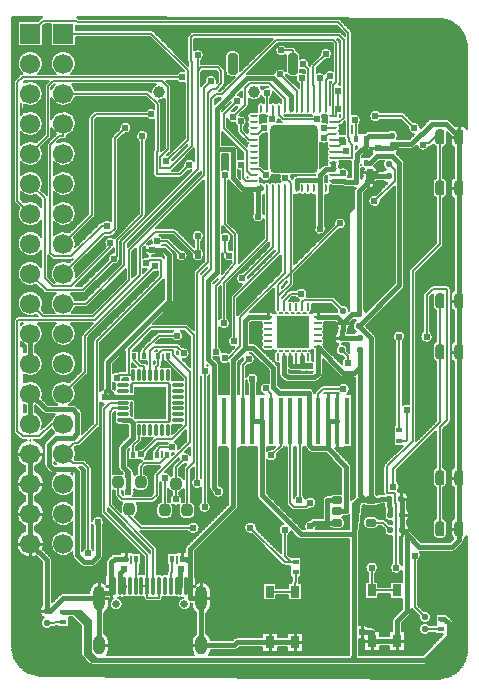
<source format=gtl>
G04*
G04 #@! TF.GenerationSoftware,Altium Limited,Altium Designer,20.0.13 (296)*
G04*
G04 Layer_Physical_Order=1*
G04 Layer_Color=255*
%FSLAX24Y24*%
%MOIN*%
G70*
G01*
G75*
%ADD10C,0.0100*%
%ADD14C,0.0060*%
%ADD17C,0.0050*%
%ADD18R,0.0276X0.0394*%
G04:AMPARAMS|DCode=19|XSize=20mil|YSize=20mil|CornerRadius=5mil|HoleSize=0mil|Usage=FLASHONLY|Rotation=180.000|XOffset=0mil|YOffset=0mil|HoleType=Round|Shape=RoundedRectangle|*
%AMROUNDEDRECTD19*
21,1,0.0200,0.0100,0,0,180.0*
21,1,0.0100,0.0200,0,0,180.0*
1,1,0.0100,-0.0050,0.0050*
1,1,0.0100,0.0050,0.0050*
1,1,0.0100,0.0050,-0.0050*
1,1,0.0100,-0.0050,-0.0050*
%
%ADD19ROUNDEDRECTD19*%
%ADD20R,0.0197X0.0157*%
%ADD21R,0.0157X0.1575*%
G04:AMPARAMS|DCode=22|XSize=23.6mil|YSize=35mil|CornerRadius=5.9mil|HoleSize=0mil|Usage=FLASHONLY|Rotation=90.000|XOffset=0mil|YOffset=0mil|HoleType=Round|Shape=RoundedRectangle|*
%AMROUNDEDRECTD22*
21,1,0.0236,0.0232,0,0,90.0*
21,1,0.0118,0.0350,0,0,90.0*
1,1,0.0118,0.0116,0.0059*
1,1,0.0118,0.0116,-0.0059*
1,1,0.0118,-0.0116,-0.0059*
1,1,0.0118,-0.0116,0.0059*
%
%ADD22ROUNDEDRECTD22*%
%ADD23R,0.1063X0.1102*%
G04:AMPARAMS|DCode=24|XSize=12mil|YSize=38mil|CornerRadius=3mil|HoleSize=0mil|Usage=FLASHONLY|Rotation=180.000|XOffset=0mil|YOffset=0mil|HoleType=Round|Shape=RoundedRectangle|*
%AMROUNDEDRECTD24*
21,1,0.0120,0.0320,0,0,180.0*
21,1,0.0060,0.0380,0,0,180.0*
1,1,0.0060,-0.0030,0.0160*
1,1,0.0060,0.0030,0.0160*
1,1,0.0060,0.0030,-0.0160*
1,1,0.0060,-0.0030,-0.0160*
%
%ADD24ROUNDEDRECTD24*%
G04:AMPARAMS|DCode=25|XSize=12mil|YSize=38mil|CornerRadius=3mil|HoleSize=0mil|Usage=FLASHONLY|Rotation=270.000|XOffset=0mil|YOffset=0mil|HoleType=Round|Shape=RoundedRectangle|*
%AMROUNDEDRECTD25*
21,1,0.0120,0.0320,0,0,270.0*
21,1,0.0060,0.0380,0,0,270.0*
1,1,0.0060,-0.0160,-0.0030*
1,1,0.0060,-0.0160,0.0030*
1,1,0.0060,0.0160,0.0030*
1,1,0.0060,0.0160,-0.0030*
%
%ADD25ROUNDEDRECTD25*%
%ADD26R,0.0157X0.0197*%
G04:AMPARAMS|DCode=27|XSize=37.4mil|YSize=39.4mil|CornerRadius=9.4mil|HoleSize=0mil|Usage=FLASHONLY|Rotation=180.000|XOffset=0mil|YOffset=0mil|HoleType=Round|Shape=RoundedRectangle|*
%AMROUNDEDRECTD27*
21,1,0.0374,0.0207,0,0,180.0*
21,1,0.0187,0.0394,0,0,180.0*
1,1,0.0187,-0.0094,0.0103*
1,1,0.0187,0.0094,0.0103*
1,1,0.0187,0.0094,-0.0103*
1,1,0.0187,-0.0094,-0.0103*
%
%ADD27ROUNDEDRECTD27*%
G04:AMPARAMS|DCode=28|XSize=20mil|YSize=20mil|CornerRadius=5mil|HoleSize=0mil|Usage=FLASHONLY|Rotation=270.000|XOffset=0mil|YOffset=0mil|HoleType=Round|Shape=RoundedRectangle|*
%AMROUNDEDRECTD28*
21,1,0.0200,0.0100,0,0,270.0*
21,1,0.0100,0.0200,0,0,270.0*
1,1,0.0100,-0.0050,-0.0050*
1,1,0.0100,-0.0050,0.0050*
1,1,0.0100,0.0050,0.0050*
1,1,0.0100,0.0050,-0.0050*
%
%ADD28ROUNDEDRECTD28*%
G04:AMPARAMS|DCode=29|XSize=31.5mil|YSize=70.9mil|CornerRadius=7.9mil|HoleSize=0mil|Usage=FLASHONLY|Rotation=180.000|XOffset=0mil|YOffset=0mil|HoleType=Round|Shape=RoundedRectangle|*
%AMROUNDEDRECTD29*
21,1,0.0315,0.0551,0,0,180.0*
21,1,0.0157,0.0709,0,0,180.0*
1,1,0.0157,-0.0079,0.0276*
1,1,0.0157,0.0079,0.0276*
1,1,0.0157,0.0079,-0.0276*
1,1,0.0157,-0.0079,-0.0276*
%
%ADD29ROUNDEDRECTD29*%
G04:AMPARAMS|DCode=30|XSize=59.1mil|YSize=11.8mil|CornerRadius=3mil|HoleSize=0mil|Usage=FLASHONLY|Rotation=90.000|XOffset=0mil|YOffset=0mil|HoleType=Round|Shape=RoundedRectangle|*
%AMROUNDEDRECTD30*
21,1,0.0591,0.0059,0,0,90.0*
21,1,0.0531,0.0118,0,0,90.0*
1,1,0.0059,0.0030,0.0266*
1,1,0.0059,0.0030,-0.0266*
1,1,0.0059,-0.0030,-0.0266*
1,1,0.0059,-0.0030,0.0266*
%
%ADD30ROUNDEDRECTD30*%
G04:AMPARAMS|DCode=31|XSize=160mil|YSize=160mil|CornerRadius=16mil|HoleSize=0mil|Usage=FLASHONLY|Rotation=180.000|XOffset=0mil|YOffset=0mil|HoleType=Round|Shape=RoundedRectangle|*
%AMROUNDEDRECTD31*
21,1,0.1600,0.1280,0,0,180.0*
21,1,0.1280,0.1600,0,0,180.0*
1,1,0.0320,-0.0640,0.0640*
1,1,0.0320,0.0640,0.0640*
1,1,0.0320,0.0640,-0.0640*
1,1,0.0320,-0.0640,-0.0640*
%
%ADD31ROUNDEDRECTD31*%
G04:AMPARAMS|DCode=32|XSize=26.6mil|YSize=9.8mil|CornerRadius=2.5mil|HoleSize=0mil|Usage=FLASHONLY|Rotation=180.000|XOffset=0mil|YOffset=0mil|HoleType=Round|Shape=RoundedRectangle|*
%AMROUNDEDRECTD32*
21,1,0.0266,0.0049,0,0,180.0*
21,1,0.0217,0.0098,0,0,180.0*
1,1,0.0049,-0.0108,0.0025*
1,1,0.0049,0.0108,0.0025*
1,1,0.0049,0.0108,-0.0025*
1,1,0.0049,-0.0108,-0.0025*
%
%ADD32ROUNDEDRECTD32*%
G04:AMPARAMS|DCode=33|XSize=26.6mil|YSize=9.8mil|CornerRadius=2.5mil|HoleSize=0mil|Usage=FLASHONLY|Rotation=270.000|XOffset=0mil|YOffset=0mil|HoleType=Round|Shape=RoundedRectangle|*
%AMROUNDEDRECTD33*
21,1,0.0266,0.0049,0,0,270.0*
21,1,0.0217,0.0098,0,0,270.0*
1,1,0.0049,-0.0025,-0.0108*
1,1,0.0049,-0.0025,0.0108*
1,1,0.0049,0.0025,0.0108*
1,1,0.0049,0.0025,-0.0108*
%
%ADD33ROUNDEDRECTD33*%
%ADD34R,0.1102X0.1063*%
%ADD35O,0.0098X0.0276*%
%ADD36O,0.0276X0.0098*%
G04:AMPARAMS|DCode=37|XSize=50mil|YSize=30mil|CornerRadius=7.5mil|HoleSize=0mil|Usage=FLASHONLY|Rotation=90.000|XOffset=0mil|YOffset=0mil|HoleType=Round|Shape=RoundedRectangle|*
%AMROUNDEDRECTD37*
21,1,0.0500,0.0150,0,0,90.0*
21,1,0.0350,0.0300,0,0,90.0*
1,1,0.0150,0.0075,0.0175*
1,1,0.0150,0.0075,-0.0175*
1,1,0.0150,-0.0075,-0.0175*
1,1,0.0150,-0.0075,0.0175*
%
%ADD37ROUNDEDRECTD37*%
%ADD64C,0.0150*%
%ADD65C,0.0669*%
%ADD66R,0.0669X0.0669*%
%ADD67C,0.0394*%
%ADD68C,0.0256*%
%ADD69O,0.0394X0.0630*%
%ADD70O,0.0394X0.0827*%
%ADD71C,0.0240*%
D10*
X29990Y30550D02*
Y30900D01*
X29740Y30550D02*
X29990D01*
X29740Y28850D02*
X29990D01*
X29740Y25100D02*
X29990D01*
X29740Y23400D02*
X29990D01*
X27750Y30200D02*
X27950D01*
X27060D02*
X27280D01*
X27030Y29380D02*
X27250D01*
X26950Y29050D02*
X27150D01*
X26950Y28850D02*
Y29050D01*
X26810Y29380D02*
X27030D01*
X26127Y24352D02*
X26327D01*
X25927D02*
X26127D01*
X25277Y24542D02*
Y24691D01*
X25877Y23852D02*
X26077D01*
X29740Y19200D02*
X29990D01*
X28050Y18500D02*
X28250D01*
X28100Y17950D02*
X28300D01*
X29740Y17500D02*
X29990D01*
X28100Y17450D02*
X28300D01*
X28050Y18500D02*
Y18700D01*
X25935Y21100D02*
Y21987D01*
X25620Y21100D02*
Y21987D01*
X25935Y20213D02*
Y21100D01*
X28100Y17250D02*
Y17450D01*
X27923Y13754D02*
X28161D01*
X27923Y13457D02*
Y13754D01*
X27077Y13457D02*
Y13754D01*
X26839D02*
X27077D01*
X26760Y14050D02*
Y14270D01*
Y13830D02*
Y14050D01*
X23623Y24542D02*
Y24691D01*
X19530Y26800D02*
X19750D01*
X18185Y21897D02*
Y22117D01*
X15700Y20000D02*
X16135D01*
X15265D02*
X15700D01*
X15265Y19000D02*
X15700D01*
X16135D01*
X20750Y16500D02*
Y16698D01*
X24523Y13704D02*
Y14000D01*
Y13704D02*
X24761D01*
X24523Y13407D02*
Y13704D01*
X23677D02*
Y14000D01*
Y13407D02*
Y13704D01*
X21403Y15183D02*
Y15696D01*
Y15183D02*
X21700D01*
X21019Y15592D02*
X21178D01*
X21106Y13608D02*
X21403D01*
X18900Y16500D02*
Y16698D01*
X15265Y18000D02*
X15700D01*
X16135D01*
X15700Y17000D02*
X16135D01*
X15265D02*
X15700D01*
Y16565D02*
Y17000D01*
X18222Y15592D02*
X18381D01*
Y15197D02*
Y15592D01*
X17997Y15183D02*
X18294D01*
X17997D02*
Y15696D01*
Y13608D02*
X18294D01*
X16050Y14750D02*
X16250D01*
D14*
X30250Y33500D02*
G03*
X30251Y33550I-950J50D01*
G01*
X29915Y30930D02*
G03*
X29853Y30920I0J-205D01*
G01*
X30250Y30813D02*
G03*
X30065Y30930I-185J-88D01*
G01*
X30251Y33550D02*
G03*
X29350Y34500I-951J0D01*
G01*
X29710Y30375D02*
G03*
X29825Y30191I205J0D01*
G01*
X29657Y31117D02*
G03*
X29540Y31165I-117J-117D01*
G01*
X29657Y31117D02*
G03*
X29540Y31165I-117J-117D01*
G01*
X29080D02*
G03*
X28963Y31117I0J-165D01*
G01*
X29080Y31165D02*
G03*
X28963Y31117I0J-165D01*
G01*
X29470Y30216D02*
G03*
X29590Y30375I-45J159D01*
G01*
X29127Y30303D02*
G03*
X29230Y30216I148J72D01*
G01*
X28992Y30214D02*
G03*
X29074Y30250I-3J120D01*
G01*
X28992Y30214D02*
G03*
X29074Y30250I-3J120D01*
G01*
X28591Y30278D02*
G03*
X28992Y30214I209J22D01*
G01*
X29825Y29209D02*
G03*
X29710Y29025I90J-184D01*
G01*
Y28675D02*
G03*
X29825Y28491I205J0D01*
G01*
X29230Y29184D02*
G03*
X29110Y29025I45J-159D01*
G01*
X29590D02*
G03*
X29470Y29184I-165J0D01*
G01*
X29110Y28675D02*
G03*
X29230Y28516I165J0D01*
G01*
X29470D02*
G03*
X29590Y28675I-45J159D01*
G01*
X29825Y25459D02*
G03*
X29710Y25275I90J-184D01*
G01*
Y24925D02*
G03*
X29825Y24741I205J0D01*
G01*
X29710Y25480D02*
G03*
X29675Y25565I-120J0D01*
G01*
X29710Y25480D02*
G03*
X29675Y25565I-120J0D01*
G01*
X29665Y25575D02*
G03*
X29580Y25610I-85J-85D01*
G01*
X29665Y25575D02*
G03*
X29580Y25610I-85J-85D01*
G01*
X29435Y26895D02*
G03*
X29470Y26980I-85J85D01*
G01*
X29435Y26895D02*
G03*
X29470Y26980I-85J85D01*
G01*
X29125Y25610D02*
G03*
X29040Y25575I0J-120D01*
G01*
X29125Y25610D02*
G03*
X29040Y25575I0J-120D01*
G01*
X29114Y25309D02*
G03*
X29110Y25275I161J-34D01*
G01*
Y24925D02*
G03*
X29230Y24766I165J0D01*
G01*
X29825Y23759D02*
G03*
X29710Y23575I90J-184D01*
G01*
Y23225D02*
G03*
X29825Y23041I205J0D01*
G01*
X29230Y23734D02*
G03*
X29110Y23575I45J-159D01*
G01*
Y23225D02*
G03*
X29230Y23066I165J0D01*
G01*
X28825Y25360D02*
G03*
X28790Y25275I85J-85D01*
G01*
X28825Y25360D02*
G03*
X28790Y25275I85J-85D01*
G01*
Y24072D02*
G03*
X29120Y23900I120J-172D01*
G01*
D02*
G03*
X29030Y24072I-210J0D01*
G01*
X28185Y31335D02*
G03*
X28100Y31370I-85J-85D01*
G01*
X28185Y31335D02*
G03*
X28100Y31370I-85J-85D01*
G01*
X28710Y30863D02*
G03*
X28463Y31057I-210J-13D01*
G01*
X28293Y30887D02*
G03*
X28487Y30640I207J-37D01*
G01*
X28400Y30155D02*
G03*
X28517Y30203I0J165D01*
G01*
X28400Y30155D02*
G03*
X28517Y30203I0J165D01*
G01*
X28170Y29675D02*
G03*
X28122Y29792I-165J0D01*
G01*
X28170Y29675D02*
G03*
X28122Y29792I-165J0D01*
G01*
X27908Y30006D02*
G03*
X27980Y30150I-108J144D01*
G01*
X27940Y30650D02*
G03*
X27800Y30790I-140J0D01*
G01*
X27700D02*
G03*
X27620Y30765I0J-140D01*
G01*
X27924Y30485D02*
G03*
X27940Y30550I-124J65D01*
G01*
X27030Y30187D02*
G03*
X27112Y30015I250J13D01*
G01*
X27372Y31370D02*
G03*
X27372Y31130I-172J-120D01*
G01*
X27001Y30148D02*
G03*
X27030Y30187I-117J117D01*
G01*
X27001Y30148D02*
G03*
X27030Y30187I-117J117D01*
G01*
X27476Y29765D02*
G03*
X27460Y29700I124J-65D01*
G01*
Y29600D02*
G03*
X27545Y29471I140J0D01*
G01*
D02*
G03*
X27462Y29415I55J-171D01*
G01*
X27278D02*
G03*
X27158Y29595I-248J-35D01*
G01*
X28365Y26165D02*
G03*
X28330Y26080I85J-85D01*
G01*
X28365Y26165D02*
G03*
X28330Y26080I85J-85D01*
G01*
X28122Y25488D02*
G03*
X28170Y25605I-117J117D01*
G01*
X28122Y25488D02*
G03*
X28170Y25605I-117J117D01*
G01*
X27462Y29085D02*
G03*
X27596Y29020I138J115D01*
G01*
X27000Y28820D02*
G03*
X27180Y29000I0J180D01*
G01*
X27381Y28425D02*
G03*
X27378Y28462I-210J0D01*
G01*
X27208Y28632D02*
G03*
X27381Y28425I-37J-207D01*
G01*
X26985Y30765D02*
G03*
X26868Y30717I0J-165D01*
G01*
X26985Y30765D02*
G03*
X26868Y30717I0J-165D01*
G01*
X26670Y30984D02*
G03*
X26720Y31120I-160J136D01*
G01*
X26817Y29512D02*
G03*
X26787Y29323I213J-132D01*
G01*
X26420Y34030D02*
G03*
X26385Y34115I-120J0D01*
G01*
X26045Y34455D02*
G03*
X25960Y34490I-85J-85D01*
G01*
X26045Y34455D02*
G03*
X25960Y34490I-85J-85D01*
G01*
X26720Y31120D02*
G03*
X26420Y31310I-210J0D01*
G01*
Y34030D02*
G03*
X26385Y34115I-120J0D01*
G01*
X26785Y29238D02*
G03*
X26729Y29155I115J-138D01*
G01*
X26880Y24713D02*
G03*
X26815Y24838I-180J-13D01*
G01*
X27215Y23850D02*
G03*
X27167Y23967I-165J0D01*
G01*
X28110Y23723D02*
G03*
X28200Y23895I-120J172D01*
G01*
D02*
G03*
X27870Y23723I-210J0D01*
G01*
X27215Y23850D02*
G03*
X27167Y23967I-165J0D01*
G01*
X26477Y24469D02*
G03*
X26545Y24429I123J131D01*
G01*
D02*
G03*
X26460Y24300I55J-129D01*
G01*
X26292Y24163D02*
G03*
X26357Y24302I-115J138D01*
G01*
X25897D02*
G03*
X25949Y24175I180J0D01*
G01*
X26460Y24200D02*
G03*
X26556Y24067I140J0D01*
G01*
D02*
G03*
X26488Y24017I71J-166D01*
G01*
X25949Y24175D02*
G03*
X25912Y24070I128J-105D01*
G01*
X25949Y24175D02*
G03*
X25912Y24070I128J-105D01*
G01*
X26260Y24023D02*
G03*
X26292Y24120I-133J97D01*
G01*
X26260Y24023D02*
G03*
X26292Y24120I-133J97D01*
G01*
X25435Y24707D02*
G03*
X25365Y24721I-70J-165D01*
G01*
X25018Y24671D02*
G03*
X25081Y24788I-76J117D01*
G01*
X25188Y24721D02*
G03*
X25064Y24671I0J-179D01*
G01*
X25505Y24345D02*
G03*
X25501Y24377I-139J0D01*
G01*
X25464Y24247D02*
G03*
X25505Y24345I-98J98D01*
G01*
Y24148D02*
G03*
X25464Y24247I-139J0D01*
G01*
X25464Y24050D02*
G03*
X25505Y24148I-98J98D01*
G01*
X25972Y23630D02*
G03*
X25887Y23502I55J-129D01*
G01*
X25912Y24040D02*
G03*
X25847Y23902I115J-138D01*
G01*
Y23802D02*
G03*
X25972Y23630I180J0D01*
G01*
X26158Y23201D02*
G03*
X26073Y22995I122J-171D01*
G01*
X25887Y23402D02*
G03*
X26027Y23262I140J0D01*
G01*
X26018Y22583D02*
G03*
X26135Y22535I117J117D01*
G01*
X26018Y22583D02*
G03*
X26135Y22535I117J117D01*
G01*
X25505Y23952D02*
G03*
X25464Y24050I-139J0D01*
G01*
X25464Y23853D02*
G03*
X25505Y23952I-98J98D01*
G01*
Y23755D02*
G03*
X25464Y23853I-139J0D01*
G01*
X25464Y23656D02*
G03*
X25505Y23755I-98J98D01*
G01*
X25504Y23564D02*
G03*
X25464Y23656I-139J-6D01*
G01*
X25393Y22529D02*
G03*
X25442Y22646I-117J117D01*
G01*
X25393Y22529D02*
G03*
X25442Y22646I-117J117D01*
G01*
X29675Y21025D02*
G03*
X29710Y21110I-85J85D01*
G01*
X29675Y21025D02*
G03*
X29710Y21110I-85J85D01*
G01*
X29825Y19559D02*
G03*
X29710Y19375I90J-184D01*
G01*
Y19025D02*
G03*
X29825Y18841I205J0D01*
G01*
X29230Y19534D02*
G03*
X29110Y19375I45J-159D01*
G01*
X29590D02*
G03*
X29470Y19534I-165J0D01*
G01*
X29110Y19025D02*
G03*
X29230Y18866I165J0D01*
G01*
X29470D02*
G03*
X29590Y19025I-45J159D01*
G01*
X28330Y21635D02*
G03*
X28110Y21610I-90J-190D01*
G01*
X28330Y18000D02*
G03*
X28265Y18138I-180J0D01*
G01*
X28280Y18550D02*
G03*
X28100Y18730I-180J0D01*
G01*
X28262Y18371D02*
G03*
X28280Y18450I-162J79D01*
G01*
X28265Y18340D02*
G03*
X28262Y18371I-165J0D01*
G01*
X28265Y18340D02*
G03*
X28262Y18371I-165J0D01*
G01*
X30155Y17141D02*
G03*
X30250Y17237I-90J184D01*
G01*
X29825Y17859D02*
G03*
X29710Y17675I90J-184D01*
G01*
X30107Y17008D02*
G03*
X30155Y17125I-117J117D01*
G01*
X30107Y17008D02*
G03*
X30155Y17125I-117J117D01*
G01*
X29710Y17325D02*
G03*
X29792Y17161I205J0D01*
G01*
X29755Y16725D02*
G03*
X29872Y16773I0J165D01*
G01*
X29755Y16725D02*
G03*
X29872Y16773I0J165D01*
G01*
X29230Y17834D02*
G03*
X29110Y17675I45J-159D01*
G01*
X29590D02*
G03*
X29470Y17834I-165J0D01*
G01*
X29425Y17160D02*
G03*
X29590Y17325I0J165D01*
G01*
X29110D02*
G03*
X29275Y17160I165J0D01*
G01*
X29617Y14601D02*
G03*
X29588Y14624I-117J-117D01*
G01*
X29617Y14601D02*
G03*
X29588Y14624I-117J-117D01*
G01*
X29040Y14600D02*
G03*
X28900Y14740I-140J0D01*
G01*
X29250Y12500D02*
G03*
X30250Y13400I50J950D01*
G01*
X29805Y14345D02*
G03*
X29757Y14461I-165J0D01*
G01*
X29805Y14345D02*
G03*
X29757Y14461I-165J0D01*
G01*
X28900Y14360D02*
G03*
X29040Y14500I0J140D01*
G01*
X29021Y14270D02*
G03*
X28900Y14340I-121J-70D01*
G01*
Y13960D02*
G03*
X29021Y14030I0J140D01*
G01*
X29757Y13813D02*
G03*
X29805Y13930I-117J117D01*
G01*
X29757Y13813D02*
G03*
X29805Y13930I-117J117D01*
G01*
X28840Y12965D02*
G03*
X28957Y13013I0J165D01*
G01*
X28840Y12965D02*
G03*
X28957Y13013I0J165D01*
G01*
X28265Y17762D02*
G03*
X28330Y17900I-115J138D01*
G01*
Y17500D02*
G03*
X28265Y17638I-180J0D01*
G01*
X28720Y16600D02*
G03*
X28679Y16725I-210J0D01*
G01*
X28630Y16428D02*
G03*
X28720Y16600I-120J172D01*
G01*
X28660Y14500D02*
G03*
X28800Y14360I140J0D01*
G01*
Y14340D02*
G03*
X28660Y14200I0J-140D01*
G01*
Y14100D02*
G03*
X28800Y13960I140J0D01*
G01*
X28405Y14832D02*
G03*
X28425Y14805I105J58D01*
G01*
X28405Y14832D02*
G03*
X28425Y14805I105J58D01*
G01*
X28357Y14633D02*
G03*
X28405Y14750I-117J117D01*
G01*
X28357Y14633D02*
G03*
X28405Y14750I-117J117D01*
G01*
X27505Y19655D02*
G03*
X27470Y19570I85J-85D01*
G01*
X27505Y19655D02*
G03*
X27470Y19570I85J-85D01*
G01*
X28010Y18900D02*
G03*
X27920Y19072I-210J0D01*
G01*
X27953Y18756D02*
G03*
X28010Y18900I-153J144D01*
G01*
X27970Y18728D02*
G03*
X27953Y18756I-110J-48D01*
G01*
X27970Y18728D02*
G03*
X27953Y18756I-110J-48D01*
G01*
X27470Y18700D02*
G03*
X27475Y18665I120J0D01*
G01*
X27485Y18250D02*
G03*
X27533Y18133I165J0D01*
G01*
X27485Y18250D02*
G03*
X27533Y18133I165J0D01*
G01*
X27470Y18700D02*
G03*
X27475Y18665I120J0D01*
G01*
X27374D02*
G03*
X27263Y18622I0J-165D01*
G01*
X27374Y18665D02*
G03*
X27263Y18622I0J-165D01*
G01*
D02*
G03*
X27215Y18647I-92J-117D01*
G01*
X27320Y18281D02*
G03*
X27437Y18329I0J165D01*
G01*
X27320Y18281D02*
G03*
X27437Y18329I0J165D01*
G01*
X27171Y18237D02*
G03*
X27276Y18281I0J149D01*
G01*
X26834D02*
G03*
X26939Y18237I105J106D01*
G01*
X25458Y22273D02*
G03*
X25373Y22238I0J-120D01*
G01*
X25171Y22375D02*
G03*
X25288Y22423I0J165D01*
G01*
X25458Y22273D02*
G03*
X25373Y22238I0J-120D01*
G01*
X26347Y22153D02*
G03*
X25965Y22273I-210J0D01*
G01*
X26252Y21977D02*
G03*
X26347Y22153I-115J176D01*
G01*
X25220Y22085D02*
G03*
X25186Y22017I85J-85D01*
G01*
X25171Y22375D02*
G03*
X25288Y22423I0J165D01*
G01*
X25096Y22147D02*
G03*
X24980Y22195I-117J-117D01*
G01*
X25096Y22147D02*
G03*
X24980Y22195I-117J-117D01*
G01*
X25155Y22020D02*
G03*
X25106Y22137I-165J0D01*
G01*
X25155Y22020D02*
G03*
X25106Y22137I-165J0D01*
G01*
X25220Y22085D02*
G03*
X25186Y22017I85J-85D01*
G01*
X26512Y18625D02*
G03*
X26520Y18573I165J0D01*
G01*
X26512Y18625D02*
G03*
X26520Y18573I165J0D01*
G01*
X26395Y19560D02*
G03*
X26347Y19676I-165J0D01*
G01*
X26395Y19560D02*
G03*
X26347Y19676I-165J0D01*
G01*
X28010Y17225D02*
G03*
X28050Y17220I40J176D01*
G01*
X28075Y16289D02*
G03*
X28010Y16362I-185J-99D01*
G01*
X27537Y17782D02*
G03*
X27452Y17818I-85J-85D01*
G01*
X27535Y18080D02*
G03*
X27510Y18000I115J-80D01*
G01*
Y17900D02*
G03*
X27650Y17760I140J0D01*
G01*
X27537Y17782D02*
G03*
X27452Y17818I-85J-85D01*
G01*
X27307D02*
G03*
X27171Y17906I-136J-61D01*
G01*
X27510Y17400D02*
G03*
X27650Y17260I140J0D01*
G01*
X27171Y17489D02*
G03*
X27307Y17578I0J149D01*
G01*
X27770Y16362D02*
G03*
X28075Y16091I120J-172D01*
G01*
X27807Y14550D02*
G03*
X27758Y14433I117J-117D01*
G01*
X27807Y14550D02*
G03*
X27758Y14433I117J-117D01*
G01*
X27197Y16018D02*
G03*
X27287Y16190I-120J172D01*
G01*
X27183Y14167D02*
G03*
X27067Y14215I-117J-117D01*
G01*
X27237Y14080D02*
G03*
X27193Y14157I-160J-40D01*
G01*
X27237Y14080D02*
G03*
X27193Y14157I-160J-40D01*
G01*
X27183Y14167D02*
G03*
X27067Y14215I-117J-117D01*
G01*
X27287Y16190D02*
G03*
X26957Y16018I-210J0D01*
G01*
X26939Y17906D02*
G03*
X26790Y17757I0J-149D01*
G01*
Y17639D02*
G03*
X26939Y17489I149J0D01*
G01*
X26948Y14215D02*
G03*
X26665Y14281I-188J-165D01*
G01*
Y13819D02*
G03*
X26809Y13805I95J231D01*
G01*
X23838Y25036D02*
G03*
X23819Y24965I120J-71D01*
G01*
Y24788D02*
G03*
X23882Y24671I139J0D01*
G01*
X23535Y24721D02*
G03*
X23465Y24707I0J-179D01*
G01*
X23836Y24671D02*
G03*
X23712Y24721I-124J-129D01*
G01*
X23436Y24247D02*
G03*
X23436Y24050I98J-98D01*
G01*
X23399Y24377D02*
G03*
X23436Y24247I136J-32D01*
G01*
X20828Y32735D02*
G03*
X20581Y32665I-78J-195D01*
G01*
X19635Y26578D02*
G03*
X19590Y26550I40J-113D01*
G01*
X19635Y26578D02*
G03*
X19590Y26550I40J-113D01*
G01*
X23819Y23135D02*
G03*
X23990Y22999I139J0D01*
G01*
X23882Y23428D02*
G03*
X23819Y23312I76J-117D01*
G01*
X23965Y22850D02*
G03*
X23917Y22967I-165J0D01*
G01*
X23965Y22850D02*
G03*
X23917Y22967I-165J0D01*
G01*
X23990Y22660D02*
G03*
X24038Y22543I165J0D01*
G01*
X23990Y22660D02*
G03*
X24038Y22543I165J0D01*
G01*
X24158Y22423D02*
G03*
X24275Y22375I117J117D01*
G01*
X24158Y22423D02*
G03*
X24275Y22375I117J117D01*
G01*
X23436Y24050D02*
G03*
X23436Y23853I98J-98D01*
G01*
D02*
G03*
X23436Y23656I98J-98D01*
G01*
D02*
G03*
X23535Y23419I98J-98D01*
G01*
X23253Y23631D02*
G03*
X23136Y23679I-117J-117D01*
G01*
X23253Y23631D02*
G03*
X23136Y23679I-117J-117D01*
G01*
X23712Y23419D02*
G03*
X23809Y23458I0J139D01*
G01*
X21630Y22578D02*
G03*
X21670Y22614I-120J172D01*
G01*
X17305Y34515D02*
G03*
X17262Y34542I-85J-85D01*
G01*
X17305Y34515D02*
G03*
X17262Y34542I-85J-85D01*
G01*
X17225Y33000D02*
G03*
X16539Y32665I-425J0D01*
G01*
X17061D02*
G03*
X17225Y33000I-261J335D01*
G01*
X19522Y26902D02*
G03*
X19635Y26578I228J-102D01*
G01*
X19587Y26547D02*
G03*
X19460Y26530I-37J-207D01*
G01*
X18176Y23180D02*
G03*
X18128Y23063I117J-117D01*
G01*
X18176Y23180D02*
G03*
X18128Y23063I117J-117D01*
G01*
X16539Y25335D02*
G03*
X16510Y24690I261J-335D01*
G01*
X18128Y22140D02*
G03*
X18033Y22095I57J-243D01*
G01*
X18075Y21585D02*
G03*
X18040Y21500I85J-85D01*
G01*
X18075Y21585D02*
G03*
X18040Y21500I85J-85D01*
G01*
X18033Y21698D02*
G03*
X18141Y21651I152J198D01*
G01*
X17998Y20893D02*
G03*
X18033Y20978I-85J85D01*
G01*
X17998Y20893D02*
G03*
X18033Y20978I-85J85D01*
G01*
X16512Y20688D02*
G03*
X16444Y20647I48J-158D01*
G01*
X16512Y20688D02*
G03*
X16444Y20647I48J-158D01*
G01*
X16417Y20817D02*
G03*
X16512Y20688I383J183D01*
G01*
X17300Y20245D02*
G03*
X17385Y20280I0J120D01*
G01*
X17300Y20245D02*
G03*
X17385Y20280I0J120D01*
G01*
X17542Y19757D02*
G03*
X17458Y19792I-85J-85D01*
G01*
X17542Y19757D02*
G03*
X17458Y19792I-85J-85D01*
G01*
X17225Y20000D02*
G03*
X17173Y20203I-425J0D01*
G01*
Y19797D02*
G03*
X17225Y20000I-373J203D01*
G01*
X21140Y19192D02*
G03*
X21390Y18855I120J-172D01*
G01*
X17745Y19504D02*
G03*
X17710Y19589I-120J0D01*
G01*
X17745Y19504D02*
G03*
X17710Y19589I-120J0D01*
G01*
X20030Y19043D02*
G03*
X20056Y19022I146J151D01*
G01*
X16101Y34546D02*
G03*
X16045Y34515I29J-116D01*
G01*
X16101Y34546D02*
G03*
X16045Y34515I29J-116D01*
G01*
X15961Y32665D02*
G03*
X16125Y33000I-261J335D01*
G01*
D02*
G03*
X15439Y32665I-425J0D01*
G01*
D02*
G03*
X15355Y32630I0J-120D01*
G01*
X15327Y28203D02*
G03*
X16060Y27775I373J-203D01*
G01*
X15439Y32665D02*
G03*
X15355Y32630I0J-120D01*
G01*
X16060Y27225D02*
G03*
X16060Y26775I-360J-225D01*
G01*
Y26225D02*
G03*
X15903Y25627I-360J-225D01*
G01*
X15185Y32460D02*
G03*
X15150Y32375I85J-85D01*
G01*
X15185Y32460D02*
G03*
X15150Y32375I85J-85D01*
G01*
Y28430D02*
G03*
X15185Y28345I120J0D01*
G01*
X15150Y28430D02*
G03*
X15185Y28345I120J0D01*
G01*
X16160Y25370D02*
G03*
X16245Y25335I85J85D01*
G01*
X16160Y25370D02*
G03*
X16245Y25335I85J85D01*
G01*
X16073Y24797D02*
G03*
X16125Y25000I-373J203D01*
G01*
D02*
G03*
X15903Y24627I-425J0D01*
G01*
X15300Y24570D02*
G03*
X15215Y24535I0J-120D01*
G01*
X15300Y24570D02*
G03*
X15215Y24535I0J-120D01*
G01*
X15185Y24505D02*
G03*
X15150Y24420I85J-85D01*
G01*
X15185Y24505D02*
G03*
X15150Y24420I85J-85D01*
G01*
Y20750D02*
G03*
X15185Y20665I120J0D01*
G01*
X15150Y20750D02*
G03*
X15185Y20665I120J0D01*
G01*
X16213Y20417D02*
G03*
X16165Y20300I117J-117D01*
G01*
Y19625D02*
G03*
X16213Y19508I165J0D01*
G01*
Y20417D02*
G03*
X16165Y20300I117J-117D01*
G01*
Y19625D02*
G03*
X16213Y19508I165J0D01*
G01*
X16338Y19383D02*
G03*
X16455Y19335I117J117D01*
G01*
X16338Y19383D02*
G03*
X16455Y19335I117J117D01*
G01*
X16000Y20450D02*
G03*
X16085Y20485I0J120D01*
G01*
X16000Y20450D02*
G03*
X16085Y20485I0J120D01*
G01*
X15365D02*
G03*
X15450Y20450I85J85D01*
G01*
X15584D02*
G03*
X15535Y19566I116J-450D01*
G01*
X16165Y20000D02*
G03*
X15816Y20450I-465J0D01*
G01*
X15365Y20485D02*
G03*
X15450Y20450I85J85D01*
G01*
X16165Y19000D02*
G03*
X15865Y19434I-465J0D01*
G01*
Y19566D02*
G03*
X16165Y20000I-165J434D01*
G01*
X23250Y18605D02*
G03*
X23298Y18488I165J0D01*
G01*
X23250Y18605D02*
G03*
X23298Y18488I165J0D01*
G01*
X22170Y18730D02*
G03*
X22000Y18936I-210J0D01*
G01*
X21670Y18855D02*
G03*
X21718Y18738I165J0D01*
G01*
X21670Y18855D02*
G03*
X21718Y18738I165J0D01*
G01*
X21751Y18705D02*
G03*
X22170Y18730I209J25D01*
G01*
X22587Y18146D02*
G03*
X22635Y18263I-117J117D01*
G01*
X22587Y18146D02*
G03*
X22635Y18263I-117J117D01*
G01*
X23241Y17493D02*
G03*
X23245Y17530I-207J37D01*
G01*
X24593Y17193D02*
G03*
X24710Y17145I117J117D01*
G01*
X24593Y17193D02*
G03*
X24710Y17145I117J117D01*
G01*
X24300Y17280D02*
G03*
X24384Y17403I-120J172D01*
G01*
X24130Y17657D02*
G03*
X24060Y17280I50J-204D01*
G01*
X23245Y17530D02*
G03*
X23072Y17323I-210J0D01*
G01*
X24095Y16300D02*
G03*
X24180Y16265I85J85D01*
G01*
X24095Y16300D02*
G03*
X24180Y16265I85J85D01*
G01*
X21720Y18230D02*
G03*
X21630Y18402I-210J0D01*
G01*
X21390D02*
G03*
X21720Y18230I120J-172D01*
G01*
X20669Y18297D02*
G03*
X20647Y18210I162J-86D01*
G01*
X21201D02*
G03*
X21044Y18392I-183J0D01*
G01*
X20431Y18297D02*
G03*
X20669Y18297I119J173D01*
G01*
X20453Y18210D02*
G03*
X20431Y18297I-183J0D01*
G01*
X21018Y17820D02*
G03*
X21201Y18004I0J183D01*
G01*
X20647D02*
G03*
X20831Y17820I183J0D01*
G01*
X20269D02*
G03*
X20453Y18004I0J183D01*
G01*
X21340Y17530D02*
G03*
X20958Y17650I-210J0D01*
G01*
Y17410D02*
G03*
X21340Y17530I172J120D01*
G01*
X20902Y16928D02*
G03*
X20854Y16812I117J-117D01*
G01*
X20902Y16928D02*
G03*
X20854Y16812I117J-117D01*
G01*
X24662Y15683D02*
G03*
X24670Y15727I-112J43D01*
G01*
X24662Y15683D02*
G03*
X24670Y15727I-112J43D01*
G01*
X24430Y15776D02*
G03*
X24403Y15700I93J-76D01*
G01*
X24430Y15776D02*
G03*
X24403Y15700I93J-76D01*
G01*
X22586Y13869D02*
G03*
X22469Y13820I0J-165D01*
G01*
X22586Y13869D02*
G03*
X22469Y13820I0J-165D01*
G01*
X22490Y13443D02*
G03*
X22607Y13491I0J165D01*
G01*
X22490Y13443D02*
G03*
X22607Y13491I0J165D01*
G01*
X21665Y13295D02*
G03*
X21726Y13443I-262J195D01*
G01*
X21730Y15399D02*
G03*
X21208Y15662I-327J0D01*
G01*
Y15858D02*
G03*
X21184Y15942I-160J0D01*
G01*
X21076Y14966D02*
G03*
X21238Y14684I327J0D01*
G01*
X21568D02*
G03*
X21730Y14966I-165J282D01*
G01*
X20780Y15196D02*
G03*
X21056Y14986I58J-210D01*
G01*
X20295Y16105D02*
G03*
X20269Y16030I94J-75D01*
G01*
X20295Y16105D02*
G03*
X20269Y16030I94J-75D01*
G01*
Y15968D02*
G03*
X20222Y15977I-47J-110D01*
G01*
X20487Y15229D02*
G03*
X20556Y15207I69J98D01*
G01*
X20291Y15229D02*
G03*
X20359Y15207I69J98D01*
G01*
X20419D02*
G03*
X20487Y15229I0J120D01*
G01*
X20222Y15207D02*
G03*
X20291Y15229I0J120D01*
G01*
X20780Y15196D02*
G03*
X21056Y14986I58J-210D01*
G01*
D02*
G03*
X21053Y15018I-218J0D01*
G01*
X21056Y14986D02*
G03*
X21053Y15018I-218J0D01*
G01*
X21726Y13773D02*
G03*
X21568Y14008I-323J-47D01*
G01*
X21238D02*
G03*
X21076Y13726I165J-282D01*
G01*
Y13490D02*
G03*
X21140Y13295I327J0D01*
G01*
X19995Y18540D02*
G03*
X20030Y18625I-85J85D01*
G01*
X19995Y18540D02*
G03*
X20030Y18625I-85J85D01*
G01*
X20056Y18392D02*
G03*
X19899Y18210I26J-182D01*
G01*
X19765Y18360D02*
G03*
X19850Y18395I0J120D01*
G01*
X19765Y18360D02*
G03*
X19850Y18395I0J120D01*
G01*
X19277Y18260D02*
G03*
X19248Y18360I-183J0D01*
G01*
X19899Y18004D02*
G03*
X20082Y17820I183J0D01*
G01*
X19188Y17897D02*
G03*
X19277Y18054I-95J157D01*
G01*
X18040Y18050D02*
G03*
X18075Y17965I120J0D01*
G01*
X18040Y18050D02*
G03*
X18075Y17965I120J0D01*
G01*
X19918Y16810D02*
G03*
X19883Y16895I-120J0D01*
G01*
X19918Y16810D02*
G03*
X19883Y16895I-120J0D01*
G01*
X18115Y17580D02*
G03*
X18160Y17710I-165J130D01*
G01*
D02*
G03*
X17745Y17756I-210J0D01*
G01*
X18506Y16665D02*
G03*
X18389Y16617I0J-165D01*
G01*
X18506Y16665D02*
G03*
X18389Y16617I0J-165D01*
G01*
X17105Y16610D02*
G03*
X17153Y16493I165J0D01*
G01*
X18067Y16463D02*
G03*
X18115Y16580I-117J117D01*
G01*
X18067Y16463D02*
G03*
X18115Y16580I-117J117D01*
G01*
X17105Y16610D02*
G03*
X17153Y16493I165J0D01*
G01*
X16539Y19335D02*
G03*
X17105Y18705I261J-335D01*
G01*
Y18295D02*
G03*
X17105Y17705I-305J-295D01*
G01*
X15865Y18566D02*
G03*
X16165Y19000I-165J434D01*
G01*
Y18000D02*
G03*
X15865Y18434I-465J0D01*
G01*
Y17566D02*
G03*
X16165Y18000I-165J434D01*
G01*
X15535Y19434D02*
G03*
X15535Y18566I165J-434D01*
G01*
X17105Y17295D02*
G03*
X17105Y16705I-305J-295D01*
G01*
X16165Y17000D02*
G03*
X15865Y17434I-465J0D01*
G01*
X16415Y16450D02*
G03*
X16367Y16567I-165J0D01*
G01*
X16415Y16450D02*
G03*
X16367Y16567I-165J0D01*
G01*
X16124Y16810D02*
G03*
X16165Y17000I-424J190D01*
G01*
X15535Y18434D02*
G03*
X15535Y17566I165J-434D01*
G01*
Y17434D02*
G03*
X15890Y16576I165J-434D01*
G01*
X20094Y15956D02*
G03*
X20025Y15977I-69J-98D01*
G01*
X20163D02*
G03*
X20094Y15956I0J-120D01*
G01*
X19482Y15968D02*
G03*
X19434Y15977I-47J-110D01*
G01*
X19966D02*
G03*
X19918Y15968I0J-120D01*
G01*
X19328Y15981D02*
G03*
X19355Y16057I-93J76D01*
G01*
X19328Y15981D02*
G03*
X19355Y16057I-93J76D01*
G01*
X19375Y15977D02*
G03*
X19328Y15968I0J-120D01*
G01*
X19109Y15229D02*
G03*
X19178Y15207I69J98D01*
G01*
X18264Y16492D02*
G03*
X18216Y16375I117J-117D01*
G01*
X18264Y16492D02*
G03*
X18216Y16375I117J-117D01*
G01*
X17750Y16215D02*
G03*
X17867Y16263I0J165D01*
G01*
X17383D02*
G03*
X17500Y16215I117J117D01*
G01*
X17750D02*
G03*
X17867Y16263I0J165D01*
G01*
X17383D02*
G03*
X17500Y16215I117J117D01*
G01*
X18216Y15942D02*
G03*
X18192Y15858I135J-84D01*
G01*
X18844Y15207D02*
G03*
X18913Y15229I0J120D01*
G01*
X18192Y15662D02*
G03*
X17670Y15399I-195J-262D01*
G01*
X16785Y15345D02*
G03*
X16668Y15297I0J-165D01*
G01*
X16785Y15345D02*
G03*
X16668Y15297I0J-165D01*
G01*
X20106Y15221D02*
G03*
X20163Y15207I57J105D01*
G01*
X19306Y15229D02*
G03*
X19375Y15207I69J98D01*
G01*
X19434D02*
G03*
X19482Y15217I0J120D01*
G01*
Y15200D02*
G03*
X19599Y15080I120J0D01*
G01*
X19482Y15200D02*
G03*
X19598Y15080I120J0D01*
G01*
X19237Y15207D02*
G03*
X19306Y15229I0J120D01*
G01*
X19041Y15207D02*
G03*
X19109Y15229I0J120D01*
G01*
X18913Y15229D02*
G03*
X18981Y15207I69J98D01*
G01*
X18780Y14986D02*
G03*
X18620Y15196I-218J0D01*
G01*
X18780Y14986D02*
G03*
X18620Y15196I-218J0D01*
G01*
X19982Y15070D02*
G03*
X20105Y15187I3J120D01*
G01*
X19982Y15070D02*
G03*
X20105Y15187I3J120D01*
G01*
X18444Y15169D02*
G03*
X18780Y14986I118J-183D01*
G01*
X18444Y15169D02*
G03*
X18780Y14986I118J-183D01*
G01*
X18324Y13726D02*
G03*
X18162Y14008I-327J0D01*
G01*
Y14684D02*
G03*
X18324Y14966I-165J282D01*
G01*
X16500Y14230D02*
G03*
X16582Y14263I0J120D01*
G01*
X18260Y13295D02*
G03*
X18324Y13490I-262J195D01*
G01*
X17633Y13013D02*
G03*
X17750Y12965I117J117D01*
G01*
X17633Y13013D02*
G03*
X17750Y12965I117J117D01*
G01*
X16500Y14230D02*
G03*
X16582Y14263I0J120D01*
G01*
X17395Y13320D02*
G03*
X17443Y13203I165J0D01*
G01*
X17395Y13320D02*
G03*
X17443Y13203I165J0D01*
G01*
X16300Y14160D02*
G03*
X16421Y14230I0J140D01*
G01*
X16020Y14700D02*
G03*
X16145Y14529I180J0D01*
G01*
X16085Y14938D02*
G03*
X16020Y14800I115J-138D01*
G01*
X16145Y14529D02*
G03*
X16060Y14400I55J-129D01*
G01*
Y14300D02*
G03*
X16200Y14160I140J0D01*
G01*
X15100Y13600D02*
G03*
X16000Y12600I950J-50D01*
G01*
X29823Y30950D02*
X30250D01*
X29915Y30930D02*
X30065D01*
X30250Y30813D02*
Y33500D01*
X30172Y30900D02*
X30250D01*
X29609Y31150D02*
X30250D01*
X29673Y31100D02*
X30250D01*
X29723Y31050D02*
X30250D01*
X29773Y31000D02*
X30250D01*
X29657Y31117D02*
X29853Y30920D01*
X29572Y30300D02*
X29724D01*
X29533Y30250D02*
X29753D01*
X29590Y30550D02*
X29710D01*
X29588Y30350D02*
X29712D01*
X29470Y30150D02*
X29825D01*
X29470Y30100D02*
X29825D01*
X29470Y30200D02*
X29808D01*
X29470Y29950D02*
X29825D01*
X29470Y29900D02*
X29825D01*
X29470Y30050D02*
X29825D01*
X29470Y30000D02*
X29825D01*
X29470Y29800D02*
X29825D01*
X29470Y29750D02*
X29825D01*
X29470Y29850D02*
X29825D01*
X29080Y31165D02*
X29540D01*
X29590Y30717D02*
X29710Y30597D01*
X29590Y30600D02*
X29707D01*
X29590Y30375D02*
Y30717D01*
Y30650D02*
X29657D01*
X28420Y31100D02*
X28947D01*
X28564Y31050D02*
X28897D01*
X28647Y31000D02*
X28847D01*
X28710Y30863D02*
X28963Y31117D01*
X28685Y30950D02*
X28797D01*
X28704Y30900D02*
X28747D01*
X29710Y30375D02*
Y30597D01*
X29590Y30400D02*
X29710D01*
X29590Y30500D02*
X29710D01*
X29590Y30450D02*
X29710D01*
X29074Y30250D02*
X29167D01*
X29074Y30250D02*
X29127Y30303D01*
X28985Y30200D02*
X29230D01*
X28947Y30150D02*
X29230D01*
X28864Y30100D02*
X29230D01*
X29470Y29550D02*
X29825D01*
X29470Y29500D02*
X29825D01*
X29470Y29700D02*
X29825D01*
X29470Y29600D02*
X29825D01*
Y29209D02*
Y30191D01*
X29470Y29400D02*
X29825D01*
X29470Y29350D02*
X29825D01*
X29470Y29650D02*
X29825D01*
X29470Y29450D02*
X29825D01*
X29470Y29250D02*
X29825D01*
X29470Y28450D02*
X29825D01*
X29470Y29300D02*
X29825D01*
X29470Y27900D02*
X29825D01*
X29470Y27850D02*
X29825D01*
X29470Y28000D02*
X29825D01*
X29470Y27950D02*
X29825D01*
X29470Y27700D02*
X29825D01*
X29470Y27650D02*
X29825D01*
X29470Y27800D02*
X29825D01*
X29470Y27750D02*
X29825D01*
X29470Y28300D02*
X29825D01*
X29470Y28250D02*
X29825D01*
X29470Y28400D02*
X29825D01*
X29470Y28350D02*
X29825D01*
X29470Y28100D02*
X29825D01*
X29470Y28050D02*
X29825D01*
X29470Y28150D02*
X29825D01*
X29572Y29100D02*
X29724D01*
X29588Y29050D02*
X29712D01*
X29590Y29000D02*
X29710D01*
X29590Y28950D02*
X29710D01*
X29590Y28900D02*
X29710D01*
X29590Y28850D02*
X29710D01*
X29590Y28675D02*
Y29025D01*
X29710Y28675D02*
Y29025D01*
X29470Y29200D02*
X29808D01*
X29533Y29150D02*
X29753D01*
X29230Y29184D02*
Y30216D01*
X29470Y29184D02*
Y30216D01*
X29110Y28675D02*
Y29025D01*
X29590Y28700D02*
X29710D01*
X29588Y28650D02*
X29712D01*
X29590Y28800D02*
X29710D01*
X29590Y28750D02*
X29710D01*
X29533Y28550D02*
X29753D01*
X29825Y25459D02*
Y28491D01*
X29572Y28600D02*
X29724D01*
X29470Y28500D02*
X29808D01*
X29470Y28200D02*
X29825D01*
X29470Y26980D02*
Y28516D01*
Y27600D02*
X29825D01*
X29230Y27030D02*
Y28516D01*
X26420Y33150D02*
X30250D01*
X26420Y33100D02*
X30250D01*
X26420Y33250D02*
X30250D01*
X26420Y33200D02*
X30250D01*
X26420Y32950D02*
X30250D01*
X26420Y32900D02*
X30250D01*
X26420Y33050D02*
X30250D01*
X26420Y33000D02*
X30250D01*
X26420Y33600D02*
X30250D01*
X26420Y33550D02*
X30251D01*
X26420Y33500D02*
X30250D01*
X26420Y33450D02*
X30250D01*
X26420Y33350D02*
X30250D01*
X26420Y33300D02*
X30250D01*
X26420Y33400D02*
X30250D01*
X26420Y31850D02*
X30250D01*
X26420Y31800D02*
X30250D01*
X26420Y31950D02*
X30250D01*
X26420Y31900D02*
X30250D01*
X26420Y31600D02*
X30250D01*
X26420Y31550D02*
X30250D01*
X26420Y31750D02*
X30250D01*
X26420Y31650D02*
X30250D01*
X26420Y32750D02*
X30250D01*
X26420Y32700D02*
X30250D01*
X26420Y32850D02*
X30250D01*
X26420Y32800D02*
X30250D01*
X26420Y32600D02*
X30250D01*
X26420Y32000D02*
X30250D01*
X26420Y32650D02*
X30250D01*
X26420Y34000D02*
X30138D01*
X26420Y33950D02*
X30163D01*
X26397Y34100D02*
X30076D01*
X26418Y34050D02*
X30109D01*
X26420Y33800D02*
X30218D01*
X26420Y33750D02*
X30230D01*
X26420Y33900D02*
X30185D01*
X26420Y33850D02*
X30203D01*
X26150Y34350D02*
X29815D01*
X26200Y34300D02*
X29885D01*
X26050Y34450D02*
X29608D01*
X26100Y34400D02*
X29727D01*
X26300Y34200D02*
X29995D01*
X26350Y34150D02*
X30038D01*
X26250Y34250D02*
X29944D01*
X26420Y32200D02*
X30250D01*
X26420Y32150D02*
X30250D01*
X26420Y32300D02*
X30250D01*
X26420Y32250D02*
X30250D01*
X26420Y32050D02*
X30250D01*
X26420Y31700D02*
X30250D01*
X26420Y32100D02*
X30250D01*
X26420Y32550D02*
X30250D01*
X26420Y32500D02*
X30250D01*
X26420Y33700D02*
X30239D01*
X26420Y33650D02*
X30246D01*
X26420Y32400D02*
X30250D01*
X26420Y32350D02*
X30250D01*
X26420Y32450D02*
X30250D01*
X28270Y31250D02*
X30250D01*
X28320Y31200D02*
X30250D01*
X28166Y31350D02*
X30250D01*
X28220Y31300D02*
X30250D01*
X28152Y29750D02*
X29230D01*
X28168Y29700D02*
X29230D01*
X28063Y29850D02*
X29230D01*
X28113Y29800D02*
X29230D01*
X26420Y31500D02*
X30250D01*
X27264Y31450D02*
X30250D01*
X27347Y31400D02*
X30250D01*
X27950Y30050D02*
X29230D01*
X27963Y29950D02*
X29230D01*
X28013Y29900D02*
X29230D01*
X27913Y30000D02*
X29230D01*
X28170Y29200D02*
X29230D01*
X28170Y28300D02*
X29230D01*
X28170Y29300D02*
X29230D01*
X28170Y29250D02*
X29230D01*
X28170Y27650D02*
X29230D01*
X28170Y27600D02*
X29230D01*
X28170Y28250D02*
X29230D01*
X28170Y28200D02*
X29230D01*
X28170Y29550D02*
X29230D01*
X28170Y29500D02*
X29230D01*
X28170Y29650D02*
X29230D01*
X28170Y29600D02*
X29230D01*
X28170Y29400D02*
X29230D01*
X28170Y29350D02*
X29230D01*
X28170Y29450D02*
X29230D01*
X28170Y29150D02*
X29167D01*
X28170Y29100D02*
X29128D01*
X28370Y31150D02*
X29011D01*
X28170Y29050D02*
X29112D01*
X28170Y28900D02*
X29110D01*
X28170Y28650D02*
X29112D01*
X28170Y29000D02*
X29110D01*
X28170Y28950D02*
X29110D01*
X28170Y28800D02*
X29110D01*
X28170Y28750D02*
X29110D01*
X27973Y30100D02*
X28736D01*
X28170Y28850D02*
X29110D01*
X28170Y28600D02*
X29128D01*
X28170Y28550D02*
X29167D01*
X28170Y28700D02*
X29110D01*
X28170Y27900D02*
X29230D01*
X28170Y27850D02*
X29230D01*
X28170Y28000D02*
X29230D01*
X28170Y27950D02*
X29230D01*
X28170Y27750D02*
X29230D01*
X28170Y27700D02*
X29230D01*
X28170Y27800D02*
X29230D01*
X28170Y28400D02*
X29230D01*
X28170Y28350D02*
X29230D01*
X28170Y28500D02*
X29230D01*
X28170Y28450D02*
X29230D01*
X28170Y28100D02*
X29230D01*
X28170Y28050D02*
X29230D01*
X28170Y28150D02*
X29230D01*
X29470Y27450D02*
X29825D01*
X29470Y27400D02*
X29825D01*
X29470Y27550D02*
X29825D01*
X29470Y27500D02*
X29825D01*
X29470Y27250D02*
X29825D01*
X29470Y27200D02*
X29825D01*
X29470Y27350D02*
X29825D01*
X29470Y27300D02*
X29825D01*
X29470Y27050D02*
X29825D01*
X29470Y27000D02*
X29825D01*
X29470Y27150D02*
X29825D01*
X29470Y27100D02*
X29825D01*
X29439Y26900D02*
X29825D01*
X29390Y26850D02*
X29825D01*
X29466Y26950D02*
X29825D01*
X29628Y25600D02*
X29825D01*
X29687Y25550D02*
X29825D01*
X29708Y25500D02*
X29825D01*
X29710Y25450D02*
X29808D01*
X29710Y24750D02*
X29808D01*
X29240Y26700D02*
X29825D01*
X29190Y26650D02*
X29825D01*
X29340Y26800D02*
X29825D01*
X29290Y26750D02*
X29825D01*
X29090Y26550D02*
X29825D01*
X29040Y26500D02*
X29825D01*
X29140Y26600D02*
X29825D01*
X29710Y25275D02*
Y25480D01*
Y25400D02*
X29753D01*
X29710Y24925D02*
Y25275D01*
Y24925D02*
Y25275D01*
X29125Y25610D02*
X29580D01*
X29030Y25225D02*
X29114Y25309D01*
X29030Y25100D02*
X29110D01*
X29030Y25050D02*
X29110D01*
X29055Y25250D02*
X29110D01*
X29030Y25200D02*
X29110D01*
X29710Y24800D02*
X29753D01*
X29110Y24925D02*
Y25275D01*
X29030Y24950D02*
X29110D01*
X29030Y24900D02*
X29112D01*
X29030Y25150D02*
X29110D01*
X29030Y25000D02*
X29110D01*
X29030Y24800D02*
X29167D01*
X29030Y24750D02*
X29230D01*
X29030Y24850D02*
X29128D01*
X29710Y24600D02*
X29825D01*
X29710Y24550D02*
X29825D01*
X29710Y24700D02*
X29825D01*
X29710Y24650D02*
X29825D01*
Y23759D02*
Y24741D01*
X29710Y24400D02*
X29825D01*
X29710Y24500D02*
X29825D01*
X29710Y24450D02*
X29825D01*
X29710Y24150D02*
X29825D01*
X29710Y24100D02*
X29825D01*
X29710Y24350D02*
X29825D01*
X29710Y24300D02*
X29825D01*
X29710Y24000D02*
X29825D01*
X29710Y23950D02*
X29825D01*
X29710Y24050D02*
X29825D01*
X29710Y23800D02*
X29825D01*
X29710Y23900D02*
X29825D01*
X29710Y23850D02*
X29825D01*
X29710Y22900D02*
X29825D01*
X29710Y22850D02*
X29825D01*
X29710Y22800D02*
X29825D01*
X29710Y22650D02*
X29825D01*
X29710Y22600D02*
X29825D01*
X29710Y22750D02*
X29825D01*
X29710Y22700D02*
X29825D01*
X29710Y22500D02*
X29825D01*
X29710Y22450D02*
X29825D01*
X29710Y22550D02*
X29825D01*
X29710Y24250D02*
X29825D01*
X29710Y24200D02*
X29825D01*
X29230Y24250D02*
Y24766D01*
X29114Y23950D02*
X29230D01*
X29710Y23575D02*
Y24925D01*
X29230Y23734D02*
Y24250D01*
X29120Y23900D02*
X29230D01*
X29114Y23850D02*
X29230D01*
X29030Y24350D02*
X29230D01*
X29030Y24300D02*
X29230D01*
X29030Y24600D02*
X29230D01*
X29030Y24550D02*
X29230D01*
X29057Y24050D02*
X29230D01*
X29095Y24000D02*
X29230D01*
X29030Y24072D02*
Y25225D01*
X29710Y23750D02*
X29808D01*
X29710Y23700D02*
X29753D01*
X29710Y23225D02*
Y23575D01*
Y23225D02*
Y23575D01*
Y23000D02*
X29825D01*
X29710Y22950D02*
X29825D01*
X29095Y23800D02*
X29230D01*
X29057Y23750D02*
X29230D01*
X29110Y23225D02*
Y23575D01*
X29710Y23100D02*
X29753D01*
X29710Y23050D02*
X29808D01*
X28170Y27400D02*
X29230D01*
X28170Y27350D02*
X29230D01*
X28170Y27550D02*
X29230D01*
X28170Y27450D02*
X29230D01*
X28990Y26450D02*
X29825D01*
X28940Y26400D02*
X29825D01*
X28365Y26165D02*
X29230Y27030D01*
X28570Y26030D02*
X29435Y26895D01*
X28170Y27250D02*
X29230D01*
X28170Y27200D02*
X29230D01*
X28170Y27500D02*
X29230D01*
X28170Y27300D02*
X29230D01*
X28170Y27100D02*
X29230D01*
X28170Y27050D02*
X29230D01*
X28170Y27150D02*
X29230D01*
X28790Y26250D02*
X29825D01*
X28740Y26200D02*
X29825D01*
X28890Y26350D02*
X29825D01*
X28840Y26300D02*
X29825D01*
X28590Y26050D02*
X29825D01*
X28570Y26000D02*
X29825D01*
X28690Y26150D02*
X29825D01*
X28640Y26100D02*
X29825D01*
X28570Y25850D02*
X29825D01*
X28570Y25800D02*
X29825D01*
X28570Y25950D02*
X29825D01*
X28570Y25900D02*
X29825D01*
X28570Y25700D02*
X29825D01*
X28570Y25650D02*
X29825D01*
X28570Y25750D02*
X29825D01*
X28170Y26900D02*
X29100D01*
X28570Y25600D02*
X29077D01*
X28170Y26850D02*
X29050D01*
X28170Y26800D02*
X29000D01*
X28825Y25360D02*
X29040Y25575D01*
X28570Y25550D02*
X29015D01*
X28570Y25500D02*
X28965D01*
X28570Y25450D02*
X28915D01*
X28170Y27000D02*
X29200D01*
X28170Y26950D02*
X29150D01*
X28170Y26750D02*
X28950D01*
X28170Y26700D02*
X28900D01*
X28170Y26650D02*
X28850D01*
X28170Y26600D02*
X28800D01*
X28170Y26550D02*
X28750D01*
X28570Y25400D02*
X28865D01*
X28570Y25350D02*
X28816D01*
X28570Y25300D02*
X28793D01*
X28570Y25250D02*
X28790D01*
X28570Y25200D02*
X28790D01*
X28570Y25050D02*
X28790D01*
X28570Y25000D02*
X28790D01*
X28570Y25150D02*
X28790D01*
X28570Y25100D02*
X28790D01*
X28570Y24900D02*
X28790D01*
X28570Y24850D02*
X28790D01*
X28570Y24950D02*
X28790D01*
X29030Y24500D02*
X29230D01*
X29030Y24450D02*
X29230D01*
X29030Y24700D02*
X29230D01*
X29030Y24650D02*
X29230D01*
X29030Y24200D02*
X29230D01*
X29030Y24150D02*
X29230D01*
X29030Y24400D02*
X29230D01*
X29030Y24250D02*
X29230D01*
X29030Y24100D02*
X29230D01*
X28974Y23700D02*
X29167D01*
X28570Y23650D02*
X29128D01*
X28570Y23150D02*
X29128D01*
X28570Y23200D02*
X29112D01*
X28570Y22650D02*
X29230D01*
X28570Y22600D02*
X29230D01*
X28570Y22750D02*
X29230D01*
X28570Y22700D02*
X29230D01*
X28570Y22500D02*
X29230D01*
X28570Y22450D02*
X29230D01*
X28570Y22550D02*
X29230D01*
X28570Y23000D02*
X29230D01*
X28570Y22950D02*
X29230D01*
X28570Y23100D02*
X29167D01*
X28570Y23050D02*
X29230D01*
X28570Y22850D02*
X29230D01*
X28570Y22800D02*
X29230D01*
X28570Y22900D02*
X29230D01*
X28570Y24700D02*
X28790D01*
X28570Y24650D02*
X28790D01*
X28570Y24800D02*
X28790D01*
X28570Y24750D02*
X28790D01*
Y24072D02*
Y25275D01*
X28570Y24500D02*
X28790D01*
X28570Y24600D02*
X28790D01*
X28570Y24550D02*
X28790D01*
X28570Y24350D02*
X28790D01*
X28570Y24300D02*
X28790D01*
X28570Y24450D02*
X28790D01*
X28570Y24400D02*
X28790D01*
X28570Y24200D02*
X28790D01*
X28570Y24150D02*
X28790D01*
X28570Y24250D02*
X28790D01*
X28570Y23450D02*
X29110D01*
X28570Y23400D02*
X29110D01*
X28570Y23550D02*
X29110D01*
X28570Y23500D02*
X29110D01*
X28570Y23300D02*
X29110D01*
X28570Y23250D02*
X29110D01*
X28570Y23350D02*
X29110D01*
X28570Y24100D02*
X28790D01*
X28570Y24050D02*
X28763D01*
X28570Y24000D02*
X28725D01*
X28570Y23800D02*
X28725D01*
X28570Y23700D02*
X28846D01*
X28570Y23600D02*
X29112D01*
X28570Y23750D02*
X28763D01*
X28185Y31335D02*
X28463Y31057D01*
X28050Y31130D02*
X28293Y30887D01*
X28332Y30485D02*
X28487Y30640D01*
X27940Y30600D02*
X28447D01*
X27372Y31370D02*
X28100D01*
X27264Y31050D02*
X28130D01*
X27372Y31130D02*
X28050D01*
X27347Y31100D02*
X28080D01*
X27931Y30700D02*
X28353D01*
X27940Y30650D02*
X28436D01*
X27898Y30750D02*
X28315D01*
X28563Y30250D02*
X28596D01*
X28513Y30200D02*
X28615D01*
X28517Y30203D02*
X28591Y30278D01*
X27980Y30150D02*
X28653D01*
X27940Y30550D02*
X28397D01*
X27931Y30500D02*
X28347D01*
X27924Y30485D02*
X28332D01*
X27980Y30155D02*
X28400D01*
X27908Y30006D02*
X28122Y29792D01*
X27940Y30550D02*
Y30650D01*
X27700Y30790D02*
X27800D01*
X27328Y29765D02*
X27476D01*
X26985Y30765D02*
X27620D01*
X27003Y30150D02*
X27035D01*
X26953Y30100D02*
X27051D01*
X26985Y29888D02*
X27112Y30015D01*
X27313Y29750D02*
X27469D01*
X27460Y29600D02*
Y29700D01*
X27270Y29450D02*
X27501D01*
X27278Y29415D02*
X27462D01*
X27263Y29700D02*
X27460D01*
X27213Y29650D02*
X27460D01*
X27158Y29595D02*
X27328Y29765D01*
X27163Y29600D02*
X27460D01*
X27213Y29550D02*
X27469D01*
X27249Y29500D02*
X27502D01*
X28170Y26500D02*
X28700D01*
X28170Y26450D02*
X28650D01*
X28170Y26400D02*
X28600D01*
X28170Y26350D02*
X28550D01*
X28170Y26200D02*
X28400D01*
X28170Y25605D02*
Y29675D01*
X27466Y28550D02*
X27840D01*
X27416Y28500D02*
X27840D01*
X27566Y28650D02*
X27840D01*
X27516Y28600D02*
X27840D01*
X28170Y26300D02*
X28500D01*
X28170Y26250D02*
X28450D01*
X28170Y26150D02*
X28353D01*
X28170Y26100D02*
X28332D01*
X28170Y26050D02*
X28330D01*
X28170Y26000D02*
X28330D01*
X28170Y25950D02*
X28330D01*
X28170Y25800D02*
X28330D01*
X28170Y25750D02*
X28330D01*
X28170Y25900D02*
X28330D01*
X28170Y25850D02*
X28330D01*
X28170Y25600D02*
X28330D01*
X28161Y25550D02*
X28330D01*
X28170Y25700D02*
X28330D01*
X28170Y25650D02*
X28330D01*
X28132Y25500D02*
X28330D01*
X27183Y29050D02*
X27501D01*
X27180Y29047D02*
X27218Y29085D01*
X27462D01*
X27378Y28462D02*
X27840Y28924D01*
Y25673D02*
Y28924D01*
X27180Y29000D02*
Y29047D01*
X27208Y28632D02*
X27596Y29020D01*
X27180Y29000D02*
X27576D01*
X27173Y28950D02*
X27526D01*
X27150Y28900D02*
X27476D01*
X27666Y28750D02*
X27840D01*
X27616Y28700D02*
X27840D01*
X27766Y28850D02*
X27840D01*
X27716Y28800D02*
X27840D01*
X27380Y28450D02*
X27840D01*
X27380Y28400D02*
X27840D01*
X27099Y28850D02*
X27426D01*
X27367Y28350D02*
X27840D01*
X26953Y28820D02*
X27000D01*
X26933Y28800D02*
X27376D01*
X27340Y28300D02*
X27840D01*
X27287Y28250D02*
X27840D01*
X26718Y31150D02*
X27015D01*
X26719Y31100D02*
X27053D01*
X26675Y31250D02*
X26990D01*
X26704Y31200D02*
X26996D01*
X26682Y31000D02*
X28180D01*
X26670Y30900D02*
X28280D01*
X26708Y31050D02*
X27136D01*
X26420Y31450D02*
X27136D01*
X26420Y31400D02*
X27053D01*
X26420Y31350D02*
X27015D01*
X26618Y31300D02*
X26996D01*
X26670Y30850D02*
X28290D01*
X26670Y30800D02*
X28296D01*
X26670Y30950D02*
X28230D01*
X26853Y30000D02*
X27097D01*
X26883Y28750D02*
X27326D01*
X26903Y30050D02*
X27080D01*
X26833Y28700D02*
X27276D01*
X26815Y28550D02*
X27002D01*
X26815Y28500D02*
X26975D01*
X26815Y28350D02*
X26975D01*
X26755Y29902D02*
X27001Y30148D01*
X26803Y29950D02*
X27047D01*
X26755Y29900D02*
X26997D01*
X26755Y29888D02*
X26985D01*
X26815Y28650D02*
X27226D01*
X26815Y28600D02*
X27055D01*
X26670Y30750D02*
X26916D01*
X26670Y30700D02*
X26851D01*
X26719Y30688D02*
X26840D01*
X26868Y30717D01*
X26670Y30688D02*
Y30984D01*
Y30688D02*
X26716D01*
X26045Y34455D02*
X26385Y34115D01*
X26420Y31310D02*
Y34030D01*
X26719Y29512D02*
X26817D01*
X26715Y29450D02*
X26790D01*
X26785Y29238D02*
Y29300D01*
X26815Y28450D02*
X26963D01*
X26815Y28400D02*
X26963D01*
X26815Y28682D02*
X26953Y28820D01*
X26715Y29500D02*
X26811D01*
X26715Y29300D02*
X26785D01*
X26715Y29400D02*
X26781D01*
X26715Y29350D02*
X26782D01*
X26715Y29250D02*
X26785D01*
X26715Y29200D02*
X26750D01*
X26715Y29180D02*
Y29512D01*
X26815Y27750D02*
X27840D01*
X26815Y27700D02*
X27840D01*
X26815Y27850D02*
X27840D01*
X26815Y27800D02*
X27840D01*
X26815Y27550D02*
X27840D01*
X26815Y27500D02*
X27840D01*
X26815Y27650D02*
X27840D01*
X26815Y27600D02*
X27840D01*
X26815Y28100D02*
X27840D01*
X26815Y28050D02*
X27840D01*
X26815Y28200D02*
X27840D01*
X26815Y28150D02*
X27840D01*
X26815Y27950D02*
X27840D01*
X26815Y27900D02*
X27840D01*
X26815Y28000D02*
X27840D01*
X26815Y27000D02*
X27840D01*
X26815Y26950D02*
X27840D01*
X26815Y27100D02*
X27840D01*
X26815Y27050D02*
X27840D01*
X26815Y26800D02*
X27840D01*
X26815Y26000D02*
X27840D01*
X26815Y26900D02*
X27840D01*
X26815Y26850D02*
X27840D01*
X26815Y27350D02*
X27840D01*
X26815Y27300D02*
X27840D01*
X26815Y27450D02*
X27840D01*
X26815Y27400D02*
X27840D01*
X26815Y27200D02*
X27840D01*
X26815Y27150D02*
X27840D01*
X26815Y27250D02*
X27840D01*
X26815Y26450D02*
X27840D01*
X26815Y26400D02*
X27840D01*
X26815Y26550D02*
X27840D01*
X26815Y26500D02*
X27840D01*
X26815Y26250D02*
X27840D01*
X26815Y26200D02*
X27840D01*
X26815Y26350D02*
X27840D01*
X26815Y26300D02*
X27840D01*
X26815Y26750D02*
X27840D01*
X26815Y26700D02*
X27840D01*
X26815Y28300D02*
X27002D01*
X26815Y28250D02*
X27055D01*
X26815Y26650D02*
X27840D01*
X26815Y26600D02*
X27840D01*
X26815Y24838D02*
Y28682D01*
Y26050D02*
X27840D01*
X26815Y25950D02*
X27840D01*
X26815Y26150D02*
X27840D01*
X26815Y26100D02*
X27840D01*
X26815Y25850D02*
X27840D01*
X26880Y24713D02*
X27840Y25673D01*
X26815Y25900D02*
X27840D01*
X26815Y25800D02*
X27840D01*
X26815Y25750D02*
X27840D01*
X26815Y25700D02*
X27840D01*
X26815Y25650D02*
X27817D01*
X26815Y25600D02*
X27767D01*
X26815Y25550D02*
X27717D01*
X26815Y25500D02*
X27667D01*
X27983Y25350D02*
X28330D01*
X27933Y25300D02*
X28330D01*
X28083Y25450D02*
X28330D01*
X28033Y25400D02*
X28330D01*
X27783Y25150D02*
X28330D01*
X27733Y25100D02*
X28330D01*
X27883Y25250D02*
X28330D01*
X27833Y25200D02*
X28330D01*
X27583Y24950D02*
X28330D01*
X27533Y24900D02*
X28330D01*
X27683Y25050D02*
X28330D01*
X27633Y25000D02*
X28330D01*
X27433Y24800D02*
X28330D01*
X27383Y24750D02*
X28330D01*
X27483Y24850D02*
X28330D01*
X28172Y24000D02*
X28330D01*
X28570Y23950D02*
X28706D01*
X28036Y24100D02*
X28330D01*
X28132Y24050D02*
X28330D01*
X28570Y23900D02*
X28700D01*
X28570Y23850D02*
X28706D01*
X28193Y23950D02*
X28330D01*
X28200Y23900D02*
X28330D01*
X27233Y24600D02*
X28330D01*
X27183Y24550D02*
X28330D01*
X27333Y24700D02*
X28330D01*
X27283Y24650D02*
X28330D01*
X27083Y24450D02*
X28330D01*
X26983Y24150D02*
X28330D01*
X27133Y24500D02*
X28330D01*
X26815Y25450D02*
X27617D01*
X26815Y25400D02*
X27567D01*
X26815Y25350D02*
X27517D01*
X26815Y25300D02*
X27467D01*
X26883Y24250D02*
X28122Y25488D01*
X26815Y25250D02*
X27417D01*
X26850Y24800D02*
X26967D01*
X26873Y24750D02*
X26917D01*
X26815Y25200D02*
X27367D01*
X26815Y25150D02*
X27317D01*
X26815Y25100D02*
X27267D01*
X26815Y25000D02*
X27167D01*
X26815Y24900D02*
X27067D01*
X26815Y24850D02*
X27017D01*
X27083Y24050D02*
X27848D01*
X27133Y24000D02*
X27808D01*
X27181Y23950D02*
X27787D01*
X27207Y23900D02*
X27780D01*
X27215Y23850D02*
X27785D01*
X28195D02*
X28330D01*
X26933Y24300D02*
X28330D01*
X26883Y24250D02*
X28330D01*
X27033Y24400D02*
X28330D01*
X26983Y24350D02*
X28330D01*
X26933Y24200D02*
X28330D01*
X27033Y24100D02*
X27944D01*
X26883Y24250D02*
X27167Y23967D01*
X28177Y23800D02*
X28330D01*
X28142Y23750D02*
X28330D01*
X28110Y23700D02*
X28330D01*
X28110Y23550D02*
X28330D01*
X28110Y23300D02*
X28330D01*
X28110Y23650D02*
X28330D01*
X28110Y23600D02*
X28330D01*
X28110Y23450D02*
X28330D01*
X28110Y23400D02*
X28330D01*
X28110Y23500D02*
X28330D01*
X28110Y23250D02*
X28330D01*
X28110Y23200D02*
X28330D01*
X28110Y23350D02*
X28330D01*
X28110Y22700D02*
X28330D01*
X28110Y22650D02*
X28330D01*
X28110Y22800D02*
X28330D01*
X28110Y22750D02*
X28330D01*
X28110Y22500D02*
X28330D01*
X28110Y22450D02*
X28330D01*
X28110Y22600D02*
X28330D01*
X28110Y22550D02*
X28330D01*
X28110Y23050D02*
X28330D01*
X28110Y23000D02*
X28330D01*
X28110Y23150D02*
X28330D01*
X28110Y23100D02*
X28330D01*
X28110Y22900D02*
X28330D01*
X28110Y22850D02*
X28330D01*
X28110Y22950D02*
X28330D01*
X27215Y23400D02*
X27870D01*
X27215Y23350D02*
X27870D01*
X27215Y23500D02*
X27870D01*
X27215Y23450D02*
X27870D01*
X27215Y23200D02*
X27870D01*
X27215Y23150D02*
X27870D01*
X27215Y23300D02*
X27870D01*
X27215Y23250D02*
X27870D01*
X27215Y23750D02*
X27838D01*
X27215Y23700D02*
X27870D01*
X27215Y23800D02*
X27803D01*
X27215Y23600D02*
X27870D01*
X27215Y23550D02*
X27870D01*
X27215Y23650D02*
X27870D01*
X27215Y22650D02*
X27870D01*
X27215Y22600D02*
X27870D01*
X27215Y22750D02*
X27870D01*
X27215Y22700D02*
X27870D01*
X27215Y22500D02*
X27870D01*
X27215Y22450D02*
X27870D01*
X27215Y22550D02*
X27870D01*
X27215Y23000D02*
X27870D01*
X27215Y22950D02*
X27870D01*
X27215Y23100D02*
X27870D01*
X27215Y23050D02*
X27870D01*
X27215Y22850D02*
X27870D01*
X27215Y22800D02*
X27870D01*
X27215Y22900D02*
X27870D01*
X26815Y25050D02*
X27217D01*
X26815Y24950D02*
X27117D01*
X26459Y24450D02*
X26500D01*
X26409Y24400D02*
X26502D01*
X26359Y24350D02*
X26469D01*
X26357Y24302D02*
Y24348D01*
X26477Y24469D01*
X25719Y24990D02*
X25937Y24772D01*
X25076Y24750D02*
X25937D01*
X26460Y24200D02*
Y24300D01*
X26325Y24200D02*
X26460D01*
X26357Y24300D02*
X26460D01*
X26349Y24250D02*
X26460D01*
X26292Y24120D02*
Y24163D01*
Y24150D02*
X26469D01*
X26291Y24100D02*
X26502D01*
X26276Y24050D02*
X26525D01*
X26265Y24017D02*
X26488D01*
X25081Y24850D02*
X25859D01*
X25081Y24800D02*
X25909D01*
X25081Y24788D02*
Y24965D01*
X25188Y24721D02*
X25365D01*
X25937Y24707D02*
Y24772D01*
X25435Y24707D02*
X25936D01*
X25081Y24950D02*
X25759D01*
X25081Y24900D02*
X25809D01*
X25079Y24990D02*
X25719D01*
X25050Y24700D02*
X25103D01*
X25018Y24671D02*
X25064D01*
X25868Y24377D02*
X25897Y24348D01*
X25505Y24350D02*
X25895D01*
X25501Y24377D02*
X25868D01*
X25497Y24300D02*
X25897D01*
X25505Y24150D02*
X25932D01*
X25897Y24302D02*
Y24348D01*
X25467Y24250D02*
X25904D01*
X25495Y24200D02*
X25928D01*
X25496Y24100D02*
X25915D01*
X25464Y24050D02*
X25912D01*
X26097Y23262D02*
X26158Y23201D01*
X26027Y23262D02*
X26097D01*
X25470Y23650D02*
X25930D01*
X25498Y23600D02*
X25927D01*
X25518Y23550D02*
X25895D01*
X25718Y23350D02*
X25897D01*
X25504Y23564D02*
X26073Y22995D01*
X25818Y23250D02*
X26109D01*
X25768Y23300D02*
X25930D01*
X25868Y23200D02*
X26157D01*
X25918Y23150D02*
X26108D01*
X25968Y23100D02*
X26082D01*
X26018Y23050D02*
X26071D01*
X26135Y22535D02*
X26502D01*
X25442Y23160D02*
X26018Y22583D01*
X25435Y22600D02*
X26001D01*
X25442Y22700D02*
X25901D01*
X25442Y22650D02*
X25951D01*
X25364Y22500D02*
X26512D01*
X25314Y22450D02*
X26512D01*
X25411Y22550D02*
X26066D01*
X25496Y24000D02*
X25876D01*
X25505Y23950D02*
X25853D01*
X25847Y23802D02*
Y23902D01*
X25495Y23900D02*
X25847D01*
X25887Y23402D02*
Y23502D01*
X25568Y23500D02*
X25887D01*
X25497Y23800D02*
X25847D01*
X25505Y23750D02*
X25854D01*
X25467Y23850D02*
X25847D01*
X25493Y23700D02*
X25878D01*
X25618Y23450D02*
X25887D01*
X25668Y23400D02*
X25887D01*
X25442Y23100D02*
X25501D01*
X25442Y23050D02*
X25551D01*
X25442Y23000D02*
X25601D01*
X25442Y22950D02*
X25651D01*
X25442Y22646D02*
Y23160D01*
Y22800D02*
X25801D01*
X25442Y22750D02*
X25851D01*
X25442Y22900D02*
X25701D01*
X25442Y22850D02*
X25751D01*
X25288Y22423D02*
X25393Y22529D01*
X29710Y21950D02*
X29825D01*
X29710Y21900D02*
X29825D01*
X29710Y22050D02*
X29825D01*
X29710Y22000D02*
X29825D01*
X29710Y21750D02*
X29825D01*
X29710Y21700D02*
X29825D01*
X29710Y21850D02*
X29825D01*
X29710Y21800D02*
X29825D01*
X29710Y22300D02*
X29825D01*
X29710Y22250D02*
X29825D01*
X29710Y22400D02*
X29825D01*
X29710Y22350D02*
X29825D01*
X29710Y22150D02*
X29825D01*
X29710Y22100D02*
X29825D01*
X29710Y22200D02*
X29825D01*
X29710Y21550D02*
X29825D01*
X29710Y21500D02*
X29825D01*
X29710Y21650D02*
X29825D01*
X29710Y21600D02*
X29825D01*
X29710Y21350D02*
X29825D01*
X29710Y21300D02*
X29825D01*
X29710Y21450D02*
X29825D01*
X29710Y21400D02*
X29825D01*
X29710Y21150D02*
X29825D01*
X29710Y21100D02*
X29825D01*
X29710Y21250D02*
X29825D01*
X29710Y21200D02*
X29825D01*
X29470Y20550D02*
X29825D01*
X29470Y20500D02*
X29825D01*
X29694Y21050D02*
X29825D01*
X29650Y21000D02*
X29825D01*
X29710Y21110D02*
Y23225D01*
X29600Y20950D02*
X29825D01*
X29550Y20900D02*
X29825D01*
X29470Y20820D02*
X29675Y21025D01*
X29500Y20850D02*
X29825D01*
X29470Y20750D02*
X29825D01*
X29470Y20700D02*
X29825D01*
X29230Y21090D02*
Y23066D01*
X29470Y20800D02*
X29825D01*
X29180Y20700D02*
X29230D01*
X29470Y20650D02*
X29825D01*
X29130D02*
X29230D01*
X29470Y20400D02*
X29825D01*
X29470Y20350D02*
X29825D01*
X29470Y20600D02*
X29825D01*
X29470Y20450D02*
X29825D01*
X29470Y20200D02*
X29825D01*
X29470Y20150D02*
X29825D01*
X29470Y20300D02*
X29825D01*
X28980Y20500D02*
X29230D01*
X28930Y20450D02*
X29230D01*
X29080Y20600D02*
X29230D01*
X29030Y20550D02*
X29230D01*
X28830Y20350D02*
X29230D01*
X29470Y20250D02*
X29825D01*
X28880Y20400D02*
X29230D01*
X29470Y19950D02*
X29825D01*
X29470Y19900D02*
X29825D01*
X29470Y20100D02*
X29825D01*
X29470Y20000D02*
X29825D01*
Y19559D02*
Y23041D01*
X29470Y19800D02*
X29825D01*
X29470Y19750D02*
X29825D01*
X29470Y20050D02*
X29825D01*
X29470Y19850D02*
X29825D01*
X29470Y19650D02*
X29825D01*
X29470Y19600D02*
X29825D01*
X29470Y19700D02*
X29825D01*
X29470Y18700D02*
X29825D01*
X29470Y18550D02*
X29825D01*
X29470Y18800D02*
X29825D01*
X29470Y18750D02*
X29825D01*
Y17859D02*
Y18841D01*
X29470Y18400D02*
X29825D01*
X29470Y18500D02*
X29825D01*
X29470Y18450D02*
X29825D01*
X29470Y18250D02*
X29825D01*
X29470Y18200D02*
X29825D01*
X29470Y18350D02*
X29825D01*
X29470Y18300D02*
X29825D01*
X29470Y18100D02*
X29825D01*
X29470Y18050D02*
X29825D01*
X29470Y18150D02*
X29825D01*
X29572Y19450D02*
X29724D01*
X29588Y19400D02*
X29712D01*
X29590Y19350D02*
X29710D01*
X29590Y19300D02*
X29710D01*
X29590Y19250D02*
X29710D01*
X29590Y19200D02*
X29710D01*
X29590Y19025D02*
Y19375D01*
X29710Y19025D02*
Y19375D01*
X29470Y19550D02*
X29808D01*
X29533Y19500D02*
X29753D01*
X29470Y19534D02*
Y20820D01*
X29230Y19534D02*
Y20750D01*
X29110Y19025D02*
Y19375D01*
X29590Y19050D02*
X29710D01*
X29588Y19000D02*
X29712D01*
X29590Y19150D02*
X29710D01*
X29590Y19100D02*
X29710D01*
X29533Y18900D02*
X29753D01*
X29470Y18650D02*
X29825D01*
X29572Y18950D02*
X29724D01*
X29470Y18850D02*
X29808D01*
X29470Y18600D02*
X29825D01*
X29470Y17834D02*
Y18866D01*
Y18000D02*
X29825D01*
X29230Y17834D02*
Y18866D01*
X28570Y21950D02*
X29230D01*
X28570Y21900D02*
X29230D01*
X28570Y22050D02*
X29230D01*
X28570Y22000D02*
X29230D01*
X28570Y21750D02*
X29230D01*
X28570Y21700D02*
X29230D01*
X28570Y21850D02*
X29230D01*
X28570Y21800D02*
X29230D01*
X28570Y22300D02*
X29230D01*
X28570Y22250D02*
X29230D01*
X28570Y22400D02*
X29230D01*
X28570Y22350D02*
X29230D01*
X28570Y22150D02*
X29230D01*
X28570Y22100D02*
X29230D01*
X28570Y22200D02*
X29230D01*
X28570Y21200D02*
X29230D01*
X28570Y21150D02*
X29230D01*
X28570Y21300D02*
X29230D01*
X28570Y21250D02*
X29230D01*
X28570Y21100D02*
X29230D01*
X28570Y21050D02*
X29190D01*
X28570Y21000D02*
X29140D01*
X28570Y20950D02*
X29090D01*
X28570Y21550D02*
X29230D01*
X28570Y21500D02*
X29230D01*
X28570Y21650D02*
X29230D01*
X28570Y21600D02*
X29230D01*
X28570Y21400D02*
X29230D01*
X28570Y21350D02*
X29230D01*
X28570Y21450D02*
X29230D01*
X28110Y22300D02*
X28330D01*
X28110Y22250D02*
X28330D01*
X28110Y22400D02*
X28330D01*
X28110Y22350D02*
X28330D01*
Y21635D02*
Y26080D01*
X28570Y20430D02*
Y26030D01*
X28110Y22200D02*
X28330D01*
X28110Y22150D02*
X28330D01*
X28110Y22000D02*
X28330D01*
X28110Y21950D02*
X28330D01*
X28110Y22100D02*
X28330D01*
X28110Y22050D02*
X28330D01*
X28110Y21850D02*
X28330D01*
X28110Y21800D02*
X28330D01*
X28110Y21900D02*
X28330D01*
X28570Y20800D02*
X28940D01*
X28570Y20750D02*
X28890D01*
X28570Y20700D02*
X28840D01*
X28570Y20650D02*
X28790D01*
X28570Y20600D02*
X28740D01*
X28570Y20550D02*
X28690D01*
X28570Y20500D02*
X28640D01*
X28110Y21750D02*
X28330D01*
X28110Y21700D02*
X28330D01*
X28110Y21650D02*
X28194D01*
X28286D02*
X28330D01*
X28570Y20900D02*
X29040D01*
X28570Y20850D02*
X28990D01*
X28730Y20250D02*
X29230D01*
X28680Y20200D02*
X29230D01*
X28570Y20430D02*
X29230Y21090D01*
X28780Y20300D02*
X29230D01*
X28380Y19900D02*
X29230D01*
X28330Y19850D02*
X29230D01*
X28530Y20050D02*
X29230D01*
X28430Y19950D02*
X29230D01*
X28180Y19700D02*
X29230D01*
X28130Y19650D02*
X29230D01*
X28280Y19800D02*
X29230D01*
X28230Y19750D02*
X29230D01*
X27920Y19440D02*
X29230Y20750D01*
X28030Y19550D02*
X29230D01*
X28080Y19600D02*
X29230D01*
X28280Y18500D02*
X29230D01*
X28280Y18450D02*
X29230D01*
X28273Y18600D02*
X29230D01*
X28280Y18550D02*
X29230D01*
X28323Y18050D02*
X29230D01*
X28330Y18000D02*
X29230D01*
X28273Y18400D02*
X29230D01*
X28300Y18100D02*
X29230D01*
X27957Y18750D02*
X29230D01*
X28200Y18700D02*
X29230D01*
X28004Y18850D02*
X29230D01*
X27985Y18800D02*
X29230D01*
X28265Y18200D02*
X29230D01*
X28265Y18150D02*
X29230D01*
X28250Y18650D02*
X29230D01*
X28630Y20150D02*
X29230D01*
X28580Y20100D02*
X29230D01*
X28480Y20000D02*
X29230D01*
X27980Y19500D02*
X29167D01*
X27930Y19450D02*
X29128D01*
X28004Y18950D02*
X29128D01*
X27947Y19050D02*
X29110D01*
X27985Y19000D02*
X29112D01*
X27920Y19400D02*
X29112D01*
X27920Y19350D02*
X29110D01*
X27920Y19300D02*
X29110D01*
X27920Y19250D02*
X29110D01*
X27920Y19150D02*
X29110D01*
X27920Y19100D02*
X29110D01*
X27920Y19200D02*
X29110D01*
X28265Y18300D02*
X29230D01*
X28265Y18250D02*
X29230D01*
X28280Y18450D02*
Y18550D01*
X28265Y18350D02*
X29230D01*
X28330Y17900D02*
Y18000D01*
X28265Y18138D02*
Y18340D01*
X28010Y18900D02*
X29167D01*
X30172Y17150D02*
X30250D01*
X30153Y17100D02*
X30250D01*
X30137Y17050D02*
X30250D01*
X29470Y17950D02*
X29825D01*
X29470Y17900D02*
X29825D01*
X29470Y17850D02*
X29808D01*
X29533Y17800D02*
X29753D01*
X29687Y17055D02*
X29792Y17161D01*
X29533Y17200D02*
X29753D01*
X29998Y16900D02*
X30250D01*
X29948Y16850D02*
X30250D01*
X30098Y17000D02*
X30250D01*
X30048Y16950D02*
X30250D01*
X29898Y16800D02*
X30250D01*
X29842Y16750D02*
X30250D01*
X29872Y16773D02*
X30107Y17008D01*
X28998Y14700D02*
X30250D01*
X29588Y14650D02*
X30250D01*
X28820Y14750D02*
X30250D01*
X29668Y14550D02*
X30250D01*
X29718Y14500D02*
X30250D01*
X29618Y14600D02*
X30250D01*
X29590Y17550D02*
X29710D01*
X29590Y17500D02*
X29710D01*
X29590Y17650D02*
X29710D01*
X29590Y17600D02*
X29710D01*
X29590Y17400D02*
X29710D01*
X29590Y17350D02*
X29710D01*
X29590Y17325D02*
Y17675D01*
X29710Y17325D02*
Y17675D01*
X29572Y17750D02*
X29724D01*
X29588Y17700D02*
X29712D01*
X29590Y17450D02*
X29710D01*
X29110Y17325D02*
Y17675D01*
X29588Y17300D02*
X29712D01*
X29572Y17250D02*
X29724D01*
X29275Y17160D02*
X29425D01*
X29212Y14653D02*
X29588D01*
X29031Y14650D02*
X29212D01*
X29040Y14600D02*
X29212D01*
X28830Y14740D02*
X28900D01*
X29040Y14550D02*
X29212D01*
X29040Y14500D02*
X29212D01*
X29040D02*
Y14600D01*
X29805Y14200D02*
X30250D01*
X29805Y14150D02*
X30250D01*
X29805Y14300D02*
X30250D01*
X29805Y14250D02*
X30250D01*
Y13400D02*
Y17237D01*
X29805Y13950D02*
X30250D01*
X29805Y14100D02*
X30250D01*
X29805Y14000D02*
X30250D01*
X29805Y14350D02*
X30250D01*
X29805Y14050D02*
X30250D01*
X29767Y14450D02*
X30250D01*
X29795Y14400D02*
X30250D01*
X29784Y13850D02*
X30250D01*
X29743Y13800D02*
X30250D01*
X29802Y13900D02*
X30250D01*
X29593Y13650D02*
X30250D01*
X29543Y13600D02*
X30250D01*
X29693Y13750D02*
X30250D01*
X29643Y13700D02*
X30250D01*
X29393Y13450D02*
X30250D01*
X29343Y13400D02*
X30250D01*
X29493Y13550D02*
X30250D01*
X29443Y13500D02*
X30250D01*
X29293Y13350D02*
X30246D01*
X29243Y13300D02*
X30239D01*
X29193Y13250D02*
X30230D01*
X29143Y13200D02*
X30218D01*
X29093Y13150D02*
X30203D01*
X29043Y13100D02*
X30185D01*
X29617Y14601D02*
X29757Y14461D01*
X29031Y14450D02*
X29212D01*
X29805Y13930D02*
Y14345D01*
X29021Y14270D02*
X29212D01*
Y14319D02*
Y14653D01*
Y14270D02*
Y14316D01*
X28998Y14400D02*
X29212D01*
X28800Y14360D02*
X28900D01*
X28800Y14340D02*
X28900D01*
X28998Y14300D02*
X29212D01*
Y13981D02*
Y14030D01*
Y13981D02*
X29458D01*
X29021Y14030D02*
X29212D01*
X28998Y14000D02*
X29212D01*
X29250Y12500D02*
X29350D01*
X28957Y13013D02*
X29757Y13813D01*
X28993Y13050D02*
X30163D01*
X28772Y13295D02*
X29458Y13981D01*
X28800Y13960D02*
X28900D01*
X28942Y13000D02*
X30138D01*
X28720Y16600D02*
X30250D01*
X28714Y16550D02*
X30250D01*
X28695Y16700D02*
X30250D01*
X28714Y16650D02*
X30250D01*
X28630Y16400D02*
X30250D01*
X28630Y16350D02*
X30250D01*
X28695Y16500D02*
X30250D01*
X28657Y16450D02*
X30250D01*
X28630Y16200D02*
X30250D01*
X28630Y16150D02*
X30250D01*
X28630Y16300D02*
X30250D01*
X28630Y16250D02*
X30250D01*
X28630Y16050D02*
X30250D01*
X28630Y16000D02*
X30250D01*
X28630Y16100D02*
X30250D01*
X28630Y15500D02*
X30250D01*
X28630Y15450D02*
X30250D01*
X28630Y15600D02*
X30250D01*
X28630Y15550D02*
X30250D01*
X28630Y15300D02*
X30250D01*
X28630Y15250D02*
X30250D01*
X28630Y15400D02*
X30250D01*
X28630Y15350D02*
X30250D01*
X28630Y15850D02*
X30250D01*
X28630Y15800D02*
X30250D01*
X28630Y15950D02*
X30250D01*
X28630Y15900D02*
X30250D01*
X28630Y15700D02*
X30250D01*
X28630Y15650D02*
X30250D01*
X28630Y15750D02*
X30250D01*
X28330Y17950D02*
X29230D01*
X28330Y17900D02*
X29230D01*
X28323Y17850D02*
X29230D01*
X28300Y17800D02*
X29167D01*
X28300Y17600D02*
X29110D01*
X28323Y17550D02*
X29110D01*
X28330Y17453D02*
Y17500D01*
X29110D01*
X28265Y17750D02*
X29128D01*
X28265Y17700D02*
X29112D01*
X28265Y17650D02*
X29110D01*
X28265Y17638D02*
Y17762D01*
X28633Y17150D02*
X29782D01*
X28683Y17100D02*
X29732D01*
X28583Y17200D02*
X29167D01*
X28728Y17055D02*
X29687D01*
X28679Y16725D02*
X29755D01*
X28333Y17450D02*
X29110D01*
X28383Y17400D02*
X29110D01*
X28330Y17453D02*
X28357Y17427D01*
X28433Y17350D02*
X29110D01*
X28483Y17300D02*
X29112D01*
X28533Y17250D02*
X29128D01*
X28357Y17427D02*
X28728Y17055D01*
X28670Y14900D02*
X30250D01*
X28720Y14850D02*
X30250D01*
X28630Y15100D02*
X30250D01*
X28630Y15050D02*
X30250D01*
X28770Y14800D02*
X30250D01*
X28630Y15000D02*
X30250D01*
X28630Y14950D02*
X30250D01*
X28630Y15200D02*
X30250D01*
X28630Y15150D02*
X30250D01*
X28088Y14350D02*
X29212D01*
X28191Y13950D02*
X29427D01*
X28630Y14940D02*
X28830Y14740D01*
X28191Y13900D02*
X29377D01*
X28191Y13850D02*
X29327D01*
X28191Y13800D02*
X29277D01*
X28191Y13750D02*
X29227D01*
X28191Y13700D02*
X29177D01*
X28191Y13650D02*
X29127D01*
X28191Y13600D02*
X29077D01*
X28191Y13550D02*
X29027D01*
X28191Y13500D02*
X28977D01*
X28191Y13450D02*
X28927D01*
X26665Y13400D02*
X28877D01*
X26665Y13350D02*
X28827D01*
X26375Y12965D02*
X28840D01*
X26665Y13300D02*
X28777D01*
X28630Y14940D02*
Y16428D01*
X28405Y14750D02*
X28480D01*
X28425Y14805D02*
X28660Y14570D01*
Y14500D02*
Y14570D01*
X28405Y14750D02*
Y14832D01*
X28397Y14700D02*
X28530D01*
X28371Y14650D02*
X28580D01*
X28323Y14600D02*
X28630D01*
X28273Y14550D02*
X28660D01*
X28223Y14500D02*
X28660D01*
X28088Y14365D02*
X28357Y14633D01*
X28173Y14450D02*
X28669D01*
X28123Y14400D02*
X28702D01*
X28088Y14250D02*
X28669D01*
X28660Y14100D02*
Y14200D01*
X28191Y14050D02*
X28669D01*
X28191Y14000D02*
X28702D01*
X28191Y13427D02*
Y14080D01*
X28088Y14300D02*
X28702D01*
X28088Y14200D02*
X28660D01*
X28088Y14150D02*
X28660D01*
X28088Y14100D02*
X28660D01*
X27655Y13427D02*
X28191D01*
X26665Y13295D02*
X28772D01*
X28088Y14080D02*
X28191D01*
X27215Y22300D02*
X27870D01*
X27215Y22250D02*
X27870D01*
X27215Y22400D02*
X27870D01*
X27215Y22350D02*
X27870D01*
X28110Y21610D02*
Y23723D01*
X27215Y22100D02*
X27870D01*
X27215Y22200D02*
X27870D01*
X27215Y22150D02*
X27870D01*
X27215Y21850D02*
X27870D01*
X27215Y21800D02*
X27870D01*
X27215Y22050D02*
X27870D01*
X27215Y21900D02*
X27870D01*
X27215Y21700D02*
X27870D01*
X27215Y21650D02*
X27870D01*
X27215Y21750D02*
X27870D01*
X27215Y21500D02*
X27870D01*
X27215Y21450D02*
X27870D01*
X27215Y21600D02*
X27870D01*
X27215Y21550D02*
X27870D01*
X27215Y21300D02*
X27870D01*
X27812Y20264D02*
X28114D01*
X27215Y21400D02*
X27870D01*
X27215Y21350D02*
X27870D01*
X27215Y20250D02*
X28100D01*
X27215Y20200D02*
X28050D01*
X27215Y21250D02*
X27870D01*
X27215Y21200D02*
X27870D01*
X27215Y20150D02*
X28000D01*
X27215Y20100D02*
X27950D01*
X27215Y20050D02*
X27900D01*
X27215Y21150D02*
X27870D01*
X27215Y21100D02*
X27870D01*
X27215Y22000D02*
X27870D01*
X27215Y21950D02*
X27870D01*
Y20936D02*
Y23723D01*
X27215Y21050D02*
X27870D01*
X27812Y20601D02*
Y20936D01*
X27870D01*
X27215Y21000D02*
X27870D01*
X27215Y20950D02*
X27870D01*
X27215Y20900D02*
X27812D01*
X27215Y20850D02*
X27812D01*
X27215Y20750D02*
X27812D01*
X27215Y20700D02*
X27812D01*
X27215Y20800D02*
X27812D01*
X27215Y20550D02*
X27812D01*
X27215Y20500D02*
X27812D01*
X27215Y20650D02*
X27812D01*
X27215Y20600D02*
X27812D01*
Y20264D02*
Y20599D01*
X27215Y20400D02*
X27812D01*
X27215Y20450D02*
X27812D01*
X27215Y20350D02*
X27812D01*
X27215Y20000D02*
X27850D01*
X27215Y20300D02*
X27812D01*
X27215Y19950D02*
X27800D01*
X27215Y19900D02*
X27750D01*
X27215Y19850D02*
X27700D01*
X27215Y19800D02*
X27650D01*
X27505Y19655D02*
X28114Y20264D01*
X27215Y19750D02*
X27600D01*
X27920Y19072D02*
Y19440D01*
X27215Y19700D02*
X27550D01*
X27215Y19650D02*
X27501D01*
X27215Y19600D02*
X27474D01*
X27215Y19550D02*
X27470D01*
X27215Y19100D02*
X27470D01*
X27215Y19000D02*
X27470D01*
X27215Y19150D02*
X27470D01*
X28000Y18730D02*
X28100D01*
X27535Y18080D02*
Y18132D01*
X27485Y18250D02*
Y18335D01*
X27443D02*
X27485D01*
X27398Y18300D02*
X27485D01*
X27374Y18665D02*
X27475D01*
X26764Y18200D02*
X27493D01*
X26758Y18150D02*
X27519D01*
X27231Y18250D02*
X27485D01*
X27215Y19400D02*
X27470D01*
X27215Y19350D02*
X27470D01*
X27215Y19500D02*
X27470D01*
X27215Y19450D02*
X27470D01*
X27215Y19300D02*
X27470D01*
X27215Y19250D02*
X27470D01*
X27215Y18647D02*
Y23850D01*
X27470Y18700D02*
Y19570D01*
X27215Y18950D02*
X27470D01*
X27215Y18900D02*
X27470D01*
X27215Y19200D02*
X27470D01*
X27215Y19050D02*
X27470D01*
X27215Y18800D02*
X27470D01*
X27215Y18750D02*
X27470D01*
X27215Y18850D02*
X27470D01*
X27215Y18650D02*
X27306D01*
X27276Y18281D02*
X27320D01*
X27215Y18700D02*
X27470D01*
X26773Y18281D02*
X26834D01*
X26769Y18250D02*
X26879D01*
X26939Y18237D02*
X27171D01*
X26665Y17301D02*
X26773Y18281D01*
X26418Y21950D02*
X26512D01*
X26418Y21900D02*
X26512D01*
X26342Y22200D02*
X26512D01*
X26347Y22150D02*
X26512D01*
X26418Y21750D02*
X26512D01*
X26418Y21700D02*
X26512D01*
X26418Y21850D02*
X26512D01*
X26418Y21800D02*
X26512D01*
X26287Y22300D02*
X26512D01*
X26323Y22250D02*
X26512D01*
X25258Y22400D02*
X26512D01*
X26210Y22350D02*
X26512D01*
X26320Y22050D02*
X26512D01*
X26281Y22000D02*
X26512D01*
X26340Y22100D02*
X26512D01*
X26418Y21050D02*
X26512D01*
X26418Y21000D02*
X26512D01*
X26418Y21250D02*
X26512D01*
X26418Y21100D02*
X26512D01*
X26418Y20850D02*
X26512D01*
X26418Y20800D02*
X26512D01*
X26418Y20950D02*
X26512D01*
X26418Y20900D02*
X26512D01*
X26418Y21550D02*
X26512D01*
X26418Y21450D02*
X26512D01*
X26418Y21650D02*
X26512D01*
X26418Y21600D02*
X26512D01*
X26418Y21350D02*
X26512D01*
X26418Y21300D02*
X26512D01*
X26418Y21400D02*
X26512D01*
X25458Y22273D02*
X25965D01*
X25220Y22085D02*
X25373Y22238D01*
X25093Y22150D02*
X25285D01*
X25134Y22100D02*
X25235D01*
X26252Y21977D02*
X26418D01*
Y21500D02*
X26512D01*
X25726Y22017D02*
X25828D01*
X25977D01*
X26418Y21200D02*
X26512D01*
X26418Y21150D02*
X26512D01*
X25508Y22033D02*
X25965D01*
X25726Y22017D02*
X25828D01*
X25152Y22050D02*
X25196D01*
X25492Y22017D02*
X25726D01*
X25155D02*
X25186D01*
X26418Y20650D02*
X26512D01*
X26418Y20600D02*
X26512D01*
X26418Y20750D02*
X26512D01*
X26418Y20700D02*
X26512D01*
X26418Y20450D02*
X26512D01*
X26418Y20400D02*
X26512D01*
X26418Y20550D02*
X26512D01*
X26418Y20500D02*
X26512D01*
X26418Y20250D02*
X26512D01*
X26143Y20200D02*
X26512D01*
X26418Y20350D02*
X26512D01*
X26418Y20300D02*
X26512D01*
X25923Y20100D02*
X26512D01*
X25973Y20050D02*
X26512D01*
X25873Y20150D02*
X26512D01*
X26395Y19000D02*
X26512D01*
X26395Y18950D02*
X26512D01*
X26368Y19650D02*
X26512D01*
X26390Y19600D02*
X26512D01*
X26395Y18900D02*
X26512D01*
X26395Y18600D02*
X26514D01*
X26123Y19900D02*
X26512D01*
X26173Y19850D02*
X26512D01*
X26023Y20000D02*
X26512D01*
X26073Y19950D02*
X26512D01*
X26273Y19750D02*
X26512D01*
X26323Y19700D02*
X26512D01*
X26223Y19800D02*
X26512D01*
X26395Y19500D02*
X26512D01*
X26395Y19450D02*
X26512D01*
X26418Y20223D02*
Y21977D01*
X26395Y19550D02*
X26512D01*
X26395Y19400D02*
X26512D01*
X26395Y19350D02*
X26512D01*
Y18625D02*
Y22535D01*
X26395Y18449D02*
Y19560D01*
X26143Y20183D02*
Y20223D01*
X26418D01*
X25840Y20183D02*
X26143D01*
X25840D02*
X26347Y19676D01*
X26395Y18700D02*
X26512D01*
X26395Y18650D02*
X26512D01*
X26395Y18800D02*
X26512D01*
X26395Y18750D02*
X26512D01*
X26395Y18449D02*
X26508Y18562D01*
X26395Y18550D02*
X26496D01*
X26395Y18500D02*
X26446D01*
X26395Y19200D02*
X26512D01*
X26395Y19150D02*
X26512D01*
X26395Y19300D02*
X26512D01*
X26395Y19250D02*
X26512D01*
X26395Y19050D02*
X26512D01*
X26395Y18850D02*
X26512D01*
X26395Y19100D02*
X26512D01*
X28010Y17200D02*
X28075D01*
X28010Y17050D02*
X28075D01*
X28010Y17000D02*
X28075D01*
X28010Y16950D02*
X28075D01*
X28010Y16362D02*
Y17225D01*
X28075Y16289D02*
Y17220D01*
X27770Y17639D02*
Y17761D01*
X27670Y17650D02*
X27770D01*
X27570Y17750D02*
X27770D01*
X27620Y17700D02*
X27770D01*
X28010Y17150D02*
X28075D01*
X28010Y17100D02*
X28075D01*
X27770Y16362D02*
Y17261D01*
X28010Y16800D02*
X28075D01*
X28010Y16750D02*
X28075D01*
X28010Y16900D02*
X28075D01*
X28010Y16850D02*
X28075D01*
X28010Y16600D02*
X28075D01*
X28026Y16350D02*
X28075D01*
X28010Y16700D02*
X28075D01*
X28010Y16650D02*
X28075D01*
X28010Y16450D02*
X28075D01*
X28010Y16400D02*
X28075D01*
X28010Y16550D02*
X28075D01*
X28010Y16500D02*
X28075D01*
X27077Y16400D02*
X27770D01*
X27213Y16350D02*
X27754D01*
X27515Y17800D02*
X27552D01*
X27510Y17900D02*
Y18000D01*
X27650Y17760D02*
X27750D01*
X27680Y17640D02*
X27750D01*
X27537Y17782D02*
X27680Y17640D01*
X27212Y17900D02*
X27510D01*
X27287Y17850D02*
X27519D01*
X26939Y17906D02*
X27171D01*
X27307Y17818D02*
X27452D01*
X27403Y17578D02*
X27510Y17470D01*
Y17400D02*
Y17470D01*
X27307Y17578D02*
X27403D01*
X27291Y17550D02*
X27430D01*
X27650Y17260D02*
X27750D01*
X27283Y16150D02*
X27684D01*
X27287Y16200D02*
X27680D01*
X27226Y17500D02*
X27480D01*
X27256Y16300D02*
X27711D01*
X26939Y17489D02*
X27171D01*
X27266Y16100D02*
X27700D01*
X27233Y16050D02*
X27733D01*
X27278Y16250D02*
X27689D01*
X28075Y15733D02*
Y16091D01*
X27695Y15733D02*
X28075D01*
X27979Y16000D02*
X28075D01*
X27305Y15300D02*
X27695D01*
X27305Y15250D02*
X27695D01*
Y15566D02*
Y15733D01*
X27305Y15700D02*
X27695D01*
X27197Y15900D02*
X28075D01*
X27197Y15850D02*
X28075D01*
X27197Y16000D02*
X27801D01*
X27197Y15950D02*
X28075D01*
X27197Y15800D02*
X28075D01*
X27197Y15750D02*
X28075D01*
X27305Y15326D02*
X27695D01*
X28075Y14818D02*
Y15160D01*
X27807Y14550D02*
X28075Y14818D01*
X28088Y14080D02*
Y14365D01*
X27758Y14080D02*
Y14433D01*
X27695Y15160D02*
X28075D01*
X27136Y14200D02*
X27758D01*
X27305Y15200D02*
X27695D01*
X26910Y14250D02*
X27758D01*
X27230Y14100D02*
X27758D01*
X27655Y14080D02*
X27758D01*
X27200Y14150D02*
X27758D01*
X27305Y15650D02*
X27695D01*
X27305Y15600D02*
X27695D01*
X27197Y15733D02*
Y16018D01*
Y15733D02*
X27305D01*
Y15566D02*
X27695D01*
Y15160D02*
Y15326D01*
X27305Y15566D02*
Y15733D01*
Y15160D02*
Y15326D01*
X26957Y15733D02*
Y16018D01*
X26948Y14215D02*
X27067D01*
X27655Y13919D02*
Y14080D01*
X27345Y13950D02*
X27655D01*
X27345Y14050D02*
X27655D01*
X27345Y14000D02*
X27655D01*
X27345Y13919D02*
X27655D01*
Y13427D02*
Y13589D01*
X27345Y13919D02*
Y14080D01*
Y13550D02*
X27655D01*
X27345Y13500D02*
X27655D01*
X27237Y14080D02*
X27345D01*
Y13589D02*
X27655D01*
X27345Y13427D02*
Y13589D01*
Y13450D02*
X27655D01*
X26753Y18100D02*
X27535D01*
X26747Y18050D02*
X27519D01*
X26742Y18000D02*
X27510D01*
X26736Y17950D02*
X27510D01*
X26670Y17350D02*
X27519D01*
X26665Y17300D02*
X27552D01*
X26681Y17450D02*
X27510D01*
X26676Y17400D02*
X27510D01*
X26665Y17150D02*
X27770D01*
X26665Y17100D02*
X27770D01*
X26665Y17250D02*
X27770D01*
X26665Y17200D02*
X27770D01*
X26665Y17000D02*
X27770D01*
X26665Y16950D02*
X27770D01*
X26665Y17050D02*
X27770D01*
X26665Y16800D02*
X27770D01*
X26665Y16750D02*
X27770D01*
X26665Y16900D02*
X27770D01*
X26665Y16850D02*
X27770D01*
X26665Y16700D02*
X27770D01*
X26665Y16650D02*
X27770D01*
X26849Y15733D02*
X26957D01*
X26665Y16500D02*
X27770D01*
X26665Y16450D02*
X27770D01*
X26665Y16600D02*
X27770D01*
X26665Y16550D02*
X27770D01*
X26665Y16400D02*
X27077D01*
X26665Y15800D02*
X26957D01*
X26665Y15750D02*
X26957D01*
X26731Y17900D02*
X26898D01*
X26725Y17850D02*
X26823D01*
X26720Y17800D02*
X26796D01*
X26790Y17639D02*
Y17757D01*
X26714Y17750D02*
X26790D01*
X26709Y17700D02*
X26790D01*
X26692Y17550D02*
X26819D01*
X26687Y17500D02*
X26884D01*
X26703Y17650D02*
X26790D01*
X26698Y17600D02*
X26795D01*
X26665Y16350D02*
X26941D01*
X26665Y16300D02*
X26898D01*
X26665Y16250D02*
X26876D01*
X26665Y15850D02*
X26957D01*
X26665Y15700D02*
X26849D01*
X26665Y15650D02*
X26849D01*
X26665Y15600D02*
X26849D01*
X26665Y15500D02*
X26849D01*
X26665Y15450D02*
X26849D01*
X26665Y15550D02*
X26849D01*
X26665Y16100D02*
X26887D01*
X26665Y16050D02*
X26920D01*
X26665Y16200D02*
X26867D01*
X26665Y16150D02*
X26871D01*
X26665Y15950D02*
X26957D01*
X26665Y15900D02*
X26957D01*
X26665Y16000D02*
X26957D01*
X26665Y15300D02*
X26849D01*
X26665Y15250D02*
X26849D01*
X26665Y15400D02*
X26849D01*
X26665Y15350D02*
X26849D01*
Y15160D02*
X27305D01*
X26665Y15150D02*
X28075D01*
X26849Y15160D02*
Y15733D01*
X26665Y15200D02*
X26849D01*
X26665Y15000D02*
X28075D01*
X26665Y14950D02*
X28075D01*
X26665Y15100D02*
X28075D01*
X26665Y15050D02*
X28075D01*
X26665Y14900D02*
X28075D01*
X26665Y14850D02*
X28075D01*
X26665Y14800D02*
X28057D01*
X26665Y14750D02*
X28007D01*
X26665Y14650D02*
X27907D01*
X26665Y14600D02*
X27857D01*
X26665Y14550D02*
X27807D01*
X26760Y14300D02*
X27758D01*
X26809Y13427D02*
X27345D01*
X26665Y14700D02*
X27957D01*
X26665Y14500D02*
X27772D01*
X26665Y14450D02*
X27759D01*
X26665Y14400D02*
X27758D01*
X26665Y14350D02*
X27758D01*
X26665Y13700D02*
X26809D01*
X26665Y14281D02*
Y17301D01*
Y14300D02*
X26760D01*
Y13800D02*
X26809D01*
Y13427D02*
Y13805D01*
X26665Y13800D02*
X26760D01*
X24791Y13900D02*
X26335D01*
X24791Y13750D02*
X26335D01*
X24791Y14000D02*
X26335D01*
X24791Y13950D02*
X26335D01*
Y13323D02*
Y17145D01*
X26665Y13295D02*
Y13819D01*
X24791Y13377D02*
Y14030D01*
X26665Y13600D02*
X26809D01*
X26665Y13550D02*
X26809D01*
X26665Y13750D02*
X26809D01*
X26665Y13650D02*
X26809D01*
X26665Y13500D02*
X26809D01*
X26665Y13450D02*
X26809D01*
X26307Y13295D02*
X26335Y13323D01*
X24791Y13600D02*
X26335D01*
X24791Y13550D02*
X26335D01*
X24791Y13700D02*
X26335D01*
X24791Y13650D02*
X26335D01*
X24791Y13450D02*
X26335D01*
X24791Y13400D02*
X26335D01*
X24791Y13500D02*
X26335D01*
X23670Y25350D02*
X23838D01*
X23620Y25300D02*
X23838D01*
X23770Y25450D02*
X23838D01*
X23720Y25400D02*
X23838D01*
Y25248D02*
Y25518D01*
Y25036D02*
Y25248D01*
X23819Y24788D02*
Y24965D01*
X23470Y25150D02*
X23838D01*
X23420Y25100D02*
X23838D01*
X23570Y25250D02*
X23838D01*
X23520Y25200D02*
X23838D01*
X23027Y24707D02*
X23838Y25518D01*
X23370Y25050D02*
X23838D01*
X23320Y25000D02*
X23823D01*
X23797Y24700D02*
X23850D01*
X23535Y24721D02*
X23712D01*
X23836Y24671D02*
X23882D01*
X23170Y24850D02*
X23819D01*
X23120Y24800D02*
X23819D01*
X23270Y24950D02*
X23819D01*
X23220Y24900D02*
X23819D01*
X23070Y24750D02*
X23824D01*
X23027Y24707D02*
X23465D01*
X20750Y32750D02*
X20813D01*
X20095Y25750D02*
X20155D01*
X20045Y25700D02*
X20155D01*
Y25158D02*
Y25810D01*
X19895Y25550D02*
X20155D01*
X19995Y25650D02*
X20155D01*
X19945Y25600D02*
X20155D01*
X19683Y33880D02*
X20828Y32735D01*
X19550Y26550D02*
X19590D01*
X19845Y25500D02*
X20155D01*
X19795Y25450D02*
X20155D01*
X23068Y24377D02*
X23399D01*
X23030Y24300D02*
X23403D01*
X23030Y24339D02*
X23068Y24377D01*
X23041Y24350D02*
X23396D01*
X23030Y24250D02*
X23433D01*
X23030Y24050D02*
X23436D01*
X23030Y24100D02*
X23404D01*
X19645Y25300D02*
X20155D01*
X19595Y25250D02*
X20155D01*
X19745Y25400D02*
X20155D01*
X19695Y25350D02*
X20155D01*
X23030Y24200D02*
X23405D01*
X23030Y24150D02*
X23395D01*
X19545Y25200D02*
X20155D01*
X23883Y23000D02*
X23922D01*
X23819Y23135D02*
Y23312D01*
X23990Y22660D02*
Y22999D01*
X23931Y22950D02*
X23990D01*
X23809Y23428D02*
X23882D01*
X23483Y23400D02*
X23850D01*
X23533Y23350D02*
X23824D01*
X23683Y23200D02*
X23819D01*
X23253Y23631D02*
X23917Y22967D01*
X23783Y23100D02*
X23823D01*
X23733Y23150D02*
X23819D01*
X24038Y22543D02*
X24158Y22423D01*
X23965Y22550D02*
X24032D01*
X24275Y22375D02*
X25171D01*
X23965Y22298D02*
Y22850D01*
Y22500D02*
X24081D01*
X23965Y22450D02*
X24131D01*
X23957Y22900D02*
X23990D01*
X23965Y22600D02*
X24001D01*
X23965Y22350D02*
X26064D01*
X23965Y22300D02*
X25987D01*
X23965Y22400D02*
X24187D01*
X23030Y23950D02*
X23395D01*
X23030Y23900D02*
X23405D01*
X23229Y23650D02*
X23430D01*
X23030Y24000D02*
X23404D01*
X23030Y23850D02*
X23433D01*
X23030Y23800D02*
X23403D01*
X23030Y23750D02*
X23396D01*
X23030Y23700D02*
X23407D01*
X23030Y23679D02*
X23136D01*
X23030D02*
Y24339D01*
X23535Y23419D02*
X23712D01*
X23283Y23600D02*
X23402D01*
X23333Y23550D02*
X23396D01*
X23583Y23300D02*
X23819D01*
X23633Y23250D02*
X23819D01*
X21670Y18855D02*
Y22614D01*
X21630Y22500D02*
X21670D01*
X21630Y22450D02*
X21670D01*
X21630Y22550D02*
X21670D01*
X21630Y22350D02*
X21670D01*
X21630Y22300D02*
X21670D01*
X21630Y22400D02*
X21670D01*
X17262Y34542D02*
X29350Y34500D01*
X17320D02*
X29350D01*
X17330Y34490D02*
X25960D01*
X17225Y33650D02*
X19913D01*
X17197Y33150D02*
X20413D01*
X17213Y33100D02*
X20463D01*
X17225Y33600D02*
X19963D01*
X17175Y33200D02*
X20363D01*
X15100Y33450D02*
X20113D01*
X16943Y33400D02*
X20163D01*
X15100Y33550D02*
X20013D01*
X15100Y33500D02*
X20063D01*
X17101Y33300D02*
X20263D01*
X17143Y33250D02*
X20313D01*
X17040Y33350D02*
X20213D01*
X17225Y33000D02*
X20563D01*
X17222Y32950D02*
X20613D01*
X19495Y25150D02*
X20147D01*
X19445Y25100D02*
X20097D01*
X19395Y25050D02*
X20047D01*
X19345Y25000D02*
X19997D01*
X19295Y24950D02*
X19947D01*
X19245Y24900D02*
X19897D01*
X17197Y32850D02*
X20713D01*
X17175Y32800D02*
X20763D01*
X17222Y33050D02*
X20513D01*
X17213Y32900D02*
X20663D01*
X17143Y32750D02*
X20750D01*
X17101Y32700D02*
X20614D01*
X17061Y32665D02*
X20581D01*
X17305Y34515D02*
X17330Y34490D01*
X17225Y33880D02*
X19683D01*
X17225Y33800D02*
X19763D01*
X17225Y33750D02*
X19813D01*
X17225Y33575D02*
Y33880D01*
Y33850D02*
X19713D01*
X17225Y33700D02*
X19863D01*
X16375Y33575D02*
X17225D01*
X15843Y33400D02*
X16657D01*
X15940Y33350D02*
X16560D01*
X16001Y33300D02*
X16499D01*
X19460Y26840D02*
X19522Y26902D01*
X19470Y26850D02*
X19505D01*
X19460Y26800D02*
X19500D01*
X19460Y26750D02*
X19505D01*
X19460Y26700D02*
X19521D01*
X19460Y26530D02*
Y26840D01*
Y26650D02*
X19550D01*
X19460Y26600D02*
X19600D01*
X15961Y32665D02*
X16539D01*
X19460Y26550D02*
X19550D01*
X19195Y24850D02*
X19847D01*
X16245Y25335D02*
X16539D01*
X19145Y24800D02*
X19797D01*
X19095Y24750D02*
X19747D01*
X19045Y24700D02*
X19697D01*
X18995Y24650D02*
X19647D01*
X18945Y24600D02*
X19597D01*
X18895Y24550D02*
X19547D01*
X18845Y24500D02*
X19497D01*
X18795Y24450D02*
X19447D01*
X18745Y24400D02*
X19397D01*
X18695Y24350D02*
X19347D01*
X18645Y24300D02*
X19297D01*
X18595Y24250D02*
X19247D01*
X18033Y23688D02*
X20155Y25810D01*
X18176Y23180D02*
X20155Y25158D01*
X18545Y24200D02*
X19197D01*
X18495Y24150D02*
X19147D01*
X18445Y24100D02*
X19097D01*
X18395Y24050D02*
X19047D01*
X18345Y24000D02*
X18997D01*
X18295Y23950D02*
X18947D01*
X18245Y23900D02*
X18897D01*
X18195Y23850D02*
X18847D01*
X18145Y23800D02*
X18797D01*
X18095Y23750D02*
X18747D01*
X18045Y23700D02*
X18697D01*
X18033Y23650D02*
X18647D01*
X18033Y23600D02*
X18597D01*
X18033Y23550D02*
X18547D01*
X18033Y23500D02*
X18497D01*
X18033Y23450D02*
X18447D01*
X18033Y23400D02*
X18397D01*
X18033Y23350D02*
X18347D01*
X18033Y23300D02*
X18297D01*
X18033Y23250D02*
X18247D01*
X18033Y22095D02*
Y23688D01*
X18128Y22140D02*
Y23063D01*
X18033Y23200D02*
X18197D01*
X16170Y24700D02*
X16499D01*
X16180Y24690D02*
X16510D01*
X18033Y23150D02*
X18153D01*
X18033Y23100D02*
X18132D01*
X18033Y23050D02*
X18128D01*
X18033Y22550D02*
X18128D01*
X18033Y22500D02*
X18128D01*
X18033Y22650D02*
X18128D01*
X18033Y22600D02*
X18128D01*
X18033Y22400D02*
X18128D01*
X18033Y22350D02*
X18128D01*
X18033Y22450D02*
X18128D01*
X18033Y22900D02*
X18128D01*
X18033Y22850D02*
X18128D01*
X18033Y23000D02*
X18128D01*
X18033Y22950D02*
X18128D01*
X18033Y22750D02*
X18128D01*
X18033Y22700D02*
X18128D01*
X18033Y22800D02*
X18128D01*
X24013Y22250D02*
X25387D01*
X24063Y22200D02*
X25335D01*
X21630Y22250D02*
X21670D01*
X24068Y22195D02*
X24980D01*
X23965Y22298D02*
X24068Y22195D01*
X21630Y22150D02*
X21670D01*
X21630Y22100D02*
X21670D01*
X21630Y21800D02*
X21670D01*
X21630Y21650D02*
X21670D01*
X21630Y21600D02*
X21670D01*
X21630Y21750D02*
X21670D01*
X21630Y21700D02*
X21670D01*
X21630Y21500D02*
X21670D01*
X21630Y21450D02*
X21670D01*
X21630Y21550D02*
X21670D01*
X22954Y20223D02*
X23246D01*
X22679Y20200D02*
X23250D01*
X22679Y20183D02*
Y20223D01*
X22931D01*
X22635Y20100D02*
X23250D01*
X22635Y20050D02*
X23250D01*
X22635Y20183D02*
X22679D01*
X22635Y20150D02*
X23250D01*
X22000Y20200D02*
X22261D01*
Y20183D02*
X22305D01*
X21630Y21400D02*
X21670D01*
X22000Y20223D02*
X22261D01*
X22000Y20150D02*
X22305D01*
X22000Y20100D02*
X22305D01*
X22261Y20183D02*
Y20223D01*
X21630Y21200D02*
X21670D01*
X21630Y21150D02*
X21670D01*
X21630Y21300D02*
X21670D01*
X21630Y21250D02*
X21670D01*
X21630Y21000D02*
X21670D01*
X21630Y20950D02*
X21670D01*
X21630Y21100D02*
X21670D01*
X21630Y21050D02*
X21670D01*
X21630Y22000D02*
X21670D01*
X21630Y21950D02*
X21670D01*
X21630Y22200D02*
X21670D01*
X21630Y22050D02*
X21670D01*
X21630Y21850D02*
X21670D01*
X21630Y21350D02*
X21670D01*
X21630Y21900D02*
X21670D01*
X21630Y20300D02*
X21670D01*
X21630Y20250D02*
X21670D01*
X21630Y20400D02*
X21670D01*
X21630Y20350D02*
X21670D01*
X21630Y20150D02*
X21670D01*
X21630Y20100D02*
X21670D01*
X21630Y20200D02*
X21670D01*
X21630Y20800D02*
X21670D01*
X21630Y20750D02*
X21670D01*
X21630Y20900D02*
X21670D01*
X21630Y20850D02*
X21670D01*
X21630Y20650D02*
X21670D01*
X21630Y20600D02*
X21670D01*
X21630Y20700D02*
X21670D01*
X22635Y19900D02*
X23250D01*
X22635Y19850D02*
X23250D01*
X22635Y20000D02*
X23250D01*
X22635Y19950D02*
X23250D01*
X22635Y19700D02*
X23250D01*
X22635Y19600D02*
X23250D01*
X22635Y19800D02*
X23250D01*
X22635Y19750D02*
X23250D01*
X22000Y20000D02*
X22305D01*
X22635Y19650D02*
X23250D01*
X22000Y19700D02*
X22305D01*
X22000Y19650D02*
X22305D01*
X22635Y19550D02*
X23250D01*
X22635Y19500D02*
X23250D01*
X22000Y19600D02*
X22305D01*
X22635Y19350D02*
X23250D01*
X22635Y19300D02*
X23250D01*
X22635Y19450D02*
X23250D01*
X22635Y19400D02*
X23250D01*
X22635Y19150D02*
X23250D01*
X22635Y19100D02*
X23250D01*
X22635Y19250D02*
X23250D01*
X22635Y19200D02*
X23250D01*
X22635Y18950D02*
X23250D01*
X22635Y18900D02*
X23250D01*
X22635Y19050D02*
X23250D01*
X22635Y19000D02*
X23250D01*
X22635Y18850D02*
X23250D01*
X22635Y18800D02*
X23250D01*
X22132Y18850D02*
X22305D01*
X22000Y19900D02*
X22305D01*
X22000Y19850D02*
X22305D01*
X22000Y20050D02*
X22305D01*
X22000Y19950D02*
X22305D01*
X22000Y19800D02*
X22305D01*
X22000Y19450D02*
X22305D01*
X22000Y18936D02*
Y20223D01*
Y19350D02*
X22305D01*
X21630Y19950D02*
X21670D01*
X22000Y19750D02*
X22305D01*
X21630Y20050D02*
X21670D01*
X21630Y20000D02*
X21670D01*
X22000Y19500D02*
X22305D01*
X22000Y19400D02*
X22305D01*
X22000Y19550D02*
X22305D01*
X22000Y19150D02*
X22305D01*
X22000Y19100D02*
X22305D01*
X22000Y19300D02*
X22305D01*
X22000Y19250D02*
X22305D01*
X22158Y18800D02*
X22305D01*
X22169Y18750D02*
X22305D01*
X22083Y18900D02*
X22305D01*
X22000Y19000D02*
X22305D01*
X22000Y18950D02*
X22305D01*
X22000Y19200D02*
X22305D01*
X22000Y19050D02*
X22305D01*
X21630Y18800D02*
X21679D01*
X21630Y18750D02*
X21708D01*
X21630Y18850D02*
X21670D01*
X18033Y22150D02*
X18128D01*
X18033Y22300D02*
X18128D01*
X18033Y22200D02*
X18128D01*
X18075Y21585D02*
X18141Y21651D01*
X18033Y21650D02*
X18140D01*
X18033Y22250D02*
X18128D01*
X18033Y21600D02*
X18090D01*
X17954Y20850D02*
X18040D01*
X17904Y20800D02*
X18040D01*
X18004Y20900D02*
X18040D01*
X21630Y20500D02*
X21670D01*
X21630Y20450D02*
X21670D01*
X17854Y20750D02*
X18040D01*
X21630Y20550D02*
X21670D01*
X21630Y19800D02*
X21670D01*
X21630Y19750D02*
X21670D01*
X21630Y19900D02*
X21670D01*
X21630Y19850D02*
X21670D01*
X17704Y20600D02*
X18040D01*
X17654Y20550D02*
X18040D01*
X17804Y20700D02*
X18040D01*
X17754Y20650D02*
X18040D01*
X17213Y20100D02*
X18040D01*
X17175Y19800D02*
X18040D01*
X17604Y20500D02*
X18040D01*
X17554Y20450D02*
X18040D01*
X18033Y20978D02*
Y21698D01*
X17504Y20400D02*
X18040D01*
X17454Y20350D02*
X18040D01*
X17385Y20280D02*
X17998Y20893D01*
X17404Y20300D02*
X18040D01*
X16300Y20700D02*
X16499D01*
X17333Y20250D02*
X18040D01*
X17225Y20000D02*
X18040D01*
X17222Y19950D02*
X18040D01*
X17215Y20245D02*
X17300D01*
X17222Y20050D02*
X18040D01*
X17213Y19900D02*
X18040D01*
X17175Y20200D02*
X18040D01*
X17197Y20150D02*
X18040D01*
X17173Y20203D02*
X17215Y20245D01*
X17197Y19850D02*
X18040D01*
X17178Y19792D02*
X17458D01*
X21630Y19600D02*
X21670D01*
X21630Y19550D02*
X21670D01*
X21630Y19700D02*
X21670D01*
X21630Y19650D02*
X21670D01*
X21630Y19400D02*
X21670D01*
X21630Y19350D02*
X21670D01*
X21630Y19500D02*
X21670D01*
X21630Y19450D02*
X21670D01*
X21044Y19440D02*
X21140Y19536D01*
X21044Y19400D02*
X21140D01*
X21104Y19500D02*
X21140D01*
X21054Y19450D02*
X21140D01*
Y19192D02*
Y19536D01*
X21044Y19300D02*
X21140D01*
X21044Y19350D02*
X21140D01*
X21630Y19200D02*
X21670D01*
X21630Y19150D02*
X21670D01*
X21630Y19300D02*
X21670D01*
X21630Y19250D02*
X21670D01*
X21630Y19050D02*
X21670D01*
X21630Y18900D02*
X21670D01*
X21630Y19100D02*
X21670D01*
X21630Y19000D02*
X21670D01*
X21630Y18950D02*
X21670D01*
X21044Y19250D02*
X21140D01*
X21044Y19200D02*
X21140D01*
X21044Y18800D02*
X21390D01*
X21044Y18850D02*
X21137D01*
X17736Y19550D02*
X18040D01*
X17745Y19500D02*
X18040D01*
X17745Y19350D02*
X18040D01*
X17745Y19300D02*
X18040D01*
X17745Y19450D02*
X18040D01*
X17745Y19400D02*
X18040D01*
X17649Y19650D02*
X18040D01*
X17699Y19600D02*
X18040D01*
X17549Y19750D02*
X18040D01*
X17599Y19700D02*
X18040D01*
X17542Y19757D02*
X17710Y19589D01*
X16455Y19335D02*
X16539D01*
X16055Y19300D02*
X16499D01*
X17745Y19250D02*
X18040D01*
X21044Y19150D02*
X21095D01*
X17745D02*
X18040D01*
X17745Y19100D02*
X18040D01*
X21044Y18900D02*
X21088D01*
X17745Y18750D02*
X18040D01*
X17745Y19000D02*
X18040D01*
X17745Y18950D02*
X18040D01*
X17745Y19200D02*
X18040D01*
X17745Y19050D02*
X18040D01*
X17745Y18850D02*
X18040D01*
X17745Y18800D02*
X18040D01*
X17745Y18900D02*
X18040D01*
X16180Y34310D02*
X16375D01*
X16170Y34300D02*
X16375D01*
X16125Y34255D02*
X16180Y34310D01*
X16125Y34250D02*
X16375D01*
Y33575D02*
Y34310D01*
X16125Y34100D02*
X16375D01*
X16125Y34200D02*
X16375D01*
X16125Y34150D02*
X16375D01*
X16125Y33950D02*
X16375D01*
X16125Y33900D02*
X16375D01*
X16125Y34050D02*
X16375D01*
X16125Y34000D02*
X16375D01*
X16125Y33800D02*
X16375D01*
X16125Y33750D02*
X16375D01*
X16125Y33850D02*
X16375D01*
X16125Y33600D02*
X16375D01*
X16113Y33100D02*
X16387D01*
X16125Y33700D02*
X16375D01*
X16125Y33650D02*
X16375D01*
X16122Y33050D02*
X16378D01*
X16113Y32900D02*
X16387D01*
X16125Y33000D02*
X16375D01*
X16122Y32950D02*
X16378D01*
X16043Y33250D02*
X16457D01*
X16075Y33200D02*
X16425D01*
X15275Y33575D02*
X16125D01*
X16097Y33150D02*
X16403D01*
X16075Y32800D02*
X16425D01*
X16043Y32750D02*
X16457D01*
X16097Y32850D02*
X16403D01*
X15955Y34425D02*
X16045Y34515D01*
X15275Y34425D02*
X15955D01*
X16125Y33575D02*
Y34255D01*
X15100Y34250D02*
X15275D01*
Y33575D02*
Y34425D01*
X15100Y34200D02*
X15275D01*
X15100Y34550D02*
X16101Y34546D01*
X15100Y34500D02*
X16030D01*
X15100Y34450D02*
X15980D01*
X15100Y34400D02*
X15275D01*
X15100Y34300D02*
X15275D01*
X15100Y34150D02*
X15275D01*
X15100Y34350D02*
X15275D01*
X15100Y33750D02*
X15275D01*
X15100Y33050D02*
X15278D01*
X15100Y33700D02*
X15275D01*
X15100Y33000D02*
X15275D01*
X15100Y32900D02*
X15287D01*
X15100Y32850D02*
X15303D01*
X15100Y32950D02*
X15278D01*
X15100Y34000D02*
X15275D01*
X15100Y33950D02*
X15275D01*
X15100Y34100D02*
X15275D01*
X15100Y34050D02*
X15275D01*
X15100Y33850D02*
X15275D01*
X15100Y33800D02*
X15275D01*
X15100Y33900D02*
X15275D01*
X16001Y32700D02*
X16499D01*
X16060Y27225D02*
Y27775D01*
X15185Y28345D02*
X15327Y28203D01*
X15100Y32700D02*
X15399D01*
X15100Y32650D02*
X15382D01*
X15100Y32750D02*
X15357D01*
X15100Y32600D02*
X15325D01*
X15185Y32460D02*
X15355Y32630D01*
X15100Y32550D02*
X15275D01*
X15100Y32500D02*
X15225D01*
X15940Y27350D02*
X16060D01*
X16001Y27300D02*
X16060D01*
X16001Y27700D02*
X16060D01*
X15940Y27650D02*
X16060D01*
Y26225D02*
Y26775D01*
X16001Y26300D02*
X16060D01*
X16001Y26700D02*
X16060D01*
X15940Y26650D02*
X16060D01*
X15843Y26600D02*
X16060D01*
X15843Y27600D02*
X16060D01*
X15843Y27400D02*
X16060D01*
X15940Y26350D02*
X16060D01*
X15843Y26400D02*
X16060D01*
X15100Y32450D02*
X15176D01*
X15100Y32400D02*
X15153D01*
X15150Y28430D02*
Y32375D01*
X15100Y32250D02*
X15150D01*
X15100Y32350D02*
X15150D01*
X15100Y32300D02*
X15150D01*
X15100Y32100D02*
X15150D01*
X15100Y32050D02*
X15150D01*
X15100Y32200D02*
X15150D01*
X15100Y32150D02*
X15150D01*
X15100Y31950D02*
X15150D01*
X15100Y31900D02*
X15150D01*
X15100Y32000D02*
X15150D01*
X15100Y31400D02*
X15150D01*
X15100Y31350D02*
X15150D01*
X15100Y31500D02*
X15150D01*
X15100Y31450D02*
X15150D01*
X15100Y31300D02*
X15150D01*
X15100Y31750D02*
X15150D01*
X15100Y31700D02*
X15150D01*
X15100Y31850D02*
X15150D01*
X15100Y31800D02*
X15150D01*
X15100Y31600D02*
X15150D01*
X15100Y31550D02*
X15150D01*
X15100Y31650D02*
X15150D01*
X15100Y33150D02*
X15303D01*
X15100Y32800D02*
X15325D01*
X15100Y33100D02*
X15287D01*
X15100Y31250D02*
X15150D01*
X15100Y31100D02*
X15150D01*
X15100Y31050D02*
X15150D01*
X15100Y31200D02*
X15150D01*
X15100Y31150D02*
X15150D01*
X15100Y33400D02*
X15557D01*
X15100Y33350D02*
X15460D01*
X15100Y33650D02*
X15275D01*
X15100Y33600D02*
X15275D01*
X15100Y33300D02*
X15399D01*
X15100Y33250D02*
X15357D01*
X15100Y33200D02*
X15325D01*
X15100Y30550D02*
X15150D01*
X15100Y30500D02*
X15150D01*
X15100Y30650D02*
X15150D01*
X15100Y30600D02*
X15150D01*
X15100Y30350D02*
X15150D01*
X15100Y30300D02*
X15150D01*
X15100Y30450D02*
X15150D01*
X15100Y30400D02*
X15150D01*
X15100Y30900D02*
X15150D01*
X15100Y30850D02*
X15150D01*
X15100Y31000D02*
X15150D01*
X15100Y30950D02*
X15150D01*
X15100Y30750D02*
X15150D01*
X15100Y30700D02*
X15150D01*
X15100Y30800D02*
X15150D01*
X15100Y29800D02*
X15150D01*
X15100Y29750D02*
X15150D01*
X15100Y29900D02*
X15150D01*
X15100Y29850D02*
X15150D01*
X15100Y29600D02*
X15150D01*
X15100Y29550D02*
X15150D01*
X15100Y29700D02*
X15150D01*
X15100Y29650D02*
X15150D01*
X15100Y30150D02*
X15150D01*
X15100Y30100D02*
X15150D01*
X15100Y30250D02*
X15150D01*
X15100Y30200D02*
X15150D01*
X15100Y30000D02*
X15150D01*
X15100Y29950D02*
X15150D01*
X15100Y30050D02*
X15150D01*
X15100Y29050D02*
X15150D01*
X15100Y29000D02*
X15150D01*
X15100Y29150D02*
X15150D01*
X15100Y29100D02*
X15150D01*
X15100Y28900D02*
X15150D01*
X15100Y28850D02*
X15150D01*
X15100Y28950D02*
X15150D01*
X15100Y29400D02*
X15150D01*
X15100Y29350D02*
X15150D01*
X15100Y29500D02*
X15150D01*
X15100Y29450D02*
X15150D01*
X15100Y29250D02*
X15150D01*
X15100Y29200D02*
X15150D01*
X15100Y29300D02*
X15150D01*
X15100Y27550D02*
X16060D01*
X15100Y27500D02*
X16060D01*
X15100Y27450D02*
X16060D01*
X15100Y27400D02*
X15557D01*
X15100Y27350D02*
X15460D01*
X15100Y27300D02*
X15399D01*
X15100Y27250D02*
X15357D01*
X15100Y27200D02*
X15325D01*
X15100Y28200D02*
X15325D01*
X15100Y27750D02*
X15357D01*
X15100Y27850D02*
X15303D01*
X15100Y27800D02*
X15325D01*
X15100Y27650D02*
X15460D01*
X15100Y27600D02*
X15557D01*
X15100Y27700D02*
X15399D01*
X15100Y26500D02*
X16060D01*
X15100Y26450D02*
X16060D01*
X15100Y26400D02*
X15557D01*
X15100Y26350D02*
X15460D01*
X15100Y26300D02*
X15399D01*
X15100Y26250D02*
X15357D01*
X15100Y26200D02*
X15325D01*
X15100Y26150D02*
X15303D01*
X15100Y26750D02*
X15357D01*
X15100Y26700D02*
X15399D01*
X15100Y26850D02*
X15303D01*
X15100Y26800D02*
X15325D01*
X15100Y26600D02*
X15557D01*
X15100Y26550D02*
X16060D01*
X15100Y26650D02*
X15460D01*
X15100Y28350D02*
X15181D01*
X15100Y28300D02*
X15230D01*
X15100Y28450D02*
X15150D01*
X15100Y28400D02*
X15154D01*
X15100Y28150D02*
X15303D01*
X15100Y28100D02*
X15287D01*
X15100Y28250D02*
X15280D01*
X15100Y28050D02*
X15278D01*
X15100Y28700D02*
X15150D01*
X15100Y28650D02*
X15150D01*
X15100Y28800D02*
X15150D01*
X15100Y28750D02*
X15150D01*
X15100Y28550D02*
X15150D01*
X15100Y28500D02*
X15150D01*
X15100Y28600D02*
X15150D01*
X15100Y26900D02*
X15287D01*
X15100Y26100D02*
X15287D01*
X15100Y26950D02*
X15278D01*
X15100Y26050D02*
X15278D01*
X15100Y25950D02*
X15278D01*
X15100Y25900D02*
X15287D01*
X15100Y26000D02*
X15275D01*
X15100Y27900D02*
X15287D01*
X15100Y27150D02*
X15303D01*
X15100Y28000D02*
X15275D01*
X15100Y27950D02*
X15278D01*
X15100Y27100D02*
X15287D01*
X15100Y27050D02*
X15278D01*
X15100Y27000D02*
X15275D01*
X16075Y25200D02*
X16425D01*
X16097Y25150D02*
X16403D01*
X16113Y25100D02*
X16387D01*
X16122Y25050D02*
X16378D01*
X16125Y25000D02*
X16375D01*
X15903Y25627D02*
X16160Y25370D01*
X15940Y25350D02*
X16187D01*
X15843Y25600D02*
X15930D01*
X15843Y25400D02*
X16130D01*
X16001Y25300D02*
X16499D01*
X16043Y25250D02*
X16457D01*
X16097Y24850D02*
X16403D01*
X16075Y24800D02*
X16425D01*
X16122Y24950D02*
X16378D01*
X16113Y24900D02*
X16387D01*
X16120Y24750D02*
X16457D01*
X16350Y20750D02*
X16457D01*
X16073Y24797D02*
X16180Y24690D01*
X16250Y20650D02*
X16447D01*
X15903Y24627D02*
X15960Y24570D01*
X15300D02*
X15960D01*
X15843Y24600D02*
X15930D01*
X15185Y24505D02*
X15215Y24535D01*
X15100Y24400D02*
X15150D01*
X15100Y24350D02*
X15150D01*
X15100Y24300D02*
X15150D01*
Y20750D02*
Y24420D01*
X15100Y24150D02*
X15150D01*
X15100Y24250D02*
X15150D01*
X15100Y24200D02*
X15150D01*
X15100Y24000D02*
X15150D01*
X15100Y23950D02*
X15150D01*
X15100Y24100D02*
X15150D01*
X15100Y24050D02*
X15150D01*
X15100Y23800D02*
X15150D01*
X15100Y23750D02*
X15150D01*
X15100Y23850D02*
X15150D01*
X15100Y23200D02*
X15150D01*
X15100Y23150D02*
X15150D01*
X15100Y23300D02*
X15150D01*
X15100Y23250D02*
X15150D01*
X15100Y23100D02*
X15150D01*
X15100Y23600D02*
X15150D01*
X15100Y23550D02*
X15150D01*
X15100Y23700D02*
X15150D01*
X15100Y23650D02*
X15150D01*
X15100Y23450D02*
X15150D01*
X15100Y23350D02*
X15150D01*
X15100Y23500D02*
X15150D01*
X16213Y20417D02*
X16444Y20647D01*
X16200Y20600D02*
X16397D01*
X16150Y20550D02*
X16347D01*
X16213Y19508D02*
X16338Y19383D01*
X16085Y20485D02*
X16417Y20817D01*
X16100Y20500D02*
X16297D01*
X16000Y20450D02*
X16247D01*
X15936Y20400D02*
X16199D01*
X15865Y19500D02*
X16222D01*
X15865Y19450D02*
X16272D01*
X15865Y19550D02*
X16183D01*
X16140Y19150D02*
X16403D01*
X16154Y19100D02*
X16387D01*
X16162Y19050D02*
X16378D01*
X16154Y18900D02*
X16387D01*
X16165Y19000D02*
X16375D01*
X16162Y18950D02*
X16378D01*
X16092Y19250D02*
X16457D01*
X16119Y19200D02*
X16425D01*
X15936Y19400D02*
X16322D01*
X16006Y19350D02*
X16386D01*
X16119Y18800D02*
X16425D01*
X16092Y18750D02*
X16457D01*
X16140Y18850D02*
X16403D01*
X15816Y20450D02*
X16000D01*
X15816D02*
X16000D01*
X16006Y20350D02*
X16173D01*
X16055Y20300D02*
X16165D01*
Y19625D02*
Y20300D01*
X16092Y20250D02*
X16165D01*
X15450Y20450D02*
X15584D01*
X15450D02*
X15584D01*
X15185Y20665D02*
X15365Y20485D01*
X16092Y19750D02*
X16165D01*
X16055Y19700D02*
X16165D01*
X16119Y20200D02*
X16165D01*
X16119Y19800D02*
X16165D01*
X16006Y19650D02*
X16165D01*
X15936Y19600D02*
X16167D01*
X15865Y19434D02*
Y19566D01*
X15535Y19434D02*
Y19566D01*
X15100Y25500D02*
X16030D01*
X15100Y25450D02*
X16080D01*
X15100Y25400D02*
X15557D01*
X15100Y25350D02*
X15460D01*
X15100Y25300D02*
X15399D01*
X15100Y25250D02*
X15357D01*
X15100Y25200D02*
X15325D01*
X15100Y25150D02*
X15303D01*
X15100Y25750D02*
X15357D01*
X15100Y25700D02*
X15399D01*
X15100Y25850D02*
X15303D01*
X15100Y25800D02*
X15325D01*
X15100Y25600D02*
X15557D01*
X15100Y25550D02*
X15980D01*
X15100Y25650D02*
X15460D01*
X15100Y24650D02*
X15460D01*
X15100Y24600D02*
X15557D01*
X15100Y24750D02*
X15357D01*
X15100Y24700D02*
X15399D01*
X15100Y24550D02*
X15234D01*
X15100Y24500D02*
X15181D01*
X15100Y24450D02*
X15154D01*
X15100Y23900D02*
X15150D01*
X15100Y25100D02*
X15287D01*
X15100Y25050D02*
X15278D01*
X15100Y25000D02*
X15275D01*
X15100Y24950D02*
X15278D01*
X15100Y24850D02*
X15303D01*
X15100Y24800D02*
X15325D01*
X15100Y24900D02*
X15287D01*
X15100Y22650D02*
X15150D01*
X15100Y22600D02*
X15150D01*
X15100Y22750D02*
X15150D01*
X15100Y22700D02*
X15150D01*
X15100Y22450D02*
X15150D01*
X15100Y22400D02*
X15150D01*
X15100Y22550D02*
X15150D01*
X15100Y22500D02*
X15150D01*
X15100Y23000D02*
X15150D01*
X15100Y22950D02*
X15150D01*
X15100Y23400D02*
X15150D01*
X15100Y23050D02*
X15150D01*
X15100Y22850D02*
X15150D01*
X15100Y22800D02*
X15150D01*
X15100Y22900D02*
X15150D01*
X15100Y21900D02*
X15150D01*
X15100Y21850D02*
X15150D01*
X15100Y22000D02*
X15150D01*
X15100Y21950D02*
X15150D01*
X15100Y21750D02*
X15150D01*
X15100Y21700D02*
X15150D01*
X15100Y21800D02*
X15150D01*
X15100Y22250D02*
X15150D01*
X15100Y22200D02*
X15150D01*
X15100Y22350D02*
X15150D01*
X15100Y22300D02*
X15150D01*
X15100Y22100D02*
X15150D01*
X15100Y22050D02*
X15150D01*
X15100Y22150D02*
X15150D01*
X15100Y20250D02*
X15308D01*
X15100Y20200D02*
X15281D01*
X15100Y20150D02*
X15260D01*
X15100Y19900D02*
X15246D01*
X15100Y19750D02*
X15308D01*
X15100Y19700D02*
X15345D01*
X15100Y19850D02*
X15260D01*
X15100Y19800D02*
X15281D01*
X15100Y20500D02*
X15350D01*
X15100Y20450D02*
X15450D01*
X15100Y20600D02*
X15250D01*
X15100Y20550D02*
X15300D01*
X15100Y20400D02*
X15464D01*
X15100Y20350D02*
X15394D01*
X15100Y20300D02*
X15345D01*
X15100Y19300D02*
X15345D01*
X15100Y19250D02*
X15308D01*
X15100Y19200D02*
X15281D01*
X15100Y19150D02*
X15260D01*
X15100Y18850D02*
X15260D01*
X15100Y18800D02*
X15281D01*
X15100Y18900D02*
X15246D01*
X15100Y19550D02*
X15535D01*
X15100Y19500D02*
X15535D01*
X15100Y19650D02*
X15394D01*
X15100Y19600D02*
X15464D01*
X15100Y19450D02*
X15535D01*
X15100Y19400D02*
X15464D01*
X15100Y19350D02*
X15394D01*
X15100Y21200D02*
X15150D01*
X15100Y21150D02*
X15150D01*
X15100Y21300D02*
X15150D01*
X15100Y21250D02*
X15150D01*
X15100Y21000D02*
X15150D01*
X15100Y20950D02*
X15150D01*
X15100Y21100D02*
X15150D01*
X15100Y21050D02*
X15150D01*
X15100Y21550D02*
X15150D01*
X15100Y21500D02*
X15150D01*
X15100Y21650D02*
X15150D01*
X15100Y21600D02*
X15150D01*
X15100Y21400D02*
X15150D01*
X15100Y21350D02*
X15150D01*
X15100Y21450D02*
X15150D01*
X15100Y20050D02*
X15238D01*
X15100Y19100D02*
X15246D01*
X15100Y20000D02*
X15235D01*
X15100Y19950D02*
X15238D01*
X15100Y19050D02*
X15238D01*
X15100Y18950D02*
X15238D01*
X15100Y19000D02*
X15235D01*
X15100Y20800D02*
X15150D01*
X15100Y20750D02*
X15150D01*
X15100Y20900D02*
X15150D01*
X15100Y20850D02*
X15150D01*
X15100Y20650D02*
X15200D01*
X15100Y20100D02*
X15246D01*
X15100Y20700D02*
X15161D01*
X22635Y18600D02*
X23250D01*
X22635Y18550D02*
X23259D01*
X23250Y18605D02*
Y20223D01*
X22635Y18650D02*
X23250D01*
X23298Y18488D02*
X24130Y17657D01*
X22635Y18500D02*
X23288D01*
X22635Y18350D02*
X23437D01*
X22635Y18300D02*
X23487D01*
X22635Y18450D02*
X23337D01*
X22635Y18400D02*
X23387D01*
X22623Y18200D02*
X23587D01*
X22590Y18150D02*
X23637D01*
X22635Y18250D02*
X23537D01*
X23158Y17700D02*
X24087D01*
X23207Y17650D02*
X24108D01*
X22541Y18100D02*
X23687D01*
X23233Y17600D02*
X24030D01*
X23244Y17550D02*
X23994D01*
X23334Y17400D02*
X23977D01*
X23243Y17500D02*
X23975D01*
X23284Y17450D02*
X23970D01*
X22391Y17950D02*
X23837D01*
X22341Y17900D02*
X23887D01*
X22491Y18050D02*
X23737D01*
X22441Y18000D02*
X23787D01*
X22241Y17800D02*
X23987D01*
X22191Y17750D02*
X24037D01*
X22291Y17850D02*
X23937D01*
X22635Y18750D02*
X23250D01*
X22635Y18700D02*
X23250D01*
X22168D02*
X22305D01*
X22154Y18650D02*
X22305D01*
Y18331D02*
Y20183D01*
X22635Y18263D02*
Y20183D01*
X22125Y18600D02*
X22305D01*
X22068Y18550D02*
X22305D01*
X21718Y18738D02*
X21751Y18705D01*
X21633Y18400D02*
X22305D01*
X21682Y18350D02*
X22305D01*
X22141Y17700D02*
X22911D01*
X22091Y17650D02*
X22862D01*
X22041Y17600D02*
X22837D01*
X21991Y17550D02*
X22826D01*
X21708Y18300D02*
X22274D01*
X21719Y18250D02*
X22224D01*
X21718Y18200D02*
X22174D01*
X21704Y18150D02*
X22124D01*
X21941Y17500D02*
X22827D01*
X21891Y17450D02*
X22840D01*
X21675Y18100D02*
X22074D01*
X24300Y17250D02*
X24537D01*
X24300Y17200D02*
X24587D01*
X24363Y17350D02*
X24437D01*
X24324Y17300D02*
X24487D01*
X24710Y17145D02*
X26335D01*
X24384Y17403D02*
X24593Y17193D01*
X24300Y17100D02*
X26335D01*
X24300Y17050D02*
X26335D01*
X24300Y17150D02*
X24670D01*
X24300Y16950D02*
X26335D01*
X24300Y16900D02*
X26335D01*
X24300Y17000D02*
X26335D01*
X24738Y16450D02*
X26335D01*
X24738Y16400D02*
X26335D01*
X24738Y16550D02*
X26335D01*
X24738Y16500D02*
X26335D01*
X24738Y16350D02*
X26335D01*
X24738Y16300D02*
X26335D01*
X24738Y16219D02*
Y16553D01*
Y16250D02*
X26335D01*
X24300Y16750D02*
X26335D01*
X24300Y16700D02*
X26335D01*
X24300Y16850D02*
X26335D01*
X24300Y16800D02*
X26335D01*
X24300Y16650D02*
X26335D01*
X24329Y16600D02*
X26335D01*
X24376Y16553D02*
X24738D01*
X23484Y17250D02*
X24060D01*
X23384Y17350D02*
X23997D01*
X23434Y17300D02*
X24036D01*
X23241Y17493D02*
X24060Y16674D01*
X24300Y16629D02*
Y17280D01*
X24060Y16674D02*
Y17280D01*
X23534Y17200D02*
X24060D01*
X21741Y17300D02*
X23095D01*
X21841Y17400D02*
X22870D01*
X21791Y17350D02*
X22926D01*
X23072Y17323D02*
X24095Y16300D01*
X21641Y17200D02*
X23195D01*
X21691Y17250D02*
X23145D01*
X24300Y16629D02*
X24376Y16553D01*
X24180Y16265D02*
X24362D01*
X23934Y16800D02*
X24060D01*
X23984Y16750D02*
X24060D01*
X24362Y16219D02*
Y16265D01*
X23684Y17050D02*
X24060D01*
X23734Y17000D02*
X24060D01*
X23584Y17150D02*
X24060D01*
X23634Y17100D02*
X24060D01*
X23834Y16900D02*
X24060D01*
X23884Y16850D02*
X24060D01*
X23784Y16950D02*
X24060D01*
X21630Y18600D02*
X21795D01*
X21630Y18550D02*
X21852D01*
X21630Y18700D02*
X21752D01*
X21630Y18650D02*
X21766D01*
X21630Y18500D02*
X22305D01*
X21630Y18450D02*
X22305D01*
X21630Y18402D02*
Y22578D01*
X21390Y18402D02*
Y18855D01*
X21044Y18650D02*
X21390D01*
X21044Y18600D02*
X21390D01*
X21044Y18750D02*
X21390D01*
X21044Y18700D02*
X21390D01*
X21044Y18500D02*
X21390D01*
X21044Y18450D02*
X21390D01*
X21044Y18550D02*
X21390D01*
X21618Y18050D02*
X22024D01*
X21201Y18100D02*
X21345D01*
X21201Y18050D02*
X21402D01*
X21201Y18000D02*
X21974D01*
X21253Y17700D02*
X21674D01*
X21302Y17650D02*
X21624D01*
X21193Y17950D02*
X21924D01*
X21169Y17900D02*
X21874D01*
X21044Y18400D02*
X21387D01*
X21137Y18350D02*
X21338D01*
X21118Y17850D02*
X21824D01*
X19285Y17800D02*
X21774D01*
X19335Y17750D02*
X21724D01*
X21178Y18300D02*
X21312D01*
X21197Y18250D02*
X21301D01*
X21044Y18392D02*
Y19440D01*
X21201Y18200D02*
X21302D01*
X21201Y18150D02*
X21316D01*
X21201Y18004D02*
Y18210D01*
X20449Y18250D02*
X20651D01*
X20453Y18200D02*
X20647D01*
Y18004D02*
Y18210D01*
X20453Y18150D02*
X20647D01*
X20453Y18004D02*
Y18210D01*
X20453Y18000D02*
X20647D01*
X20445Y17950D02*
X20655D01*
X20453Y18100D02*
X20647D01*
X20453Y18050D02*
X20647D01*
X20831Y17820D02*
X21018D01*
X20421Y17900D02*
X20679D01*
X20370Y17850D02*
X20730D01*
X20082Y17820D02*
X20269D01*
X19385Y17700D02*
X21007D01*
X19435Y17650D02*
X20958D01*
X19435D02*
X20958D01*
X21328Y17600D02*
X21574D01*
X21339Y17550D02*
X21524D01*
X21338Y17500D02*
X21474D01*
X21324Y17450D02*
X21424D01*
X21491Y17050D02*
X23345D01*
X21441Y17000D02*
X23395D01*
X21591Y17150D02*
X23245D01*
X21541Y17100D02*
X23295D01*
X21295Y17400D02*
X21374D01*
X21238Y17350D02*
X21324D01*
X20902Y16928D02*
X22305Y18331D01*
X21184Y16743D02*
X22587Y18146D01*
X19478Y17300D02*
X21274D01*
X21291Y16850D02*
X23545D01*
X21241Y16800D02*
X23595D01*
X21391Y16950D02*
X23445D01*
X21341Y16900D02*
X23495D01*
X21184Y16650D02*
X23745D01*
X21184Y16600D02*
X23795D01*
X21191Y16750D02*
X23645D01*
X21184Y16700D02*
X23695D01*
X21184Y16450D02*
X23945D01*
X21184Y16400D02*
X23995D01*
X21184Y16550D02*
X23845D01*
X21184Y16500D02*
X23895D01*
X21184Y16300D02*
X24095D01*
X21184Y16250D02*
X24362D01*
X21184Y16350D02*
X24045D01*
X19728Y17050D02*
X21024D01*
X19778Y17000D02*
X20974D01*
X19828Y16950D02*
X20924D01*
X19878Y16900D02*
X20880D01*
X19912Y16850D02*
X20858D01*
X20854Y16728D02*
Y16812D01*
X19428Y17350D02*
X21022D01*
X19528Y17250D02*
X21224D01*
X19385Y17410D02*
X20958D01*
X19378Y17400D02*
X20965D01*
X19578Y17200D02*
X21174D01*
X19628Y17150D02*
X21124D01*
X19678Y17100D02*
X21074D01*
X20541Y16728D02*
X20854D01*
X20541Y16688D02*
Y16728D01*
X20247Y16688D02*
X20541D01*
X21184Y16375D02*
Y16743D01*
Y15942D02*
Y16375D01*
X20295Y16105D02*
Y16312D01*
X19918Y16800D02*
X20854D01*
X19918Y16750D02*
X20854D01*
X19918Y16700D02*
X20541D01*
X19918Y16650D02*
X20247D01*
Y16312D02*
X20295D01*
X19918Y16300D02*
X20295D01*
X19918Y16400D02*
X20247D01*
X24738Y16100D02*
X26335D01*
X24738Y16050D02*
X26335D01*
X24738Y16200D02*
X26335D01*
X24738Y16150D02*
X26335D01*
X24738Y16000D02*
X26335D01*
X24738Y15950D02*
X26335D01*
X24738Y15881D02*
Y16216D01*
Y15900D02*
X26335D01*
X24670Y15800D02*
X26335D01*
X24670Y15750D02*
X26335D01*
X24670Y15881D02*
X24738D01*
X24670Y15850D02*
X26335D01*
X24670Y15727D02*
Y15881D01*
X24751Y15550D02*
X26335D01*
X24751Y15500D02*
X26335D01*
X24751Y15650D02*
X26335D01*
X24751Y15600D02*
X26335D01*
X24751Y15450D02*
X26335D01*
X24751Y15400D02*
X26335D01*
X24751Y15110D02*
Y15683D01*
Y15200D02*
X26335D01*
X24667Y15700D02*
X26335D01*
X24751Y15350D02*
X26335D01*
X24662Y15683D02*
X24751D01*
Y15300D02*
X26335D01*
X24751Y15250D02*
X26335D01*
X24751Y15150D02*
X26335D01*
X24295Y15110D02*
X24751D01*
X24430Y15776D02*
Y15881D01*
X24362D02*
X24430D01*
X24362D02*
Y16216D01*
X24295Y15683D02*
X24403D01*
X24295Y15516D02*
Y15683D01*
X23905Y15650D02*
X24295D01*
X23449Y15683D02*
X23905D01*
Y15600D02*
X24295D01*
X21612Y15650D02*
X23449D01*
X21661Y15600D02*
X23449D01*
X23905Y15516D02*
Y15683D01*
Y15550D02*
X24295D01*
X21693D02*
X23449D01*
X23905Y15516D02*
X24295D01*
X23905Y15276D02*
X24295D01*
X21730Y15300D02*
X23449D01*
X23905Y15250D02*
X24295D01*
X23905Y15200D02*
X24295D01*
X23905Y15150D02*
X24295D01*
X23905Y15110D02*
Y15276D01*
X21730Y15400D02*
X23449D01*
X21730Y15350D02*
X23449D01*
X21714Y15500D02*
X23449D01*
X21726Y15450D02*
X23449D01*
X21730Y15200D02*
X23449D01*
X21730Y15150D02*
X23449D01*
X21730Y15250D02*
X23449D01*
X21730Y15000D02*
X26335D01*
X24255Y14030D02*
X24791D01*
X24295Y15110D02*
Y15276D01*
X23945Y14000D02*
X24255D01*
Y13869D02*
Y14030D01*
X23945Y13950D02*
X24255D01*
X23945Y13900D02*
X24255D01*
X21729Y14950D02*
X26335D01*
X21723Y14900D02*
X26335D01*
X21730Y15100D02*
X26335D01*
X21730Y15050D02*
X26335D01*
X21684Y14800D02*
X26335D01*
X21648Y14750D02*
X26335D01*
X21708Y14850D02*
X26335D01*
X24791Y13850D02*
X26335D01*
X24791Y13800D02*
X26335D01*
X23945Y13869D02*
X24255D01*
Y13377D02*
X24791D01*
X24255D02*
Y13539D01*
X23945D02*
X24255D01*
X23945Y13400D02*
X24255D01*
X21698Y13350D02*
X26335D01*
X23945Y13500D02*
X24255D01*
X23945Y13450D02*
X24255D01*
X21669Y13300D02*
X26312D01*
X22625Y12550D02*
X29608D01*
X21665Y13295D02*
X26307D01*
X23945Y13869D02*
Y14030D01*
X23409D02*
X23945D01*
X23449Y15110D02*
Y15683D01*
Y15110D02*
X23905D01*
X22586Y13869D02*
X23409D01*
Y14030D01*
X21641Y13950D02*
X23409D01*
X21679Y13900D02*
X23409D01*
X21730Y14966D02*
Y15399D01*
X21705Y13850D02*
X22510D01*
X22422Y13773D02*
X22469Y13820D01*
X21721Y13800D02*
X22449D01*
X22654Y13539D02*
X23409D01*
X22607Y13491D02*
X22654Y13539D01*
X22615Y13500D02*
X23409D01*
X23945Y13377D02*
Y13539D01*
X23409Y13377D02*
X23945D01*
X23409D02*
Y13539D01*
X22538Y13450D02*
X23409D01*
X21726Y13773D02*
X22422D01*
X21726Y13443D02*
X22490D01*
X21717Y13400D02*
X23409D01*
X21208Y15850D02*
X24430D01*
X21208Y15800D02*
X24430D01*
X21202Y15900D02*
X24362D01*
X21208Y15750D02*
X24414D01*
X21531Y15700D02*
X24403D01*
X21208Y15662D02*
Y15858D01*
X21184Y16100D02*
X24362D01*
X21184Y16050D02*
X24362D01*
X21184Y16200D02*
X24362D01*
X21184Y16150D02*
X24362D01*
X21184Y16000D02*
X24362D01*
X21184Y15950D02*
X24362D01*
X21208Y15700D02*
X21275D01*
X21076Y14966D02*
Y15018D01*
X21038Y14900D02*
X21083D01*
X21592Y14700D02*
X26335D01*
X21568Y14650D02*
X26335D01*
X20952Y14800D02*
X21121D01*
X21008Y14850D02*
X21097D01*
X18187Y14700D02*
X21213D01*
X18162Y14650D02*
X21238D01*
X18242Y14750D02*
X21158D01*
X20269Y15968D02*
Y16030D01*
X20674Y15207D02*
X20733D01*
X19918Y16250D02*
X20295D01*
X19918Y16200D02*
X20295D01*
X19918Y16150D02*
X20295D01*
X19918Y16100D02*
X20292D01*
X19918Y16050D02*
X20271D01*
X19918Y16000D02*
X20269D01*
X20106Y15200D02*
X20774D01*
X20098Y15150D02*
X20694D01*
X20359Y15207D02*
X20419D01*
X20556D02*
X20615D01*
X20065Y15100D02*
X20652D01*
X18770Y15050D02*
X20630D01*
X18780Y15000D02*
X20620D01*
X18777Y14950D02*
X20623D01*
X18733Y14850D02*
X20667D01*
X18676Y14800D02*
X20724D01*
X18763Y14900D02*
X20637D01*
X21568Y14500D02*
X26335D01*
X21568Y14450D02*
X26335D01*
X21568Y14600D02*
X26335D01*
X21568Y14550D02*
X26335D01*
X21568Y14400D02*
X26335D01*
X21568Y14200D02*
X26335D01*
X21568Y14008D02*
Y14684D01*
Y14100D02*
X26335D01*
X21568Y14350D02*
X26335D01*
X21568Y14300D02*
X26335D01*
X18162Y14600D02*
X21238D01*
X18162Y14550D02*
X21238D01*
X21568Y14250D02*
X26335D01*
X21568Y14150D02*
X26335D01*
X21238Y14008D02*
Y14684D01*
X21568Y14050D02*
X26335D01*
X21581Y14000D02*
X23409D01*
X16000Y12600D02*
X29250Y12500D01*
X16000Y12600D02*
X29727D01*
X17875Y12965D02*
X26375D01*
X15312Y12950D02*
X30109D01*
X15355Y12900D02*
X30076D01*
X15406Y12850D02*
X30038D01*
X15465Y12800D02*
X29995D01*
X15535Y12750D02*
X29944D01*
X15623Y12700D02*
X29885D01*
X15742Y12650D02*
X29815D01*
X18162Y14400D02*
X21238D01*
X18162Y14350D02*
X21238D01*
X18162Y14300D02*
X21238D01*
X18175Y14000D02*
X21225D01*
X18235Y13950D02*
X21165D01*
X18274Y13900D02*
X21126D01*
X18300Y13850D02*
X21100D01*
X18162Y14250D02*
X21238D01*
X18162Y14200D02*
X21238D01*
X18162Y14500D02*
X21238D01*
X18162Y14450D02*
X21238D01*
X18162Y14100D02*
X21238D01*
X18162Y14050D02*
X21238D01*
X18162Y14150D02*
X21238D01*
X18324Y13600D02*
X21076D01*
X18324Y13550D02*
X21076D01*
X18324Y13700D02*
X21076D01*
X18324Y13650D02*
X21076D01*
Y13490D02*
Y13726D01*
X18324Y13500D02*
X21076D01*
X18316Y13800D02*
X21084D01*
X18312Y13400D02*
X21088D01*
X18323Y13750D02*
X21077D01*
X18322Y13450D02*
X21078D01*
X18263Y13300D02*
X21137D01*
X18260Y13295D02*
X21140D01*
X18293Y13350D02*
X21107D01*
X20030Y18625D02*
Y19043D01*
X20004Y18550D02*
X20056D01*
Y18392D02*
Y19022D01*
X19955Y18500D02*
X20056D01*
X19905Y18450D02*
X20056D01*
X19850Y18395D02*
X19995Y18540D01*
X19855Y18400D02*
X20056D01*
X19248Y18360D02*
X19765D01*
X19254Y18350D02*
X19963D01*
X19277Y18250D02*
X19903D01*
X19277Y18200D02*
X19899D01*
X19277Y18150D02*
X19899D01*
X19277Y18100D02*
X19899D01*
Y18004D02*
Y18210D01*
X19277Y18054D02*
Y18260D01*
X19277Y18050D02*
X19899D01*
X19273Y18300D02*
X19922D01*
X19194Y17900D02*
X19931D01*
X19269Y18000D02*
X19899D01*
X19245Y17950D02*
X19907D01*
X19235Y17850D02*
X19982D01*
X18156Y17750D02*
X18290D01*
X17745Y18600D02*
X18040D01*
X17745Y18550D02*
X18040D01*
X17745Y18700D02*
X18040D01*
X17745Y18650D02*
X18040D01*
X17745Y18500D02*
X18040D01*
X17745Y18350D02*
X18040D01*
Y18050D02*
Y21500D01*
X17745Y17756D02*
Y19504D01*
Y18450D02*
X18040D01*
X17745Y18400D02*
X18040D01*
X17040Y18650D02*
X17105D01*
X16943Y18400D02*
X17105D01*
X17040Y18350D02*
X17105D01*
X17745Y18300D02*
X18040D01*
X17105Y18295D02*
Y18705D01*
X17745Y18250D02*
X18040D01*
X17745Y18200D02*
X18040D01*
X18107Y17850D02*
X18190D01*
X18140Y17800D02*
X18240D01*
X18039Y17900D02*
X18140D01*
X17745Y18050D02*
X18040D01*
X17745Y18000D02*
X18051D01*
X17745Y18150D02*
X18040D01*
X17745Y18100D02*
X18040D01*
X17745Y17950D02*
X18090D01*
X17745Y17900D02*
X17861D01*
X17745Y17850D02*
X17793D01*
X19188Y17897D02*
X19435Y17650D01*
X18115Y17200D02*
X18840D01*
X18115Y17300D02*
X18740D01*
X18115Y17250D02*
X18790D01*
X19367Y17411D02*
X19883Y16895D01*
X18115Y17150D02*
X18890D01*
X18115Y17000D02*
X19040D01*
X18115Y16950D02*
X19090D01*
X18115Y17100D02*
X18940D01*
X18115Y17050D02*
X18990D01*
X18075Y17965D02*
X19352Y16688D01*
X18115Y16850D02*
X19190D01*
X18115Y16900D02*
X19140D01*
X19403Y16637D02*
X19482Y16559D01*
X19918Y16600D02*
X20247D01*
X19352Y16688D02*
X19403Y16637D01*
Y16600D02*
X19440D01*
X19918Y15968D02*
Y16810D01*
X20247Y16312D02*
Y16688D01*
X19403Y16312D02*
Y16637D01*
X19482Y15968D02*
Y16559D01*
X18115Y16750D02*
X19290D01*
X19109Y16700D02*
X19340D01*
X18115Y16800D02*
X19240D01*
X18691Y16728D02*
X19109D01*
Y16688D02*
Y16728D01*
Y16688D02*
X19352D01*
X18151Y17650D02*
X18390D01*
X18129Y17600D02*
X18440D01*
X18160Y17700D02*
X18340D01*
X18115Y17400D02*
X18640D01*
X18691Y16665D02*
Y16728D01*
X18115Y16580D02*
Y17580D01*
Y17550D02*
X18490D01*
X18115Y17500D02*
X18540D01*
X18115Y17450D02*
X18590D01*
X17040Y17650D02*
X17105D01*
X17040Y17350D02*
X17105D01*
X18115D02*
X18690D01*
X17105Y17295D02*
Y17705D01*
X18115Y16700D02*
X18691D01*
X18506Y16665D02*
X18691D01*
X18115Y16650D02*
X18437D01*
X18264Y16492D02*
X18389Y16617D01*
X18115Y16600D02*
X18373D01*
X18112Y16550D02*
X18323D01*
X17105Y16610D02*
Y16705D01*
X17040Y16650D02*
X17105D01*
X16943Y18600D02*
X17105D01*
X16055Y18700D02*
X16499D01*
X16006Y18650D02*
X16560D01*
X16006Y18350D02*
X16560D01*
X16055Y18300D02*
X16499D01*
X16092Y18250D02*
X16457D01*
X15865Y18550D02*
X17105D01*
X15865Y18500D02*
X17105D01*
X15936Y18600D02*
X16657D01*
X15865Y18450D02*
X17105D01*
X15936Y18400D02*
X16657D01*
X16140Y18150D02*
X16403D01*
X16154Y18100D02*
X16387D01*
X16162Y18050D02*
X16378D01*
X16165Y18000D02*
X16375D01*
X16140Y17850D02*
X16403D01*
X16943Y17600D02*
X17105D01*
X16162Y17950D02*
X16378D01*
X16154Y17900D02*
X16387D01*
X16092Y17750D02*
X16457D01*
X16055Y17700D02*
X16499D01*
X16119Y18200D02*
X16425D01*
X16119Y17800D02*
X16425D01*
X16006Y17650D02*
X16560D01*
X15936Y17600D02*
X16657D01*
X15100Y18650D02*
X15394D01*
X15100Y18600D02*
X15464D01*
X15100Y18750D02*
X15308D01*
X15100Y18700D02*
X15345D01*
X15865Y18434D02*
Y18566D01*
X15535Y18434D02*
Y18566D01*
X15100Y18550D02*
X15535D01*
X15100Y18500D02*
X15535D01*
X15100Y18450D02*
X15535D01*
X15100Y18400D02*
X15464D01*
X15100Y18350D02*
X15394D01*
X15100Y18300D02*
X15345D01*
X15100Y18250D02*
X15308D01*
X15100Y18200D02*
X15281D01*
X15100Y18150D02*
X15260D01*
X15100Y18100D02*
X15246D01*
X15100Y18050D02*
X15238D01*
X15100Y18000D02*
X15235D01*
X15100Y17950D02*
X15238D01*
X15100Y17800D02*
X15281D01*
X15100Y17750D02*
X15308D01*
X15100Y17900D02*
X15246D01*
X15100Y17850D02*
X15260D01*
X15100Y17650D02*
X15394D01*
X15100Y17600D02*
X15464D01*
X15100Y17700D02*
X15345D01*
X16943Y17400D02*
X17105D01*
X16055Y17300D02*
X16499D01*
X16092Y17250D02*
X16457D01*
X16119Y17200D02*
X16425D01*
X16140Y17150D02*
X16403D01*
X16154Y17100D02*
X16387D01*
X16162Y17050D02*
X16378D01*
X15865Y17550D02*
X17105D01*
X15865Y17500D02*
X17105D01*
X15865Y17450D02*
X17105D01*
X15936Y17400D02*
X16657D01*
X16006Y17350D02*
X16560D01*
X16283Y16650D02*
X16560D01*
X16943Y16600D02*
X17105D01*
X16183Y16750D02*
X16457D01*
X16233Y16700D02*
X16499D01*
X16333Y16600D02*
X16657D01*
X16154Y16900D02*
X16387D01*
X16140Y16850D02*
X16403D01*
X16165Y17000D02*
X16375D01*
X16162Y16950D02*
X16378D01*
X16124Y16810D02*
X16367Y16567D01*
X16133Y16800D02*
X16425D01*
X15865Y17434D02*
Y17566D01*
X15535Y17434D02*
Y17566D01*
X15100Y17550D02*
X15535D01*
X15100Y17200D02*
X15281D01*
X15100Y13600D02*
Y34550D01*
Y17150D02*
X15260D01*
X15100Y17500D02*
X15535D01*
X15100Y17450D02*
X15535D01*
X15100Y17400D02*
X15464D01*
X15100Y17350D02*
X15394D01*
X15100Y17300D02*
X15345D01*
X15100Y17250D02*
X15308D01*
X15100Y17100D02*
X15246D01*
X15100Y16900D02*
X15246D01*
X15100Y17050D02*
X15238D01*
X15100Y16950D02*
X15238D01*
X15890Y16576D02*
X16085Y16382D01*
X15816Y16550D02*
X15917D01*
X15100Y16800D02*
X15281D01*
X15100Y16750D02*
X15308D01*
X15100Y17000D02*
X15235D01*
X15100Y16850D02*
X15260D01*
X15100Y16650D02*
X15394D01*
X15100Y16600D02*
X15464D01*
X15100Y16700D02*
X15345D01*
X19918Y16550D02*
X20247D01*
X19918Y16500D02*
X20247D01*
X19403Y16550D02*
X19482D01*
X19403Y16500D02*
X19482D01*
X19918Y16450D02*
X20247D01*
X19918Y16350D02*
X20247D01*
X19403Y16450D02*
X19482D01*
X19403Y16400D02*
X19482D01*
X19403Y16350D02*
X19482D01*
X19355Y16300D02*
X19482D01*
X19355Y16312D02*
X19403D01*
X19355Y16250D02*
X19482D01*
X19355Y16200D02*
X19482D01*
X19355Y16150D02*
X19482D01*
X19355Y16057D02*
Y16312D01*
X19966Y15977D02*
X20025D01*
X20163D02*
X20222D01*
X19355Y16100D02*
X19482D01*
X19375Y15977D02*
X19434D01*
X19354Y16050D02*
X19482D01*
X19340Y16000D02*
X19482D01*
X19178Y15207D02*
X19237D01*
X18094Y16500D02*
X18273D01*
X18053Y16450D02*
X18234D01*
X18003Y16400D02*
X18218D01*
X17953Y16350D02*
X18216D01*
Y15942D02*
Y16375D01*
X17903Y16300D02*
X18216D01*
X17867Y16263D02*
X18067Y16463D01*
X17852Y16250D02*
X18216D01*
X17153Y16493D02*
X17383Y16263D01*
X18667Y15207D02*
X18726D01*
X18192Y15662D02*
Y15858D01*
X18981Y15207D02*
X19041D01*
X18785D02*
X18844D01*
X18125Y15700D02*
X18192D01*
X17500Y16215D02*
X17750D01*
X17670Y15345D02*
Y15399D01*
X16785Y15345D02*
X17670D01*
X20163Y15207D02*
X20222D01*
X20105Y15187D02*
X20106Y15221D01*
X19375Y15207D02*
X19434D01*
X18626Y15200D02*
X19482D01*
X18748Y15100D02*
X19535D01*
X19599Y15080D02*
X19982Y15070D01*
X18352Y15167D02*
X18411D01*
X18706Y15150D02*
X19492D01*
X18324D02*
X18419D01*
X18324Y15100D02*
X18377D01*
X18324Y14966D02*
Y15169D01*
X18317Y14900D02*
X18362D01*
X18303Y14850D02*
X18392D01*
X18279Y14800D02*
X18448D01*
X16988Y14552D02*
X17092D01*
X18162Y14008D02*
Y14684D01*
X17092Y14552D02*
X17395Y14249D01*
X16988Y14550D02*
X17094D01*
X16988Y14214D02*
Y14549D01*
Y14400D02*
X17244D01*
X16988Y14350D02*
X17294D01*
X16988Y14500D02*
X17144D01*
X16988Y14450D02*
X17194D01*
X16988Y14300D02*
X17344D01*
X16612Y14214D02*
Y14263D01*
X18324Y13490D02*
Y13726D01*
X17443Y13203D02*
X17633Y13013D01*
X17750Y12965D02*
X17875D01*
X16988Y14250D02*
X17394D01*
X16612Y14214D02*
X16988D01*
X16566Y14250D02*
X16612D01*
X17395Y13320D02*
Y14249D01*
X16415Y16350D02*
X17297D01*
X16415Y16300D02*
X17347D01*
X16415Y16450D02*
X17197D01*
X16415Y16400D02*
X17247D01*
X16415Y16150D02*
X18216D01*
X16415Y16000D02*
X18216D01*
X16415Y16250D02*
X17398D01*
X16415Y16200D02*
X18216D01*
X16415Y16100D02*
X18216D01*
X16415Y16050D02*
X18216D01*
X16381Y16550D02*
X17116D01*
X16407Y16500D02*
X17147D01*
X16415Y15950D02*
X18216D01*
X16415Y15900D02*
X18198D01*
X15100Y16050D02*
X16085D01*
X16415Y15500D02*
X17686D01*
X16415Y15450D02*
X17674D01*
X16415Y15400D02*
X17670D01*
X16415Y15350D02*
X17670D01*
X16415Y15300D02*
X16672D01*
X16415Y15250D02*
X16622D01*
X16415Y15200D02*
X16572D01*
X16415Y15150D02*
X16522D01*
X16415Y15850D02*
X18192D01*
X16415Y15800D02*
X18192D01*
X16415Y15750D02*
X18192D01*
X16415Y15700D02*
X17869D01*
X16415Y15650D02*
X17788D01*
X16415Y15600D02*
X17739D01*
X16415Y15550D02*
X17707D01*
X15100Y16100D02*
X16085D01*
X15100Y16000D02*
X16085D01*
X15100Y16200D02*
X16085D01*
X15100Y16150D02*
X16085D01*
X15100Y15850D02*
X16085D01*
X15100Y15800D02*
X16085D01*
X15100Y15950D02*
X16085D01*
X15100Y15900D02*
X16085D01*
X15100Y16450D02*
X16017D01*
X15100Y16400D02*
X16067D01*
X15100Y16550D02*
X15584D01*
X15100Y16500D02*
X15967D01*
X15100Y16300D02*
X16085D01*
X15100Y16250D02*
X16085D01*
X15100Y16350D02*
X16085D01*
X15100Y15300D02*
X16085D01*
X15100Y15250D02*
X16085D01*
X15100Y15400D02*
X16085D01*
X15100Y15350D02*
X16085D01*
X15100Y15150D02*
X16085D01*
X15100Y15100D02*
X16085D01*
X15100Y15200D02*
X16085D01*
X15100Y15650D02*
X16085D01*
X15100Y15600D02*
X16085D01*
X15100Y15750D02*
X16085D01*
X15100Y15700D02*
X16085D01*
X15100Y15500D02*
X16085D01*
X15100Y15450D02*
X16085D01*
X15100Y15550D02*
X16085D01*
X16415Y15043D02*
X16668Y15297D01*
X16398Y14200D02*
X17395D01*
X16415Y15100D02*
X16472D01*
X16421Y14230D02*
X16500D01*
X15100Y14100D02*
X17395D01*
X15100Y14050D02*
X17395D01*
X15100Y14150D02*
X17395D01*
X15100Y13900D02*
X17395D01*
X15100Y13850D02*
X17395D01*
X15100Y14000D02*
X17395D01*
X15100Y13950D02*
X17395D01*
X15100Y13750D02*
X17395D01*
X15100Y13700D02*
X17395D01*
X15100Y13800D02*
X17395D01*
X15165Y13200D02*
X17447D01*
X15187Y13150D02*
X17497D01*
X15132Y13300D02*
X17396D01*
X15147Y13250D02*
X17411D01*
X15241Y13050D02*
X17597D01*
X15274Y13000D02*
X17648D01*
X15212Y13100D02*
X17547D01*
X15099Y13550D02*
X17395D01*
X15100Y13500D02*
X17395D01*
X15100Y13650D02*
X17395D01*
X15100Y13600D02*
X17395D01*
X15111Y13400D02*
X17395D01*
X15120Y13350D02*
X17395D01*
X15104Y13450D02*
X17395D01*
X16415Y15043D02*
Y16450D01*
X15100Y15050D02*
X16085D01*
Y14938D02*
Y16382D01*
X15100Y14950D02*
X16085D01*
X16020Y14700D02*
Y14800D01*
X15100Y15000D02*
X16085D01*
X15100Y14900D02*
X16050D01*
X15100Y14850D02*
X16027D01*
X15100Y14800D02*
X16020D01*
X15100Y14700D02*
X16020D01*
X15100Y14650D02*
X16027D01*
X15100Y14750D02*
X16020D01*
X15100Y14500D02*
X16102D01*
X15100Y14600D02*
X16050D01*
X15100Y14450D02*
X16069D01*
X16200Y14160D02*
X16300D01*
X16060Y14300D02*
Y14400D01*
X15100Y14550D02*
X16100D01*
X15100Y14400D02*
X16060D01*
X15100Y14350D02*
X16060D01*
X15100Y14300D02*
X16060D01*
X15100Y14250D02*
X16069D01*
X15100Y14200D02*
X16102D01*
X29350Y28850D02*
Y30550D01*
Y26980D02*
Y28850D01*
X28450Y26080D02*
X29350Y26980D01*
X29289Y30635D02*
X29435D01*
X28989Y30334D02*
X29289Y30635D01*
X28834Y30334D02*
X28989D01*
X28800Y30300D02*
X28834Y30334D01*
X28100Y31250D02*
X28500Y30850D01*
X27200Y31250D02*
X28100D01*
X26300Y30562D02*
Y34030D01*
X26321Y30404D02*
Y30542D01*
X26140Y31187D02*
Y33800D01*
X26300Y30562D02*
X26321Y30542D01*
Y30404D02*
X26425Y30300D01*
X25960Y34370D02*
X26300Y34030D01*
X26000Y33940D02*
X26140Y33800D01*
X25950Y31500D02*
Y32100D01*
X25800Y31244D02*
Y32278D01*
Y31244D02*
X25857D01*
X25876Y31426D02*
X25950Y31500D01*
X25857Y31244D02*
X25876Y31263D01*
Y31426D01*
X22140Y31310D02*
X22580Y31750D01*
X22450Y31220D02*
X22863Y31633D01*
Y32169D01*
X23031Y32337D01*
X22140Y30848D02*
Y31310D01*
X18670Y22620D02*
X18990D01*
X19109D01*
X24375Y16385D02*
X24550D01*
X24180D02*
X24375D01*
X29350Y23400D02*
Y24250D01*
Y21040D02*
Y23400D01*
X18490Y26500D02*
X18587Y26597D01*
X27990Y20767D02*
Y23895D01*
X20490Y27390D02*
X21280Y26600D01*
X24375Y26025D02*
Y28837D01*
Y25665D02*
Y26025D01*
X26020Y27670D01*
X23958Y25608D02*
X24375Y26025D01*
X23958Y25248D02*
Y25608D01*
Y24877D02*
Y25248D01*
X21280Y32750D02*
Y33270D01*
Y29480D02*
Y32750D01*
X24179Y26029D02*
Y28837D01*
X22700Y24550D02*
X24179Y26029D01*
X22700Y23573D02*
Y24550D01*
X22307Y23180D02*
X22700Y23573D01*
X22180Y23180D02*
X22307D01*
X20592Y23558D02*
X20810Y23340D01*
X19828Y23558D02*
X20592D01*
X19700Y23430D02*
X19828Y23558D01*
X19700Y22615D02*
Y23430D01*
X19485Y23250D02*
Y23443D01*
X19974Y23932D01*
X20593D01*
X22490Y23745D02*
Y25210D01*
X23982Y26702D01*
Y28837D01*
X26550Y30500D02*
Y31080D01*
X26510Y31120D02*
X26550Y31080D01*
X24180Y16580D02*
Y17453D01*
Y16580D02*
X24375Y16385D01*
X19000Y17915D02*
Y18157D01*
Y17915D02*
X19385Y17530D01*
X21130D01*
X23035D02*
X24180Y16385D01*
X15700Y25000D02*
X16130Y24570D01*
X17788D01*
X18990Y25772D01*
Y26780D01*
X21490Y29280D01*
Y32190D01*
X21720Y32420D01*
X23588Y31485D02*
Y32010D01*
X16245Y25455D02*
X17445D01*
X18587Y26597D02*
Y27117D01*
X19430Y27960D01*
Y30580D01*
X23750Y31140D02*
X23785Y31175D01*
Y31485D01*
X15700Y26000D02*
X16245Y25455D01*
X17445D02*
X18490Y26500D01*
X28910Y23900D02*
Y25275D01*
X29125Y25490D01*
X29580D01*
X29590Y25480D01*
Y21110D02*
Y25480D01*
X29350Y20870D02*
X29590Y21110D01*
X29350Y19200D02*
Y20870D01*
X27890Y16190D02*
Y18310D01*
X27860Y18340D02*
X27890Y18310D01*
X27860Y18340D02*
Y18680D01*
X27850Y18690D02*
X27860Y18680D01*
X27600Y18690D02*
X27850D01*
X27590Y18700D02*
X27600Y18690D01*
X27590Y18700D02*
Y19570D01*
X28450Y20430D01*
Y26080D01*
X22785Y21100D02*
Y22957D01*
X22980Y23152D01*
X21890Y23390D02*
Y25591D01*
X21979Y25680D01*
X22535Y26351D01*
Y27305D01*
X22190Y27650D02*
X22535Y27305D01*
X22190Y27650D02*
Y29280D01*
X23348Y29472D02*
X23540Y29280D01*
X23150Y29472D02*
X23348D01*
X16800Y26000D02*
X18146Y27346D01*
X18364D01*
X18516Y27499D01*
Y30506D01*
X18870Y30860D01*
X23291Y30653D02*
X23498Y30860D01*
X23150Y30653D02*
X23291D01*
X27990Y20767D02*
X28000D01*
X23000Y30456D02*
X23150D01*
X22715Y30741D02*
X23000Y30456D01*
X22715Y30741D02*
Y31070D01*
X17875Y31315D02*
X19730D01*
X17750Y31190D02*
X17875Y31315D01*
X17750Y27950D02*
Y31190D01*
X16800Y27000D02*
X17750Y27950D01*
X16800Y20000D02*
X17128Y19672D01*
X17458D01*
X17625Y19504D01*
Y16675D02*
Y19504D01*
X27077Y15446D02*
Y16190D01*
X24179Y31485D02*
Y31829D01*
X23671Y32337D02*
X24179Y31829D01*
X23031Y32337D02*
X23671D01*
X24769Y31485D02*
Y32491D01*
X24750Y32510D02*
X24769Y32491D01*
X16800Y22000D02*
X17519Y22719D01*
Y23914D01*
X19860Y26255D01*
X22140Y30848D02*
X22920Y30068D01*
Y29402D02*
Y30068D01*
Y29402D02*
X23047Y29275D01*
X23150D01*
X23588Y27131D02*
Y28837D01*
X22155Y25698D02*
X23588Y27131D01*
X22155Y24350D02*
Y25698D01*
X24205Y29180D02*
X24375Y29010D01*
Y28837D02*
Y29010D01*
X24380Y25325D02*
X24730D01*
X16800Y30590D02*
Y31000D01*
X16650Y30580D02*
X16800Y30590D01*
X16370Y30300D02*
X16650Y30580D01*
X16370Y26700D02*
Y30300D01*
Y26700D02*
X16500Y26570D01*
X17050D01*
X18080Y27600D01*
X18250D01*
X24155Y24877D02*
Y25100D01*
X24380Y25325D01*
X22750Y25835D02*
X23785Y26870D01*
Y28837D01*
X25360Y31485D02*
Y32500D01*
X25350Y32510D02*
X25360Y32500D01*
X20236Y29741D02*
X20960Y30465D01*
Y32773D01*
X19733Y34000D02*
X20960Y32773D01*
X16800Y34000D02*
X19733D01*
X19936Y27080D02*
X20260D01*
X20740Y26600D01*
X28510Y14890D02*
Y16600D01*
Y14890D02*
X28850Y14550D01*
X25798Y31244D02*
X25800D01*
Y32278D02*
X25891Y32370D01*
Y33684D01*
X25790Y33785D02*
X25891Y33684D01*
X23895Y33785D02*
X25790D01*
X22080Y31970D02*
X23895Y33785D01*
X21875Y31970D02*
X22080D01*
X21730Y31825D02*
X21875Y31970D01*
X21730Y26160D02*
Y31825D01*
X21470Y25900D02*
X21730Y26160D01*
X21470Y22790D02*
Y25900D01*
X25480Y30850D02*
X25798D01*
X18370Y26895D02*
Y27020D01*
X17050Y25575D02*
X18370Y26895D01*
X16445Y25575D02*
X17050D01*
X16180Y25840D02*
X16445Y25575D01*
X16180Y25840D02*
Y28520D01*
X15700Y29000D02*
X16180Y28520D01*
X24450Y33000D02*
Y33425D01*
X24440Y33435D02*
X24450Y33425D01*
X24070Y33435D02*
X24440D01*
X26055Y29275D02*
X26120Y29340D01*
X25798Y29275D02*
X26055D01*
X20176Y18107D02*
Y19194D01*
X19400Y19970D02*
X19900Y20470D01*
X20430D01*
X20900Y20940D01*
Y22525D01*
X20300Y23125D02*
X20900Y22525D01*
X20300Y23125D02*
Y23250D01*
X19602Y15200D02*
Y15592D01*
Y15200D02*
X19985Y15190D01*
X19995Y15592D01*
X23730Y19935D02*
X24045Y20250D01*
Y21100D01*
X25798Y30456D02*
X26090D01*
X25798Y30259D02*
X25979D01*
X26110Y30390D01*
X26077Y23452D02*
X26280Y23248D01*
Y23030D02*
Y23248D01*
X24548Y22910D02*
X25020D01*
X24548D02*
Y23223D01*
X27055Y17698D02*
X27452D01*
X27700Y17450D01*
X24125Y31150D02*
X25250D01*
X23982Y31293D02*
X24125Y31150D01*
X23982Y31293D02*
Y31485D01*
X19550Y26340D02*
X19675Y26465D01*
X20060D01*
X20070Y26455D01*
Y25895D02*
Y26455D01*
X17913Y23737D02*
X20070Y25895D01*
X17913Y20978D02*
Y23737D01*
X17300Y20365D02*
X17913Y20978D01*
X17165Y20365D02*
X17300D01*
X16800Y20000D02*
X17165Y20365D01*
X20550Y18470D02*
Y18993D01*
X27800Y18900D02*
Y19490D01*
X29350Y21040D01*
X24675Y18455D02*
Y21100D01*
X24670Y18450D02*
X24675Y18455D01*
X21260Y19020D02*
Y26020D01*
X21610Y26370D01*
Y32020D01*
X21740Y32150D01*
X21875D01*
X22065Y32340D01*
Y32750D01*
X21940Y32875D02*
X22065Y32750D01*
X21405Y32875D02*
X21940D01*
X21280Y32750D02*
X21405Y32875D01*
X16800Y25000D02*
X17546D01*
X25556Y31485D02*
Y32455D01*
X25682Y32580D01*
X18830Y27030D02*
X21280Y29480D01*
X18830Y26284D02*
Y27030D01*
X17546Y25000D02*
X18830Y26284D01*
X24572Y31485D02*
Y32093D01*
X24030Y32635D02*
X24572Y32093D01*
X20745Y32545D02*
X20750Y32540D01*
X15440Y32545D02*
X20745D01*
X15270Y32375D02*
X15440Y32545D01*
X15270Y28430D02*
Y32375D01*
Y28430D02*
X15700Y28000D01*
X22200Y26725D02*
Y27190D01*
Y26725D02*
X22325Y26600D01*
X18980Y22630D02*
X18990Y22620D01*
X18980Y22630D02*
Y23470D01*
X19720Y24210D01*
X20875D01*
X21140Y23945D01*
Y19706D02*
Y23945D01*
X20924Y19490D02*
X21140Y19706D01*
X20924Y18107D02*
Y19490D01*
X19840Y27390D02*
X20490D01*
X19340Y26890D02*
X19840Y27390D01*
X19340Y25940D02*
Y26890D01*
X17850Y24450D02*
X19340Y25940D01*
X15300Y24450D02*
X17850D01*
X15270Y24420D02*
X15300Y24450D01*
X15270Y20750D02*
Y24420D01*
Y20750D02*
X15450Y20570D01*
X16000D01*
X16430Y21000D01*
X16800D01*
X24360Y18345D02*
Y21100D01*
Y18345D02*
X24475Y18230D01*
X24905D01*
X25030Y18355D01*
X21510Y18230D02*
Y22750D01*
X22892Y29078D02*
X23150D01*
X22800Y29170D02*
X22892Y29078D01*
X22800Y29170D02*
Y29540D01*
X22710Y29630D02*
X22800Y29540D01*
X20680Y29310D02*
X21000Y29630D01*
X19916Y29310D02*
X20680D01*
X19906Y29320D02*
X19916Y29310D01*
X19906Y29320D02*
Y30037D01*
X19940Y30071D01*
Y31650D01*
X19590Y32000D02*
X19940Y31650D01*
X16800Y32000D02*
X19590D01*
X25798Y31047D02*
X26000D01*
X26140Y31187D01*
X21115Y33940D02*
X26000D01*
X21050Y33875D02*
X21115Y33940D01*
X21050Y33090D02*
Y33875D01*
Y33090D02*
X21080Y33060D01*
Y30250D02*
Y33060D01*
X20360Y29530D02*
X21080Y30250D01*
X20036Y29530D02*
X20360D01*
X20026Y29540D02*
X20036Y29530D01*
X20026Y29540D02*
Y29876D01*
X20290Y30140D01*
Y32210D01*
X20075Y32425D02*
X20290Y32210D01*
X16465Y32425D02*
X20075D01*
X16290Y32250D02*
X16465Y32425D01*
X16290Y30590D02*
Y32250D01*
X15700Y30000D02*
X16290Y30590D01*
X21280Y26680D02*
Y27252D01*
X19965Y23250D02*
Y23320D01*
X20084Y23438D01*
X20460D01*
X20470Y23428D01*
Y23280D02*
Y23428D01*
Y23280D02*
X21020Y22730D01*
Y20385D02*
Y22730D01*
X19910Y19275D02*
X21020Y20385D01*
X19910Y18625D02*
Y19275D01*
X19765Y18480D02*
X19910Y18625D01*
X18771Y18480D02*
X19765D01*
X18626Y18625D02*
X18771Y18480D01*
X18626Y18625D02*
Y19043D01*
X20550Y18993D02*
Y19540D01*
X20850Y19840D01*
X19109Y22615D02*
Y22620D01*
X18580Y22530D02*
X18670Y22620D01*
X20025Y20210D02*
X20430D01*
X19915Y20100D02*
X20025Y20210D01*
X19915Y19950D02*
Y20100D01*
X25615Y30653D02*
X25798D01*
X25490Y30528D02*
X25615Y30653D01*
X27171Y28425D02*
X27840Y29094D01*
Y29460D01*
X27650Y29650D02*
X27840Y29460D01*
X26188Y30063D02*
X26215Y30090D01*
X25798Y30063D02*
X26188D01*
X25798Y29866D02*
X26411D01*
X26425Y29880D01*
Y30300D01*
X17280Y34370D02*
X25960D01*
X17220Y34430D02*
X17280Y34370D01*
X16130Y34430D02*
X17220D01*
X15700Y34000D02*
X16130Y34430D01*
X19374Y19043D02*
Y19564D01*
X19500Y19690D01*
X20035D01*
X20250Y19905D01*
Y19950D01*
X24966Y31485D02*
Y32804D01*
X24790Y32980D02*
X24966Y32804D01*
X25305Y21100D02*
Y22000D01*
X25458Y22153D01*
X26137D01*
X28240Y20443D02*
Y21445D01*
X28230Y20433D02*
X28240Y20443D01*
X28000Y20433D02*
X28230D01*
X25163Y31485D02*
Y32263D01*
X25136Y32289D02*
X25163Y32263D01*
X25136Y32289D02*
Y32901D01*
X25560Y33325D01*
X23540Y22170D02*
X23730Y21980D01*
Y21100D02*
Y21980D01*
X19503Y22615D02*
Y22900D01*
X19493Y22910D02*
X19503Y22900D01*
X19365Y22910D02*
X19493D01*
X19150Y23125D02*
X19365Y22910D01*
X19150Y23125D02*
Y23250D01*
X24745Y24877D02*
Y25045D01*
X24810Y25110D01*
X25768D01*
X26127Y24752D01*
X23958Y25248D02*
X24375Y25665D01*
X18360Y21700D02*
X18785D01*
X18160Y21500D02*
X18360Y21700D01*
X18160Y18050D02*
Y21500D01*
Y18050D02*
X19602Y16608D01*
Y15592D02*
Y16608D01*
X18468Y21503D02*
X18785D01*
X18340Y21375D02*
X18468Y21503D01*
X18340Y18268D02*
Y21375D01*
Y18268D02*
X19798Y16810D01*
Y15592D02*
Y16810D01*
X19306Y20459D02*
Y20785D01*
X19117Y20270D02*
X19306Y20459D01*
X19117Y19950D02*
Y20270D01*
X29350Y24250D02*
Y25100D01*
Y17500D02*
Y19200D01*
X27077Y15446D02*
X27923D01*
X28850Y14150D02*
X29400D01*
X16533Y14383D02*
X16800D01*
X16500Y14350D02*
X16533Y14383D01*
X16250Y14350D02*
X16500D01*
X23677Y15396D02*
X24523D01*
X24550Y15727D02*
Y16050D01*
X24523Y15700D02*
X24550Y15727D01*
X24523Y15396D02*
Y15700D01*
X19235Y16057D02*
Y16500D01*
X19208Y16030D02*
X19235Y16057D01*
X19208Y15592D02*
Y16030D01*
X20415Y16056D02*
Y16500D01*
X20389Y16030D02*
X20415Y16056D01*
X20389Y15592D02*
Y16030D01*
X19965Y22958D02*
Y23250D01*
X19897Y22890D02*
X19965Y22958D01*
X19897Y22615D02*
Y22890D01*
X19405Y15592D02*
X19602D01*
D17*
X26081Y34021D02*
G03*
X26000Y34055I-81J-81D01*
G01*
X26082Y34021D02*
G03*
X26000Y34055I-82J-81D01*
G01*
X26007Y33684D02*
G03*
X25973Y33765I-115J0D01*
G01*
X26007Y33684D02*
G03*
X25973Y33765I-115J0D01*
G01*
X25777Y32762D02*
G03*
X25492Y32658I-95J-182D01*
G01*
X25521Y33124D02*
G03*
X25765Y33325I39J201D01*
G01*
D02*
G03*
X25359Y33286I-205J0D01*
G01*
X25055Y32983D02*
G03*
X25022Y32911I81J-82D01*
G01*
X25055Y32983D02*
G03*
X25022Y32911I81J-81D01*
G01*
X24995Y32980D02*
G03*
X24692Y33160I-205J0D01*
G01*
X25672Y32375D02*
G03*
X25743Y32385I10J205D01*
G01*
X25492Y32658D02*
G03*
X25252Y32690I-142J-148D01*
G01*
X24991Y32941D02*
G03*
X24995Y32980I-201J39D01*
G01*
X24692Y32800D02*
G03*
X24829Y32779I98J180D01*
G01*
X24851Y32688D02*
G03*
X24692Y32706I-101J-178D01*
G01*
X26016Y31268D02*
G03*
X26010Y31304I-110J0D01*
G01*
X26000Y30932D02*
G03*
X26082Y30966I0J115D01*
G01*
X25984Y32302D02*
G03*
X26007Y32370I-93J68D01*
G01*
X25984Y32302D02*
G03*
X26007Y32370I-93J68D01*
G01*
X26025Y32291D02*
G03*
X25984Y32302I-75J-191D01*
G01*
X26000Y30932D02*
G03*
X26081Y30966I0J115D01*
G01*
X25719Y32360D02*
G03*
X25685Y32278I81J-82D01*
G01*
X25719Y32360D02*
G03*
X25685Y32278I81J-81D01*
G01*
X26185Y30638D02*
G03*
X26016Y30647I-95J-182D01*
G01*
Y30875D02*
G03*
X25999Y30932I-110J0D01*
G01*
X25987Y30752D02*
G03*
X26016Y30825I-81J74D01*
G01*
Y30678D02*
G03*
X25987Y30752I-110J0D01*
G01*
X25685Y31628D02*
G03*
X25672Y31655I-104J-35D01*
G01*
X25064Y31296D02*
G03*
X25090Y31278I74J81D01*
G01*
X25458Y31296D02*
G03*
X25532Y31267I74J81D01*
G01*
X25415Y31271D02*
G03*
X25458Y31296I-31J105D01*
G01*
X25455Y31150D02*
G03*
X25415Y31271I-205J0D01*
G01*
X24991Y31267D02*
G03*
X25064Y31296I0J110D01*
G01*
X24794Y31267D02*
G03*
X24868Y31296I0J110D01*
G01*
D02*
G03*
X24941Y31267I74J81D01*
G01*
X24671Y31296D02*
G03*
X24744Y31267I74J81D01*
G01*
X25580Y31219D02*
G03*
X25608Y31145I110J0D01*
G01*
D02*
G03*
X25580Y31071I81J-74D01*
G01*
X25608Y30358D02*
G03*
X25580Y30284I81J-74D01*
G01*
X25428Y31048D02*
G03*
X25455Y31150I-178J102D01*
G01*
X25359Y30371D02*
G03*
X25607Y30360I131J158D01*
G01*
X25580Y31029D02*
G03*
X25428Y31048I-100J-179D01*
G01*
X24521Y33516D02*
G03*
X24440Y33550I-81J-81D01*
G01*
X24522Y33516D02*
G03*
X24440Y33550I-82J-81D01*
G01*
X24692Y33276D02*
G03*
X24565Y33435I-164J0D01*
G01*
D02*
G03*
X24531Y33507I-115J-10D01*
G01*
X24565Y33435D02*
G03*
X24531Y33506I-115J-10D01*
G01*
X24240Y33550D02*
G03*
X24208Y33283I-170J-115D01*
G01*
X24235Y32634D02*
G03*
X24371Y32561I136J91D01*
G01*
X24231Y32596D02*
G03*
X24235Y32634I-201J39D01*
G01*
X24208Y32738D02*
G03*
X23826Y32658I-178J-103D01*
G01*
D02*
G03*
X23793Y32662I-33J-157D01*
G01*
X23826Y32658D02*
G03*
X23793Y32662I-33J-157D01*
G01*
X24552Y32562D02*
G03*
X24654Y32329I198J-52D01*
G01*
X24597Y31267D02*
G03*
X24671Y31296I0J110D01*
G01*
X24277D02*
G03*
X24351Y31267I74J81D01*
G01*
X24064Y31687D02*
G03*
X24006Y31703I-57J-93D01*
G01*
X24400Y31267D02*
G03*
X24474Y31296I0J110D01*
G01*
D02*
G03*
X24548Y31267I74J81D01*
G01*
X24203D02*
G03*
X24277Y31296I0J110D01*
G01*
X24043Y31069D02*
G03*
X24076Y31046I82J81D01*
G01*
X24044Y31069D02*
G03*
X24076Y31046I81J81D01*
G01*
X23793Y32010D02*
G03*
X23787Y32058I-205J0D01*
G01*
X23883Y31674D02*
G03*
X23809Y31703I-74J-81D01*
G01*
X23957D02*
G03*
X23883Y31674I0J-110D01*
G01*
X23703Y31840D02*
G03*
X23793Y32010I-115J170D01*
G01*
X23760Y31703D02*
G03*
X23703Y31687I0J-110D01*
G01*
X23636Y32209D02*
G03*
X23420Y32128I-48J-199D01*
G01*
X23589Y31267D02*
G03*
X23564Y31054I161J-127D01*
G01*
X23490Y31296D02*
G03*
X23563Y31267I74J81D01*
G01*
X23932Y31046D02*
G03*
X23955Y31140I-182J94D01*
G01*
X23459Y30659D02*
G03*
X23589Y30676I39J201D01*
G01*
X23564Y31054D02*
G03*
X23368Y31018I-66J-194D01*
G01*
X26325Y29340D02*
G03*
X26014Y29515I-205J0D01*
G01*
X26537Y28863D02*
G03*
X26490Y28750I113J-113D01*
G01*
X26422Y28890D02*
G03*
X26500Y28865I78J110D01*
G01*
X26537Y28863D02*
G03*
X26490Y28750I113J-113D01*
G01*
X26279Y29210D02*
G03*
X26325Y29340I-159J130D01*
G01*
X26087Y28918D02*
G03*
X26178Y28890I91J132D01*
G01*
X25580Y30038D02*
G03*
X25608Y29964I110J0D01*
G01*
X25580Y30235D02*
G03*
X25608Y30161I110J0D01*
G01*
X25608Y29964D02*
G03*
X25580Y29890I81J-74D01*
G01*
X25608Y30161D02*
G03*
X25580Y30087I81J-74D01*
G01*
X26016Y29694D02*
G03*
X25999Y29751I-110J0D01*
G01*
X25987Y29570D02*
G03*
X26016Y29644I-81J74D01*
G01*
X26014Y29515D02*
G03*
X25987Y29570I-108J-19D01*
G01*
X25580Y29841D02*
G03*
X25608Y29767I110J0D01*
G01*
D02*
G03*
X25580Y29694I81J-74D01*
G01*
X25540Y29632D02*
G03*
X25427Y29585I0J-160D01*
G01*
X25580Y29251D02*
G03*
X25608Y29177I110J0D01*
G01*
D02*
G03*
X25580Y29103I81J-74D01*
G01*
X26087Y28918D02*
G03*
X26178Y28890I91J132D01*
G01*
X25711Y28944D02*
G03*
X25798Y28918I87J134D01*
G01*
X26225Y27670D02*
G03*
X25819Y27631I-205J0D01*
G01*
X25581Y28619D02*
G03*
X25691Y28729I0J110D01*
G01*
X25981Y27469D02*
G03*
X26225Y27670I39J201D01*
G01*
X25565Y27490D02*
G03*
X25520Y27618I-205J0D01*
G01*
X25540Y29632D02*
G03*
X25427Y29585I0J-160D01*
G01*
X25114Y29276D02*
G03*
X25200Y29292I0J245D01*
G01*
X24590Y29270D02*
G03*
X24477Y29223I0J-160D01*
G01*
X24590Y29270D02*
G03*
X24477Y29223I0J-160D01*
G01*
X24459Y29206D02*
G03*
X24417Y29131I113J-113D01*
G01*
X24459Y29205D02*
G03*
X24417Y29131I113J-113D01*
G01*
X24410Y29180D02*
G03*
X24386Y29276I-205J0D01*
G01*
X24406Y29141D02*
G03*
X24410Y29180I-201J39D01*
G01*
X23745Y29293D02*
G03*
X23834Y29276I89J228D01*
G01*
X23589Y29521D02*
G03*
X23593Y29478I245J0D01*
G01*
Y29478D02*
G03*
X23501Y29481I-53J-198D01*
G01*
X23353Y29196D02*
G03*
X23745Y29280I187J84D01*
G01*
X25200Y27618D02*
G03*
X25565Y27490I160J-128D01*
G01*
X24671Y28648D02*
G03*
X24744Y28619I74J81D01*
G01*
X24597D02*
G03*
X24671Y28648I0J110D01*
G01*
X24794Y28619D02*
G03*
X24868Y28648I0J110D01*
G01*
X24050Y29046D02*
G03*
X24006Y29055I-43J-101D01*
G01*
X24490Y28635D02*
G03*
X24548Y28619I57J93D01*
G01*
X24991D02*
G03*
X25064Y28648I0J110D01*
G01*
D02*
G03*
X25138Y28619I74J81D01*
G01*
X24868Y28648D02*
G03*
X24941Y28619I74J81D01*
G01*
X24024Y29276D02*
G03*
X24050Y29046I181J-96D01*
G01*
X23760Y29055D02*
G03*
X23686Y29026I0J-110D01*
G01*
X23883Y29026D02*
G03*
X23809Y29055I-74J-81D01*
G01*
X23957D02*
G03*
X23883Y29026I0J-110D01*
G01*
X23563Y29055D02*
G03*
X23490Y29026I0J-110D01*
G01*
X23686Y29026D02*
G03*
X23613Y29055I-74J-81D01*
G01*
X23420Y32128D02*
G03*
X23373Y32222I-271J-78D01*
G01*
X23420Y32128D02*
G03*
X23373Y32222I-271J-78D01*
G01*
X23402Y31924D02*
G03*
X23473Y31840I186J86D01*
G01*
X22978Y31827D02*
G03*
X23402Y31924I172J223D01*
G01*
X22978Y31827D02*
G03*
X23402Y31924I172J223D01*
G01*
X23473Y31687D02*
G03*
X23416Y31703I-57J-93D01*
G01*
X23367D02*
G03*
X23257Y31593I0J-110D01*
G01*
X22683Y33276D02*
G03*
X22520Y33439I-164J0D01*
G01*
X22944Y31551D02*
G03*
X22978Y31633I-81J81D01*
G01*
X22944Y31551D02*
G03*
X22978Y31633I-81J82D01*
G01*
X22748Y31868D02*
G03*
X22614Y31952I-168J-118D01*
G01*
X22541Y31549D02*
G03*
X22615Y31548I39J201D01*
G01*
X22489Y31421D02*
G03*
X22415Y31422I-39J-201D01*
G01*
X23416Y31267D02*
G03*
X23490Y31296I0J110D01*
G01*
X22932Y31219D02*
G03*
X22961Y31145I110J0D01*
G01*
X23339D02*
G03*
X23368Y31219I-81J74D01*
G01*
Y31071D02*
G03*
X23339Y31145I-110J0D01*
G01*
X23042Y31378D02*
G03*
X22932Y31268I0J-110D01*
G01*
X22961Y31145D02*
G03*
X22932Y31071I81J-74D01*
G01*
Y31022D02*
G03*
X22961Y30948I110J0D01*
G01*
D02*
G03*
X22932Y30875I81J-74D01*
G01*
X23343Y30550D02*
G03*
X23373Y30572I-52J103D01*
G01*
X22961Y30752D02*
G03*
X22932Y30686I81J-74D01*
G01*
X23343Y30550D02*
G03*
X23373Y30572I-52J103D01*
G01*
X23339Y30358D02*
G03*
X23368Y30432I-81J74D01*
G01*
Y30284D02*
G03*
X23339Y30358I-110J0D01*
G01*
X23368Y30481D02*
G03*
X23343Y30550I-110J0D01*
G01*
X22932Y30825D02*
G03*
X22961Y30752I110J0D01*
G01*
X22918Y30375D02*
G03*
X22955Y30351I82J81D01*
G01*
X22919Y30375D02*
G03*
X22955Y30351I81J81D01*
G01*
D02*
G03*
X22932Y30284I87J-67D01*
G01*
X22830Y30900D02*
G03*
X22920Y31070I-115J170D01*
G01*
D02*
G03*
X22660Y31268I-205J0D01*
G01*
X22515Y31026D02*
G03*
X22600Y30900I200J44D01*
G01*
Y30741D02*
G03*
X22634Y30660I115J0D01*
G01*
X22600Y30741D02*
G03*
X22634Y30660I115J0D01*
G01*
X22615Y30137D02*
G03*
X22455Y30297I-160J0D01*
G01*
X22362Y33439D02*
G03*
X22198Y33276I0J-164D01*
G01*
X22180Y32750D02*
G03*
X22146Y32832I-115J0D01*
G01*
X22180Y32750D02*
G03*
X22146Y32831I-115J0D01*
G01*
X22198Y32724D02*
G03*
X22362Y32561I164J0D01*
G01*
X22021Y32956D02*
G03*
X21940Y32990I-81J-81D01*
G01*
X22022Y32956D02*
G03*
X21940Y32990I-82J-81D01*
G01*
X21115Y34055D02*
G03*
X21034Y34021I0J-115D01*
G01*
X21115Y34055D02*
G03*
X21033Y34021I0J-115D01*
G01*
X20969Y33957D02*
G03*
X20935Y33875I81J-82D01*
G01*
X20969Y33956D02*
G03*
X20935Y33875I81J-81D01*
G01*
X21485Y33270D02*
G03*
X21165Y33440I-205J0D01*
G01*
X21395Y33100D02*
G03*
X21485Y33270I-115J170D01*
G01*
X20935Y33090D02*
G03*
X20965Y33013I115J0D01*
G01*
X20935Y33090D02*
G03*
X20965Y33013I115J0D01*
G01*
X22255Y31157D02*
G03*
X22515Y31026I195J63D01*
G01*
X22146Y32259D02*
G03*
X22180Y32340I-81J81D01*
G01*
X22146Y32259D02*
G03*
X22180Y32340I-81J82D01*
G01*
X21925Y32420D02*
G03*
X21519Y32381I-205J0D01*
G01*
X21913Y32350D02*
G03*
X21925Y32420I-193J70D01*
G01*
X20577Y32430D02*
G03*
X20845Y32358I173J110D01*
G01*
X23339Y30161D02*
G03*
X23368Y30235I-81J74D01*
G01*
Y30087D02*
G03*
X23339Y30161I-110J0D01*
G01*
Y29767D02*
G03*
X23368Y29841I-81J74D01*
G01*
X23339Y29964D02*
G03*
X23368Y30038I-81J74D01*
G01*
Y29890D02*
G03*
X23339Y29964I-110J0D01*
G01*
X23429Y29553D02*
G03*
X23352Y29587I-81J-81D01*
G01*
X23490Y29026D02*
G03*
X23416Y29055I-74J-81D01*
G01*
X23352Y29587D02*
G03*
X23368Y29644I-93J57D01*
G01*
X23429Y29553D02*
G03*
X23352Y29587I-82J-81D01*
G01*
X22805Y29812D02*
G03*
X22615Y29812I-95J-182D01*
G01*
X23368Y29694D02*
G03*
X23339Y29767I-110J0D01*
G01*
X22935Y29224D02*
G03*
X22948Y29193I106J26D01*
G01*
X23368Y29103D02*
G03*
X23339Y29177I-110J0D01*
G01*
X22682Y28717D02*
G03*
X22794Y28670I113J113D01*
G01*
X22615Y29448D02*
G03*
X22685Y29427I95J182D01*
G01*
X22615Y30137D02*
G03*
X22455Y30297I-160J0D01*
G01*
X22306Y29111D02*
G03*
X22342Y29057I149J59D01*
G01*
X22306Y29111D02*
G03*
X22342Y29057I149J59D01*
G01*
X23473Y27992D02*
G03*
X23450Y28028I-183J-92D01*
G01*
X23130D02*
G03*
X23473Y27808I160J-128D01*
G01*
X22682Y28717D02*
G03*
X22795Y28670I113J113D01*
G01*
X22650Y27305D02*
G03*
X22616Y27387I-115J0D01*
G01*
X22650Y27305D02*
G03*
X22616Y27386I-115J0D01*
G01*
X22405Y27190D02*
G03*
X22363Y27315I-205J0D01*
G01*
X22315Y27020D02*
G03*
X22405Y27190I-115J170D01*
G01*
X21165Y29752D02*
G03*
X20799Y29591I-165J-122D01*
G01*
X22295Y29456D02*
G03*
X22095Y29462I-105J-176D01*
G01*
X20961Y29429D02*
G03*
X21078Y29440I39J201D01*
G01*
X20680Y29195D02*
G03*
X20762Y29229I0J115D01*
G01*
X20680Y29195D02*
G03*
X20761Y29229I0J115D01*
G01*
X22325Y27353D02*
G03*
X22095Y27366I-125J-163D01*
G01*
X21485Y27252D02*
G03*
X21165Y27083I-205J0D01*
G01*
X20572Y27471D02*
G03*
X20490Y27505I-82J-81D01*
G01*
X20571Y27471D02*
G03*
X20490Y27505I-81J-81D01*
G01*
X21395Y27083D02*
G03*
X21485Y27252I-115J170D01*
G01*
X24935Y25325D02*
G03*
X24560Y25440I-205J0D01*
G01*
X24909Y25225D02*
G03*
X24935Y25325I-179J100D01*
G01*
X25850Y25191D02*
G03*
X25768Y25225I-81J-81D01*
G01*
X25850Y25191D02*
G03*
X25768Y25225I-82J-81D01*
G01*
X24560Y25210D02*
G03*
X24667Y25130I170J115D01*
G01*
X26335Y24782D02*
G03*
X26312Y24763I90J-132D01*
G01*
X26312Y24802D02*
G03*
X26177Y24937I-135J0D01*
G01*
X26127Y23667D02*
G03*
X26205Y23692I0J135D01*
G01*
X26086Y23637D02*
G03*
X26081Y23667I-115J-6D01*
G01*
X26086Y23637D02*
G03*
X26081Y23667I-115J-6D01*
G01*
X26262Y23502D02*
G03*
X26127Y23637I-135J0D01*
G01*
X25117Y23091D02*
G03*
X25074Y23108I-97J-181D01*
G01*
X24911Y22737D02*
G03*
X25117Y22729I109J173D01*
G01*
X25086Y23471D02*
G03*
X25117Y23444I102J87D01*
G01*
X24844Y24697D02*
G03*
X24886Y24667I98J91D01*
G01*
X24802D02*
G03*
X24844Y24697I-57J122D01*
G01*
X25076Y23312D02*
G03*
X24999Y23433I-134J0D01*
G01*
X24647Y24697D02*
G03*
X24689Y24667I98J91D01*
G01*
X24664Y25127D02*
G03*
X24633Y25070I81J-82D01*
G01*
X24664Y25127D02*
G03*
X24633Y25070I81J-81D01*
G01*
X24844Y23403D02*
G03*
X24802Y23433I-98J-91D01*
G01*
X24605Y24667D02*
G03*
X24647Y24697I-57J122D01*
G01*
X24886Y23433D02*
G03*
X24844Y23403I57J-122D01*
G01*
X24689Y23433D02*
G03*
X24647Y23403I57J-122D01*
G01*
D02*
G03*
X24605Y23433I-98J-91D01*
G01*
X24682Y22755D02*
G03*
X24911Y22737I128J160D01*
G01*
X24457Y25584D02*
G03*
X24490Y25665I-81J82D01*
G01*
X24457Y25584D02*
G03*
X24490Y25665I-81J81D01*
G01*
X24633Y25070D02*
G03*
X24450Y25057I-84J-104D01*
G01*
X24380Y25440D02*
G03*
X24298Y25406I0J-115D01*
G01*
X24380Y25440D02*
G03*
X24298Y25406I0J-115D01*
G01*
X24450Y25057D02*
G03*
X24310Y25093I-98J-91D01*
G01*
X24450Y24697D02*
G03*
X24492Y24667I98J91D01*
G01*
X24408D02*
G03*
X24450Y24697I-57J122D01*
G01*
Y23403D02*
G03*
X24408Y23433I-98J-91D01*
G01*
X24492D02*
G03*
X24450Y23403I57J-122D01*
G01*
X24315Y22778D02*
G03*
X24396Y22755I82J138D01*
G01*
X24315Y22778D02*
G03*
X24396Y22755I82J138D01*
G01*
X24253Y24697D02*
G03*
X24295Y24667I98J91D01*
G01*
X24211D02*
G03*
X24253Y24697I-57J122D01*
G01*
X24056Y24697D02*
G03*
X24098Y24667I98J91D01*
G01*
X24253Y23403D02*
G03*
X24211Y23433I-98J-91D01*
G01*
X24056Y23403D02*
G03*
X24014Y23433I-98J-91D01*
G01*
Y24667D02*
G03*
X24056Y24697I-57J122D01*
G01*
X24295Y23433D02*
G03*
X24253Y23403I57J-122D01*
G01*
X24098Y23433D02*
G03*
X24056Y23403I57J-122D01*
G01*
X26070Y18643D02*
G03*
X26031Y18649I-39J-139D01*
G01*
X25799D02*
G03*
X25696Y18606I0J-144D01*
G01*
X24839Y20228D02*
G03*
X24877Y20167I151J53D01*
G01*
X24839Y20228D02*
G03*
X24877Y20167I151J53D01*
G01*
X24987Y20057D02*
G03*
X25100Y20010I113J113D01*
G01*
X24987Y20057D02*
G03*
X25100Y20010I113J113D01*
G01*
X26220Y17912D02*
G03*
X26333Y17958I0J160D01*
G01*
X26220Y17912D02*
G03*
X26333Y17959I0J160D01*
G01*
X26097Y17885D02*
G03*
X26134Y17912I-66J128D01*
G01*
X25610Y18606D02*
G03*
X25497Y18559I0J-160D01*
G01*
X25610Y18606D02*
G03*
X25497Y18559I0J-160D01*
G01*
X25487Y18549D02*
G03*
X25440Y18436I113J-113D01*
G01*
X26175Y17757D02*
G03*
X26097Y17885I-144J0D01*
G01*
X25487Y18549D02*
G03*
X25440Y18436I113J-113D01*
G01*
X26031Y17494D02*
G03*
X26175Y17639I0J144D01*
G01*
X25696Y17538D02*
G03*
X25799Y17494I103J101D01*
G01*
X25235Y18355D02*
G03*
X24872Y18485I-205J0D01*
G01*
D02*
G03*
X24790Y18616I-202J-36D01*
G01*
X24991Y18154D02*
G03*
X25235Y18355I39J201D01*
G01*
X24905Y18115D02*
G03*
X24987Y18149I0J115D01*
G01*
X24905Y18115D02*
G03*
X24986Y18149I0J115D01*
G01*
X25155Y17858D02*
G03*
X25042Y17811I0J-160D01*
G01*
X25155Y17858D02*
G03*
X25042Y17811I0J-160D01*
G01*
X25208Y17470D02*
G03*
X25232Y17538I-178J103D01*
G01*
X25007Y17776D02*
G03*
X24852Y17470I23J-204D01*
G01*
X23640Y22349D02*
G03*
X23485Y21972I-100J-179D01*
G01*
X24126Y20168D02*
G03*
X24158Y20228I-81J82D01*
G01*
X24126Y20169D02*
G03*
X24158Y20228I-81J81D01*
G01*
X23935Y19935D02*
G03*
X23931Y19974I-205J0D01*
G01*
X23769Y20136D02*
G03*
X23575Y20069I-39J-201D01*
G01*
Y19801D02*
G03*
X23935Y19935I155J134D01*
G01*
X24560Y18623D02*
G03*
X24475Y18513I110J-173D01*
G01*
X24393Y18149D02*
G03*
X24475Y18115I82J81D01*
G01*
X24393Y18149D02*
G03*
X24475Y18115I81J81D01*
G01*
X24245Y18345D02*
G03*
X24279Y18264I115J0D01*
G01*
X24245Y18345D02*
G03*
X24279Y18263I115J0D01*
G01*
X22420Y26782D02*
G03*
X22315Y26805I-95J-182D01*
G01*
X22095Y26678D02*
G03*
X22119Y26644I105J47D01*
G01*
X22095Y26678D02*
G03*
X22119Y26643I105J47D01*
G01*
X22124Y26639D02*
G03*
X22420Y26418I201J-39D01*
G01*
X22955Y25838D02*
G03*
X22951Y25874I-205J-2D01*
G01*
X22789Y26036D02*
G03*
X22748Y25630I-39J-201D01*
G01*
X22409Y25292D02*
G03*
X22375Y25210I81J-82D01*
G01*
X22409Y25291D02*
G03*
X22375Y25210I81J-81D01*
G01*
X22360Y24350D02*
G03*
X22270Y24520I-205J0D01*
G01*
X21481Y26640D02*
G03*
X21485Y26680I-201J40D01*
G01*
D02*
G03*
X21395Y26850I-205J0D01*
G01*
X21485Y26600D02*
G03*
X21481Y26640I-205J0D01*
G01*
X21079Y26639D02*
G03*
X21485Y26600I201J-39D01*
G01*
X22090Y25994D02*
G03*
X22095Y26035I-155J41D01*
G01*
X22090Y25994D02*
G03*
X22095Y26035I-155J41D01*
G01*
X21179Y26102D02*
G03*
X21145Y26020I81J-82D01*
G01*
X21179Y26101D02*
G03*
X21145Y26020I81J-81D01*
G01*
X20945Y26600D02*
G03*
X20701Y26801I-205J0D01*
G01*
X20539Y26639D02*
G03*
X20945Y26600I201J-39D01*
G01*
X22040Y24520D02*
G03*
X22005Y24490I115J-170D01*
G01*
Y24210D02*
G03*
X22360Y24350I150J140D01*
G01*
X20956Y24291D02*
G03*
X20875Y24325I-81J-81D01*
G01*
X20957Y24291D02*
G03*
X20875Y24325I-82J-81D01*
G01*
X20798Y23932D02*
G03*
X20717Y24095I-205J0D01*
G01*
X23185Y23152D02*
G03*
X23012Y23354I-205J0D01*
G01*
X22941Y22950D02*
G03*
X23185Y23152I39J201D01*
G01*
X22779Y23193D02*
G03*
X22779Y23113I201J-41D01*
G01*
X22375Y23915D02*
G03*
X22505Y23541I115J-170D01*
G01*
X22704Y23038D02*
G03*
X22670Y22957I81J-82D01*
G01*
X22704Y23038D02*
G03*
X22670Y22957I81J-81D01*
G01*
X22306Y23342D02*
G03*
X22094Y23366I-126J-162D01*
G01*
X22095Y23390D02*
G03*
X22005Y23560I-205J0D01*
G01*
X21976Y23204D02*
G03*
X22310Y23022I204J-24D01*
G01*
X21795Y23208D02*
G03*
X21976Y23204I95J182D01*
G01*
X21995Y22935D02*
G03*
X21948Y23048I-160J0D01*
G01*
X21995Y22935D02*
G03*
X21948Y23048I-160J0D01*
G01*
X21622Y22922D02*
G03*
X21585Y22941I-112J-172D01*
G01*
X23305Y22490D02*
G03*
X22900Y22535I-205J0D01*
G01*
X23260Y22362D02*
G03*
X23305Y22490I-160J128D01*
G01*
X22900Y22445D02*
G03*
X22940Y22362I200J45D01*
G01*
X21015Y23340D02*
G03*
X20771Y23541I-205J0D01*
G01*
X20775Y23138D02*
G03*
X21015Y23340I35J202D01*
G01*
X20673Y23640D02*
G03*
X20592Y23673I-81J-81D01*
G01*
X20673Y23640D02*
G03*
X20592Y23673I-82J-81D01*
G01*
X20609Y23379D02*
G03*
X20608Y23305I201J-39D01*
G01*
X21025Y19947D02*
G03*
X20842Y20045I-175J-107D01*
G01*
X20811Y19639D02*
G03*
X20918Y19647I39J201D01*
G01*
X20843Y19572D02*
G03*
X20809Y19490I81J-82D01*
G01*
X20843Y19571D02*
G03*
X20809Y19490I81J-81D01*
G01*
Y18388D02*
G03*
X20755Y18372I22J-177D01*
G01*
X20665Y18712D02*
G03*
X20809Y18823I-22J177D01*
G01*
X20628Y20155D02*
G03*
X20635Y20210I-198J55D01*
G01*
X20645Y19848D02*
G03*
X20649Y19801I205J-8D01*
G01*
X20635Y20210D02*
G03*
X20518Y20395I-205J0D01*
G01*
X20469Y19622D02*
G03*
X20435Y19540I81J-82D01*
G01*
X20809Y19163D02*
G03*
X20665Y19273I-166J-67D01*
G01*
X20738Y18388D02*
G03*
X20755Y18470I-188J82D01*
G01*
D02*
G03*
X20665Y18640I-205J0D01*
G01*
X20405Y32210D02*
G03*
X20371Y32291I-115J0D01*
G01*
X20405Y32210D02*
G03*
X20371Y32292I-115J0D01*
G01*
X19984Y31769D02*
G03*
X20175Y31829I16J281D01*
G01*
X19984Y31769D02*
G03*
X20175Y31829I16J281D01*
G01*
X20055Y31650D02*
G03*
X20021Y31732I-115J0D01*
G01*
X20055Y31650D02*
G03*
X20021Y31731I-115J0D01*
G01*
X20371Y30058D02*
G03*
X20405Y30140I-81J82D01*
G01*
X20371Y30059D02*
G03*
X20405Y30140I-81J81D01*
G01*
X19814Y34081D02*
G03*
X19733Y34115I-81J-81D01*
G01*
X19814Y34081D02*
G03*
X19733Y34115I-82J-81D01*
G01*
X19890Y32310D02*
G03*
X19719Y32034I110J-260D01*
G01*
X19890Y32310D02*
G03*
X19719Y32034I110J-260D01*
G01*
X19825Y31497D02*
G03*
X19560Y31430I-95J-182D01*
G01*
Y31200D02*
G03*
X19825Y31133I170J115D01*
G01*
X19672Y32081D02*
G03*
X19590Y32115I-82J-81D01*
G01*
X19671Y32081D02*
G03*
X19590Y32115I-81J-81D01*
G01*
X19075Y30860D02*
G03*
X18669Y30821I-205J0D01*
G01*
X19545Y30410D02*
G03*
X19635Y30580I-115J170D01*
G01*
X19825Y30119D02*
G03*
X19791Y30037I81J-81D01*
G01*
X19825Y30119D02*
G03*
X19791Y30037I81J-81D01*
G01*
X18831Y30659D02*
G03*
X19075Y30860I39J201D01*
G01*
X19635Y30580D02*
G03*
X19315Y30410I-205J0D01*
G01*
X20407Y29425D02*
G03*
X20442Y29449I-47J105D01*
G01*
X20407Y29425D02*
G03*
X20441Y29449I-47J105D01*
G01*
X19835Y29229D02*
G03*
X19916Y29195I82J81D01*
G01*
X19835Y29229D02*
G03*
X19916Y29195I81J81D01*
G01*
X19791Y29320D02*
G03*
X19825Y29239I115J0D01*
G01*
X19791Y29320D02*
G03*
X19825Y29238I115J0D01*
G01*
X20341Y27162D02*
G03*
X20260Y27195I-81J-81D01*
G01*
X20341Y27161D02*
G03*
X20260Y27195I-82J-81D01*
G01*
X20480Y26625D02*
G03*
X20433Y26738I-160J0D01*
G01*
X20480Y26625D02*
G03*
X20433Y26738I-160J0D01*
G01*
X20258Y26913D02*
G03*
X20145Y26960I-113J-113D01*
G01*
X20258Y26913D02*
G03*
X20145Y26960I-113J-113D01*
G01*
X20106Y27195D02*
G03*
X20001Y27275I-170J-115D01*
G01*
X19736Y27123D02*
G03*
X19746Y27005I201J-43D01*
G01*
X19746D02*
G03*
X19621Y26960I4J-205D01*
G01*
D02*
G03*
X19599Y26987I-100J-58D01*
G01*
X20142Y26546D02*
G03*
X20060Y26580I-82J-81D01*
G01*
X20141Y26546D02*
G03*
X20060Y26580I-81J-81D01*
G01*
X19621Y26960D02*
G03*
X19599Y26987I-100J-58D01*
G01*
X19749Y26595D02*
G03*
X19878Y26640I1J205D01*
G01*
X19821Y26054D02*
G03*
X19955Y26073I39J201D01*
G01*
X19511Y27878D02*
G03*
X19545Y27960I-81J82D01*
G01*
X19511Y27879D02*
G03*
X19545Y27960I-81J81D01*
G01*
X18598Y27417D02*
G03*
X18631Y27499I-81J82D01*
G01*
X18598Y27418D02*
G03*
X18631Y27499I-81J81D01*
G01*
X19455Y26158D02*
G03*
X19579Y26137I95J182D01*
G01*
X18749Y27111D02*
G03*
X18715Y27030I81J-81D01*
G01*
X18749Y27112D02*
G03*
X18715Y27030I81J-82D01*
G01*
X18690Y26546D02*
G03*
X18702Y26597I-103J51D01*
G01*
X18690Y26546D02*
G03*
X18702Y26597I-103J51D01*
G01*
X18695Y26500D02*
G03*
X18690Y26546I-205J0D01*
G01*
X18451Y26299D02*
G03*
X18695Y26500I39J201D01*
G01*
X17875Y31430D02*
G03*
X17794Y31396I0J-115D01*
G01*
X17875Y31430D02*
G03*
X17793Y31396I0J-115D01*
G01*
X17669Y31272D02*
G03*
X17635Y31190I81J-82D01*
G01*
X17669Y31271D02*
G03*
X17635Y31190I81J-81D01*
G01*
X18435Y30588D02*
G03*
X18401Y30506I81J-82D01*
G01*
X18435Y30588D02*
G03*
X18401Y30506I81J-81D01*
G01*
X17220Y34272D02*
G03*
X17280Y34255I60J98D01*
G01*
X17220Y34272D02*
G03*
X17280Y34255I60J98D01*
G01*
X17204Y32115D02*
G03*
X17083Y32310I-404J-115D01*
G01*
X16517D02*
G03*
X16405Y32142I283J-310D01*
G01*
X16915Y30596D02*
G03*
X17220Y31000I-115J404D01*
G01*
X16807Y30475D02*
G03*
X16915Y30590I-7J115D01*
G01*
X16808Y30475D02*
G03*
X16915Y30590I-8J115D01*
G01*
X17220Y30000D02*
G03*
X16603Y30371I-420J0D01*
G01*
X16485Y29723D02*
G03*
X17220Y30000I315J277D01*
G01*
Y29000D02*
G03*
X16485Y29277I-420J0D01*
G01*
X16209Y32332D02*
G03*
X16175Y32250I81J-82D01*
G01*
X16209Y32331D02*
G03*
X16175Y32250I81J-81D01*
G01*
X16405Y31858D02*
G03*
X17204Y31885I395J142D01*
G01*
X17220Y31000D02*
G03*
X16405Y31142I-420J0D01*
G01*
X16120Y32000D02*
G03*
X15500Y32369I-420J0D01*
G01*
Y31631D02*
G03*
X16120Y32000I200J369D01*
G01*
Y31000D02*
G03*
X15500Y31369I-420J0D01*
G01*
X16405Y30858D02*
G03*
X16562Y30654I395J142D01*
G01*
X16371Y30509D02*
G03*
X16405Y30590I-81J81D01*
G01*
X16371Y30508D02*
G03*
X16405Y30590I-81J82D01*
G01*
X16289Y30382D02*
G03*
X16255Y30300I81J-82D01*
G01*
X16289Y30381D02*
G03*
X16255Y30300I81J-81D01*
G01*
X16120Y30000D02*
G03*
X16067Y30204I-420J0D01*
G01*
X15500Y30631D02*
G03*
X16120Y31000I200J369D01*
G01*
X15904Y30367D02*
G03*
X15500Y30369I-204J-367D01*
G01*
Y29631D02*
G03*
X16120Y30000I200J369D01*
G01*
Y29000D02*
G03*
X15500Y29369I-420J0D01*
G01*
X18364Y27231D02*
G03*
X18446Y27265I0J115D01*
G01*
X18364Y27231D02*
G03*
X18445Y27265I0J115D01*
G01*
X17831Y27869D02*
G03*
X17865Y27950I-81J81D01*
G01*
X18401Y27738D02*
G03*
X18080Y27715I-151J-138D01*
G01*
X17831Y27868D02*
G03*
X17865Y27950I-81J82D01*
G01*
X18080Y27715D02*
G03*
X17999Y27681I0J-115D01*
G01*
X18080Y27715D02*
G03*
X17998Y27681I0J-115D01*
G01*
X18451Y26814D02*
G03*
X18472Y26842I-81J81D01*
G01*
X18451Y26814D02*
G03*
X18472Y26842I-81J82D01*
G01*
Y26704D02*
G03*
X18289Y26461I18J-204D01*
G01*
X18493Y27184D02*
G03*
X18207Y26895I-123J-164D01*
G01*
X16485Y28723D02*
G03*
X17220Y29000I315J277D01*
G01*
X16067Y28796D02*
G03*
X16120Y29000I-367J204D01*
G01*
X15500Y28631D02*
G03*
X15904Y28633I200J369D01*
G01*
X16065Y28207D02*
G03*
X15500Y28369I-365J-207D01*
G01*
X17220Y28000D02*
G03*
X16485Y28277I-420J0D01*
G01*
Y27723D02*
G03*
X17220Y28000I315J277D01*
G01*
X17204Y26887D02*
G03*
X17220Y27000I-404J113D01*
G01*
D02*
G03*
X17167Y27204I-420J0D01*
G01*
X17050Y26455D02*
G03*
X17108Y26471I0J115D01*
G01*
X17220Y26000D02*
G03*
X17167Y26204I-420J0D01*
G01*
X17004Y27367D02*
G03*
X16485Y27277I-204J-367D01*
G01*
X16418Y26489D02*
G03*
X16500Y26455I82J81D01*
G01*
X16419Y26489D02*
G03*
X16500Y26455I81J81D01*
G01*
X17050D02*
G03*
X17108Y26471I0J115D01*
G01*
X20433Y24977D02*
G03*
X20480Y25090I-113J113D01*
G01*
X20433Y24977D02*
G03*
X20480Y25090I-113J113D01*
G01*
X20468Y24095D02*
G03*
X20423Y24048I125J-162D01*
G01*
Y23818D02*
G03*
X20798Y23932I170J115D01*
G01*
X19974Y24048D02*
G03*
X19893Y24014I0J-115D01*
G01*
X19974Y24048D02*
G03*
X19892Y24014I0J-115D01*
G01*
X19574Y22991D02*
G03*
X19493Y23025I-81J-81D01*
G01*
X19575Y22991D02*
G03*
X19493Y23025I-82J-81D01*
G01*
X20340Y22261D02*
G03*
X20363Y22192I115J0D01*
G01*
D02*
G03*
X20340Y22124I92J-68D01*
G01*
Y22064D02*
G03*
X20363Y21995I115J0D01*
G01*
X20340Y21867D02*
G03*
X20363Y21798I115J0D01*
G01*
X20363Y21995D02*
G03*
X20340Y21927I92J-68D01*
G01*
X20436Y22775D02*
G03*
X20321Y22890I-115J0D01*
G01*
X20363Y21798D02*
G03*
X20340Y21730I92J-68D01*
G01*
Y21670D02*
G03*
X20363Y21602I115J0D01*
G01*
D02*
G03*
X20340Y21533I92J-68D01*
G01*
X20363Y21405D02*
G03*
X20340Y21336I92J-68D01*
G01*
Y21473D02*
G03*
X20363Y21405I115J0D01*
G01*
X20340Y21276D02*
G03*
X20363Y21208I115J0D01*
G01*
D02*
G03*
X20340Y21139I92J-68D01*
G01*
X20058Y22890D02*
G03*
X20080Y22958I-92J69D01*
G01*
X20261Y22890D02*
G03*
X20192Y22867I0J-115D01*
G01*
Y22363D02*
G03*
X20261Y22340I68J92D01*
G01*
X20192Y22867D02*
G03*
X20124Y22890I-68J-92D01*
G01*
Y22340D02*
G03*
X20192Y22363I0J115D01*
G01*
X20058Y22890D02*
G03*
X20080Y22958I-92J69D01*
G01*
X19995Y22363D02*
G03*
X20064Y22340I68J92D01*
G01*
X19798Y22363D02*
G03*
X19867Y22340I68J92D01*
G01*
X19927D02*
G03*
X19995Y22363I0J115D01*
G01*
X19730Y22340D02*
G03*
X19798Y22363I0J115D01*
G01*
X19533Y22340D02*
G03*
X19602Y22363I0J115D01*
G01*
D02*
G03*
X19670Y22340I68J92D01*
G01*
X20192Y21037D02*
G03*
X20124Y21060I-68J-92D01*
G01*
X20261D02*
G03*
X20192Y21037I0J-115D01*
G01*
X19995Y21037D02*
G03*
X19927Y21060I-68J-92D01*
G01*
X20064D02*
G03*
X19995Y21037I0J-115D01*
G01*
X19798Y21037D02*
G03*
X19730Y21060I-68J-92D01*
G01*
X19867D02*
G03*
X19798Y21037I0J-115D01*
G01*
X19602Y21037D02*
G03*
X19533Y21060I-68J-92D01*
G01*
X19670D02*
G03*
X19602Y21037I0J-115D01*
G01*
X19404Y23525D02*
G03*
X19370Y23443I81J-82D01*
G01*
X19403Y23525D02*
G03*
X19370Y23443I81J-81D01*
G01*
X19336Y22340D02*
G03*
X19405Y22363I0J115D01*
G01*
D02*
G03*
X19473Y22340I68J92D01*
G01*
X19208Y22363D02*
G03*
X19276Y22340I68J92D01*
G01*
X19208Y22867D02*
G03*
X19139Y22890I-68J-92D01*
G01*
Y22340D02*
G03*
X19208Y22363I0J115D01*
G01*
X19473Y21060D02*
G03*
X19405Y21037I0J-115D01*
G01*
D02*
G03*
X19336Y21060I-68J-92D01*
G01*
X19060Y21533D02*
G03*
X19037Y21602I-115J0D01*
G01*
X19037Y21405D02*
G03*
X19060Y21473I-92J68D01*
G01*
X18670Y22735D02*
G03*
X18632Y22728I0J-115D01*
G01*
X18670Y22735D02*
G03*
X18632Y22728I0J-115D01*
G01*
D02*
G03*
X18453Y22691I-52J-198D01*
G01*
X19037Y22192D02*
G03*
X19060Y22261I-92J68D01*
G01*
Y22124D02*
G03*
X19037Y22192I-115J0D01*
G01*
X19037Y21602D02*
G03*
X19060Y21670I-92J68D01*
G01*
Y21336D02*
G03*
X19037Y21405I-115J0D01*
G01*
X18762Y22436D02*
G03*
X18783Y22505I-182J94D01*
G01*
X18717Y20964D02*
G03*
X18785Y20949I68J145D01*
G01*
X18510Y21079D02*
G03*
X18625Y20964I115J0D01*
G01*
X20285Y20355D02*
G03*
X20260Y20325I145J-145D01*
G01*
X20025D02*
G03*
X19944Y20291I0J-115D01*
G01*
X20025Y20325D02*
G03*
X19944Y20291I0J-115D01*
G01*
X19730Y20510D02*
G03*
X19798Y20533I0J115D01*
G01*
X19834Y20182D02*
G03*
X19805Y20133I81J-82D01*
G01*
X19834Y20181D02*
G03*
X19805Y20133I81J-81D01*
G01*
X20414Y20006D02*
G03*
X20485Y20012I16J204D01*
G01*
X20469Y19621D02*
G03*
X20435Y19540I81J-81D01*
G01*
X19602Y20533D02*
G03*
X19670Y20510I68J92D01*
G01*
X19533D02*
G03*
X19602Y20533I0J115D01*
G01*
X19421Y20522D02*
G03*
X19473Y20510I52J103D01*
G01*
X19387Y20377D02*
G03*
X19421Y20459I-81J82D01*
G01*
X19388Y20378D02*
G03*
X19421Y20459I-81J81D01*
G01*
X19605Y19970D02*
G03*
X19601Y20009I-205J0D01*
G01*
X19522Y19805D02*
G03*
X19605Y19970I-122J165D01*
G01*
X19439Y20171D02*
G03*
X19276Y20133I-39J-201D01*
G01*
X19281Y19803D02*
G03*
X19413Y19765I119J167D01*
G01*
X19293Y19646D02*
G03*
X19259Y19564I81J-82D01*
G01*
X19293Y19645D02*
G03*
X19259Y19564I81J-81D01*
G01*
X20372Y19254D02*
G03*
X20196Y19398I-196J-60D01*
G01*
X19829Y19356D02*
G03*
X19795Y19275I81J-81D01*
G01*
X19829Y19357D02*
G03*
X19795Y19275I81J-82D01*
G01*
X20435Y19273D02*
G03*
X20372Y19254I22J-177D01*
G01*
X20291Y18823D02*
G03*
X20435Y18712I166J67D01*
G01*
Y18640D02*
G03*
X20362Y18388I115J-170D01*
G01*
X20345Y18372D02*
G03*
X20291Y18388I-75J-162D01*
G01*
X19646Y19146D02*
G03*
X19489Y19323I-179J0D01*
G01*
X19468Y18761D02*
G03*
X19646Y18940I0J179D01*
G01*
X18670Y20303D02*
G03*
X18623Y20190I113J-113D01*
G01*
X18670Y20303D02*
G03*
X18623Y20190I113J-113D01*
G01*
Y19557D02*
G03*
X18670Y19444I160J0D01*
G01*
X18623Y19557D02*
G03*
X18670Y19444I160J0D01*
G01*
X19159Y18808D02*
G03*
X19281Y18761I121J131D01*
G01*
X19259Y19323D02*
G03*
X19175Y19290I22J-177D01*
G01*
Y18730D02*
G03*
X19159Y18808I-205J0D01*
G01*
X19117Y19433D02*
G03*
X19083Y19483I-147J-63D01*
G01*
X19117Y19433D02*
G03*
X19083Y19483I-147J-63D01*
G01*
X19175Y19290D02*
G03*
X19117Y19433I-205J-0D01*
G01*
X19124Y18595D02*
G03*
X19175Y18730I-154J135D01*
G01*
X18767Y19318D02*
G03*
X18719Y19325I-47J-172D01*
G01*
X18769Y18768D02*
G03*
X18804Y18609I201J-38D01*
G01*
X18762Y18365D02*
G03*
X18728Y18260I144J-105D01*
G01*
X18689Y18399D02*
G03*
X18762Y18365I82J81D01*
G01*
X18690Y18399D02*
G03*
X18762Y18365I81J81D01*
G01*
X17206Y25894D02*
G03*
X17220Y26000I-406J106D01*
G01*
X17546Y24885D02*
G03*
X17628Y24919I0J115D01*
G01*
X17445Y25340D02*
G03*
X17527Y25374I0J115D01*
G01*
X17445Y25340D02*
G03*
X17527Y25374I0J115D01*
G01*
X17546Y24885D02*
G03*
X17628Y24919I0J115D01*
G01*
X17832Y23819D02*
G03*
X17798Y23737I81J-82D01*
G01*
X17832Y23819D02*
G03*
X17798Y23737I81J-81D01*
G01*
X18453Y22369D02*
G03*
X18511Y22337I127J161D01*
G01*
X17438Y23996D02*
G03*
X17404Y23914I81J-82D01*
G01*
X17438Y23995D02*
G03*
X17404Y23914I81J-81D01*
G01*
X17600Y22638D02*
G03*
X17634Y22719I-81J81D01*
G01*
X17600Y22638D02*
G03*
X17634Y22719I-81J82D01*
G01*
X17204Y25115D02*
G03*
X17046Y25340I-404J-115D01*
G01*
X17220Y24000D02*
G03*
X17053Y24335I-420J0D01*
G01*
X17077Y24685D02*
G03*
X17204Y24885I-277J315D01*
G01*
X16547Y24335D02*
G03*
X17220Y24000I253J-335D01*
G01*
X17004Y26367D02*
G03*
X16517Y25690I-204J-367D01*
G01*
X16120Y24000D02*
G03*
X15953Y24335I-420J0D01*
G01*
X15860Y23612D02*
G03*
X16120Y24000I-160J388D01*
G01*
X15500Y23631D02*
G03*
X15540Y23612I200J369D01*
G01*
X17220Y23000D02*
G03*
X17220Y23000I-420J0D01*
G01*
X17004Y22367D02*
G03*
X16602Y21630I-204J-367D01*
G01*
X16120Y23000D02*
G03*
X15860Y23388I-420J0D01*
G01*
X15540D02*
G03*
X15500Y23369I160J-388D01*
G01*
Y22631D02*
G03*
X16120Y23000I200J369D01*
G01*
Y22000D02*
G03*
X15500Y22369I-420J0D01*
G01*
X18533Y22192D02*
G03*
X18510Y22124I92J-68D01*
G01*
Y22261D02*
G03*
X18533Y22192I115J0D01*
G01*
X18522Y21388D02*
G03*
X18510Y21336I103J-52D01*
G01*
Y21276D02*
G03*
X18533Y21208I115J0D01*
G01*
D02*
G03*
X18510Y21139I92J-68D01*
G01*
X18532Y19325D02*
G03*
X18455Y19307I0J-179D01*
G01*
X18511Y18625D02*
G03*
X18545Y18544I115J0D01*
G01*
X18511Y18625D02*
G03*
X18545Y18543I115J0D01*
G01*
X18455Y18779D02*
G03*
X18511Y18762I77J161D01*
G01*
X17757Y17641D02*
G03*
X17790Y17582I193J69D01*
G01*
Y16797D02*
G03*
X17740Y16845I-165J-122D01*
G01*
X17510D02*
G03*
X17430Y16738I115J-170D01*
G01*
X17220Y22000D02*
G03*
X17167Y22204I-420J0D01*
G01*
X16998Y21630D02*
G03*
X17220Y22000I-198J370D01*
G01*
X17238Y21583D02*
G03*
X17125Y21630I-113J-113D01*
G01*
X17238Y21583D02*
G03*
X17125Y21630I-113J-113D01*
G01*
X16087Y21839D02*
G03*
X16120Y22000I-387J161D01*
G01*
X15500Y21631D02*
G03*
X15540Y21612I200J369D01*
G01*
Y21388D02*
G03*
X15500Y21369I160J-388D01*
G01*
X17430Y21325D02*
G03*
X17383Y21439I-160J0D01*
G01*
X17430Y21325D02*
G03*
X17383Y21438I-160J0D01*
G01*
X17430Y19375D02*
G03*
X17383Y19488I-160J0D01*
G01*
X17430Y19375D02*
G03*
X17383Y19488I-160J0D01*
G01*
X16117Y21357D02*
G03*
X16230Y21310I113J113D01*
G01*
X16117Y21357D02*
G03*
X16230Y21310I113J113D01*
G01*
X16517D02*
G03*
X16395Y21110I283J-310D01*
G01*
D02*
G03*
X16349Y21081I35J-110D01*
G01*
X16395Y21110D02*
G03*
X16348Y21081I35J-110D01*
G01*
X16120Y21000D02*
G03*
X15860Y21388I-420J0D01*
G01*
X16490Y19717D02*
G03*
X16554Y19660I310J283D01*
G01*
X17110Y19283D02*
G03*
X17046Y19340I-310J-283D01*
G01*
X16071Y20803D02*
G03*
X16120Y21000I-371J197D01*
G01*
X15701Y20455D02*
G03*
X15705Y20420I115J-5D01*
G01*
X15701Y20455D02*
G03*
X15705Y20420I115J-5D01*
G01*
X15695D02*
G03*
X15699Y20450I-111J30D01*
G01*
X15695Y20420D02*
G03*
X15699Y20450I-111J30D01*
G01*
X15860Y23612D02*
G03*
X15912Y23638I-160J388D01*
G01*
X15930Y23351D02*
G03*
X15860Y23388I-230J-351D01*
G01*
X15600Y28407D02*
G03*
X15496Y28367I100J-407D01*
G01*
X15472Y30353D02*
G03*
X15385Y30277I228J-353D01*
G01*
Y29723D02*
G03*
X15520Y29621I315J277D01*
G01*
X15536Y29386D02*
G03*
X15385Y29277I164J-386D01*
G01*
X15410Y31303D02*
G03*
X15385Y31277I290J-303D01*
G01*
Y30723D02*
G03*
X15452Y30661I315J277D01*
G01*
X15385Y28723D02*
G03*
X15587Y28596I315J277D01*
G01*
X15385Y23723D02*
G03*
X15540Y23612I315J277D01*
G01*
X15447Y24335D02*
G03*
X15385Y24277I253J-335D01*
G01*
X26103Y34000D02*
X26167D01*
X26057Y34040D02*
X26127D01*
X26143Y33960D02*
X26185D01*
X26082Y34021D02*
X26185Y33918D01*
Y33982D01*
X25977Y33760D02*
X26017D01*
X25912Y34255D02*
X26185Y33982D01*
X25938Y33800D02*
X25977D01*
X25913Y33825D02*
X25952D01*
X25913D02*
X25973Y33765D01*
X25952Y33825D02*
X26025Y33752D01*
X25742Y33670D02*
X25777Y33636D01*
Y32762D02*
Y33636D01*
X25730Y33440D02*
X25777D01*
X25722Y33200D02*
X25777D01*
X25682Y33160D02*
X25777D01*
X25623Y33520D02*
X25777D01*
X25694Y33480D02*
X25777D01*
X25478Y33080D02*
X25777D01*
X25560Y33120D02*
X25777D01*
X25398Y33000D02*
X25777D01*
X25358Y32960D02*
X25777D01*
X25438Y33040D02*
X25777D01*
X25252Y32840D02*
X25777D01*
X25252Y32800D02*
X25777D01*
X25318Y32920D02*
X25777D01*
X25278Y32880D02*
X25777D01*
X25518Y33120D02*
X25560D01*
X24940D02*
X25192D01*
X24969Y33080D02*
X25152D01*
X24986Y33040D02*
X25112D01*
X24994Y33000D02*
X25072D01*
X25055Y32983D02*
X25359Y33286D01*
X25252Y32854D02*
X25521Y33124D01*
X24669Y33360D02*
X25358D01*
X24686Y33320D02*
X25355D01*
X24692Y33280D02*
X25352D01*
X24692Y33240D02*
X25312D01*
X24692Y33200D02*
X25272D01*
X24888Y33160D02*
X25232D01*
X24692Y33160D02*
Y33276D01*
X25252Y32760D02*
X25583D01*
X25252Y32720D02*
X25532D01*
X24994Y32960D02*
X25037D01*
X24991Y32941D02*
X25022Y32911D01*
X25465Y32680D02*
X25503D01*
X25252Y32690D02*
Y32854D01*
X24829Y32779D02*
X24851Y32756D01*
X24692Y32760D02*
X24847D01*
X24851Y32688D02*
Y32756D01*
X24692Y32724D02*
Y32800D01*
X24692Y32720D02*
X24851D01*
X26025Y31234D02*
Y31309D01*
Y32291D02*
Y33752D01*
X26007Y32370D02*
Y33684D01*
X26016Y31225D02*
Y31268D01*
X26082Y30966D02*
X26185Y31069D01*
X26116Y31000D02*
X26185D01*
Y30638D02*
Y31069D01*
X25719Y32360D02*
X25743Y32385D01*
X25672Y32360D02*
X25719D01*
X26075Y30960D02*
X26185D01*
X26415Y30683D02*
Y30938D01*
X26016Y30825D02*
Y30875D01*
Y30840D02*
X26185D01*
X26435Y30683D02*
Y30929D01*
X26015Y30680D02*
X26185D01*
X26016Y30647D02*
Y30678D01*
X26006Y30920D02*
X26185D01*
X26015Y30880D02*
X26185D01*
X26013Y30800D02*
X26185D01*
X25994Y30760D02*
X26185D01*
X26007Y30720D02*
X26185D01*
X25685Y31628D02*
Y32278D01*
X25672Y31655D02*
Y32375D01*
X25436Y31280D02*
X25480D01*
X25532Y31267D02*
X25580D01*
X25042Y31280D02*
X25086D01*
X24846D02*
X24889D01*
X24941Y31267D02*
X24991D01*
X24744D02*
X24794D01*
X25455Y31160D02*
X25597D01*
X25580Y31219D02*
Y31267D01*
X25453Y31120D02*
X25591D01*
X25580Y31029D02*
Y31071D01*
Y30235D02*
Y30284D01*
X25449Y31200D02*
X25581D01*
X25443Y31080D02*
X25580D01*
X25434Y31240D02*
X25580D01*
X25359Y30320D02*
X25586D01*
X25359Y29521D02*
Y30371D01*
X24551Y33480D02*
X25426D01*
X24517Y33520D02*
X25497D01*
X24564Y33440D02*
X25390D01*
X24635Y33400D02*
X25369D01*
X21115Y34055D02*
X26000D01*
X24192Y33600D02*
X25777D01*
X23943Y33670D02*
X25742D01*
X24070Y33640D02*
X25772D01*
X24232Y33560D02*
X25777D01*
X24240Y33550D02*
X24440D01*
X24208Y32738D02*
Y33276D01*
X24371Y32561D02*
X24529D01*
X24268Y32560D02*
X24551D01*
X24232Y32600D02*
X24265D01*
X24388Y32440D02*
X24557D01*
X24428Y32400D02*
X24577D01*
X24308Y32520D02*
X24545D01*
X24348Y32480D02*
X24547D01*
X23433Y33160D02*
X24208D01*
X23393Y33120D02*
X24208D01*
X24133Y33240D02*
X24208D01*
X23473Y33200D02*
X24208D01*
X24152Y32800D02*
X24208D01*
X23153Y32880D02*
X24208D01*
X24030Y32840D02*
X24208D01*
X23913Y33640D02*
X24070D01*
X23873Y33600D02*
X23948D01*
X23833Y33560D02*
X23908D01*
X23793Y33520D02*
X23883D01*
X23753Y33480D02*
X23870D01*
X22934Y32662D02*
X23943Y33670D01*
X23633Y33360D02*
X23879D01*
X23713Y33440D02*
X23865D01*
X23673Y33400D02*
X23868D01*
X21165Y33825D02*
X23772D01*
X21165Y33800D02*
X23747D01*
X21165Y33760D02*
X23707D01*
X21165Y33720D02*
X23667D01*
X22683Y32736D02*
X23772Y33825D01*
X21165Y33680D02*
X23627D01*
X21165Y33640D02*
X23587D01*
X21165Y33600D02*
X23547D01*
X23513Y33240D02*
X24007D01*
X23353Y33080D02*
X24208D01*
X23593Y33320D02*
X23900D01*
X23553Y33280D02*
X23936D01*
X23313Y33040D02*
X24208D01*
X23273Y33000D02*
X24208D01*
X23233Y32960D02*
X24208D01*
X23193Y32920D02*
X24208D01*
X23113Y32840D02*
X24030D01*
X23073Y32800D02*
X23908D01*
X23033Y32760D02*
X23868D01*
X22993Y32720D02*
X23843D01*
X22953Y32680D02*
X23830D01*
X22937Y32662D02*
X23793D01*
X24548Y32280D02*
X24654D01*
X24508Y32320D02*
X24654D01*
X24588Y32240D02*
X24654D01*
X24468Y32360D02*
X24610D01*
X24654Y32174D02*
Y32329D01*
X24231Y32596D02*
X24653Y32174D01*
X23787Y32058D02*
X24064Y31782D01*
X23703Y31760D02*
X24064D01*
X23703Y31840D02*
X24005D01*
X23703Y31800D02*
X24045D01*
X24064Y31687D02*
Y31782D01*
X23703Y31720D02*
X24064D01*
X23957Y31703D02*
X24006D01*
X24649Y31280D02*
X24693D01*
X24548Y31267D02*
X24597D01*
X24255Y31280D02*
X24299D01*
X24452D02*
X24496D01*
X24351Y31267D02*
X24400D01*
X24171D02*
X24203D01*
X24173Y31265D02*
X25080D01*
X23954Y31120D02*
X23992D01*
X23946Y31080D02*
X24032D01*
X23932Y31046D02*
X24076D01*
X23954Y31158D02*
X24043Y31069D01*
X23787Y31960D02*
X23885D01*
X23772Y31920D02*
X23925D01*
X23747Y31880D02*
X23965D01*
X23793Y32000D02*
X23845D01*
X23760Y31703D02*
X23809D01*
X23703Y31687D02*
Y31840D01*
X23373Y32222D02*
X23624D01*
X23368Y31240D02*
X23571D01*
X23366Y31200D02*
X23554D01*
X23441Y30640D02*
X23589D01*
X23401Y30600D02*
X23589D01*
Y29521D02*
Y30676D01*
X23368Y30280D02*
X23589D01*
X23368Y30480D02*
X23589D01*
X23368Y30440D02*
X23589D01*
X23359Y30560D02*
X23589D01*
X23351Y31160D02*
X23546D01*
X23368Y31080D02*
X23554D01*
X23341Y30360D02*
X23589D01*
X23362Y30320D02*
X23589D01*
X23361Y30520D02*
X23589D01*
X23363Y30400D02*
X23589D01*
X26540Y30146D02*
X26597Y30203D01*
X26540Y30260D02*
X26597Y30203D01*
X26721Y29627D02*
Y29663D01*
X26540Y30146D02*
Y30260D01*
Y30200D02*
X26594D01*
X26390Y29210D02*
Y29517D01*
X26299Y29440D02*
X26390D01*
X26386Y29517D02*
Y29751D01*
X26270Y29480D02*
X26390D01*
X26016Y29680D02*
X26386D01*
X26015Y29640D02*
X26386D01*
X25999Y29751D02*
X26386D01*
X26012Y29720D02*
X26386D01*
X26006Y29600D02*
X26386D01*
X25995Y29560D02*
X26386D01*
X26218Y29520D02*
X26386D01*
X26324Y29320D02*
X26390D01*
X26316Y29280D02*
X26390D01*
X26299Y29240D02*
X26390D01*
X26316Y29400D02*
X26390D01*
X26324Y29360D02*
X26390D01*
X26500Y28865D02*
X26539D01*
X26279Y29210D02*
X26390D01*
X26178Y28890D02*
X26422D01*
X25691Y28840D02*
X26518D01*
X25691Y28800D02*
X26498D01*
X25691Y28880D02*
X26438D01*
X25691Y28760D02*
X26490D01*
X25580Y29841D02*
Y29890D01*
X26016Y29644D02*
Y29694D01*
X25580Y30038D02*
Y30087D01*
Y29644D02*
Y29694D01*
X25540Y29632D02*
X25580D01*
X25580Y29251D02*
Y29286D01*
X25520Y29225D02*
X25580Y29286D01*
X25691Y28920D02*
X25775D01*
X25580Y29055D02*
Y29103D01*
X25798Y28918D02*
X26087D01*
X25691Y28729D02*
Y28944D01*
X25520Y29200D02*
X25592D01*
X25520Y29160D02*
X25596D01*
X25534Y29240D02*
X25580D01*
X25520Y29120D02*
X25581D01*
X25520Y29080D02*
X25580D01*
X25532Y29055D02*
X25580D01*
X25520Y29100D02*
Y29225D01*
Y29054D02*
Y29100D01*
X25645Y28640D02*
X26490D01*
X25520Y28600D02*
X26490D01*
X25520Y28560D02*
X26490D01*
X25690Y28720D02*
X26490D01*
X25679Y28680D02*
X26490D01*
Y28190D02*
Y28750D01*
X26335Y28035D02*
X26490Y28190D01*
X25520Y28520D02*
X26490D01*
X25520Y28480D02*
X26490D01*
X25520Y28360D02*
X26490D01*
X25520Y28320D02*
X26490D01*
X25520Y28440D02*
X26490D01*
X25520Y28400D02*
X26490D01*
X25520Y28280D02*
X26490D01*
X25520Y28240D02*
X26490D01*
X25520Y28200D02*
X26490D01*
X25520Y28160D02*
X26460D01*
X26204Y27760D02*
X26335D01*
X26219Y27720D02*
X26335D01*
X26135Y27840D02*
X26335D01*
X26179Y27800D02*
X26335D01*
X26193Y27560D02*
X26335D01*
X25833Y27320D02*
X26335D01*
X26225Y27680D02*
X26335D01*
X26213Y27600D02*
X26335D01*
X25520Y28120D02*
X26420D01*
X25520Y28080D02*
X26380D01*
X25520Y28040D02*
X26340D01*
X25520Y28000D02*
X26335D01*
X25520Y27880D02*
X26335D01*
X25793Y27280D02*
X26335D01*
X25520Y27960D02*
X26335D01*
X25520Y27920D02*
X26335D01*
X26223Y27640D02*
X26335D01*
X25533Y27600D02*
X25787D01*
X25532Y28619D02*
X25581D01*
X26160Y27520D02*
X26335D01*
X25552Y27560D02*
X25747D01*
X25562Y27520D02*
X25707D01*
X25520Y27840D02*
X25905D01*
X25520Y27800D02*
X25861D01*
X25520Y27760D02*
X25836D01*
X25520Y27720D02*
X25821D01*
X25520Y27680D02*
X25815D01*
X25520Y27640D02*
X25817D01*
X25520Y27618D02*
Y28620D01*
X25913Y27400D02*
X26335D01*
X25873Y27360D02*
X26335D01*
X26097Y27480D02*
X26335D01*
X25953Y27440D02*
X26335D01*
X25673Y27160D02*
X26335D01*
X25633Y27120D02*
X26335D01*
X25753Y27240D02*
X26335D01*
X25713Y27200D02*
X26335D01*
X25564Y27480D02*
X25667D01*
X25558Y27440D02*
X25627D01*
X25544Y27400D02*
X25587D01*
X25474Y27320D02*
X25507D01*
X25513Y27000D02*
X26335D01*
X25473Y26960D02*
X26335D01*
X25593Y27080D02*
X26335D01*
X25553Y27040D02*
X26335D01*
X25359Y29920D02*
X25584D01*
X25359Y29960D02*
X25605D01*
X25359Y29800D02*
X25588D01*
X25359Y29880D02*
X25580D01*
X25359Y29840D02*
X25580D01*
X25359Y29760D02*
X25602D01*
X25359Y29720D02*
X25583D01*
X25359Y29680D02*
X25580D01*
X25359Y29640D02*
X25580D01*
X25359Y30200D02*
X25585D01*
X25359Y30160D02*
X25607D01*
X25359Y30280D02*
X25580D01*
X25359Y30240D02*
X25580D01*
X25359Y30120D02*
X25585D01*
X25359Y30000D02*
X25587D01*
X25359Y30080D02*
X25580D01*
X25359Y30040D02*
X25580D01*
X25359Y29600D02*
X25444D01*
X25359Y29517D02*
X25427Y29585D01*
X25359Y29560D02*
X25402D01*
X25158Y29280D02*
X25200D01*
X24590Y29270D02*
X25200D01*
X24386Y29276D02*
X25114D01*
X24401Y29240D02*
X24497D01*
X24409Y29200D02*
X24454D01*
X23368Y30040D02*
X23589D01*
X23364Y29920D02*
X23589D01*
X23368Y29880D02*
X23589D01*
X23368Y30240D02*
X23589D01*
X23368Y30080D02*
X23589D01*
X23368Y29680D02*
X23589D01*
X23368Y29640D02*
X23589D01*
X23368Y29840D02*
X23589D01*
X23365Y29720D02*
X23589D01*
X23363Y30120D02*
X23589D01*
X23361Y30000D02*
X23589D01*
X23362Y30200D02*
X23589D01*
X23340Y30160D02*
X23589D01*
X23345Y29760D02*
X23589D01*
X23359Y29600D02*
X23589D01*
X23343Y29960D02*
X23589D01*
X23360Y29800D02*
X23589D01*
X23834Y29276D02*
X24024D01*
X23741Y29240D02*
X24009D01*
X23745Y29280D02*
X23790D01*
X23729Y29200D02*
X24001D01*
X23957Y29055D02*
X24006D01*
X23706Y29160D02*
X24001D01*
X23760Y29055D02*
X23809D01*
X23422Y29560D02*
X23589D01*
X23463Y29520D02*
X23589D01*
X23668Y29120D02*
X24009D01*
X23585Y29080D02*
X24026D01*
X23563Y29055D02*
X23613D01*
X24490Y28480D02*
X25200D01*
X24490Y28520D02*
X25200D01*
X24490Y28440D02*
X25200D01*
X24490Y28600D02*
X25200D01*
X24490Y28560D02*
X25200D01*
Y27618D02*
Y28620D01*
X24490Y28320D02*
X25200D01*
X24490Y28400D02*
X25200D01*
X24490Y28360D02*
X25200D01*
X24490Y28200D02*
X25200D01*
X24490Y28160D02*
X25200D01*
X24490Y28280D02*
X25200D01*
X24490Y28240D02*
X25200D01*
X24490Y28040D02*
X25200D01*
X24490Y28000D02*
X25200D01*
X24490Y28120D02*
X25200D01*
X24490Y28080D02*
X25200D01*
X24490Y27840D02*
X25200D01*
X24490Y27720D02*
X25200D01*
X24490Y27960D02*
X25200D01*
X24490Y27920D02*
X25200D01*
X24490Y27360D02*
X25201D01*
X24490Y27680D02*
X25200D01*
X24490Y27640D02*
X25200D01*
X24490Y27280D02*
X25467D01*
X24490Y27240D02*
X25427D01*
X24490Y27320D02*
X25245D01*
X24490Y27200D02*
X25387D01*
X24490Y27160D02*
X25347D01*
X24490Y27120D02*
X25307D01*
X24490Y27080D02*
X25267D01*
X24490Y27040D02*
X25227D01*
X24941Y28619D02*
X24991D01*
X23865Y29040D02*
X23902D01*
X23668D02*
X23705D01*
X25138Y28619D02*
X25187D01*
X24490Y27880D02*
X25200D01*
X24548Y28619D02*
X24597D01*
X24744D02*
X24794D01*
X24490Y27800D02*
X25200D01*
X24490Y27760D02*
X25200D01*
X24490Y27600D02*
X25187D01*
X24490Y27560D02*
X25167D01*
X24490Y27440D02*
X25161D01*
X24490Y27400D02*
X25175D01*
X24490Y27520D02*
X25157D01*
X24490Y27480D02*
X25155D01*
X24490Y27000D02*
X25187D01*
X24490Y26960D02*
X25147D01*
X23620Y27000D02*
X23670D01*
X23580Y26960D02*
X23670D01*
X23409Y32160D02*
X23448D01*
X23388Y32200D02*
X23511D01*
X23374Y31880D02*
X23429D01*
X23338Y31840D02*
X23473D01*
Y31687D02*
Y31840D01*
X22626Y33400D02*
X23347D01*
X22660Y33360D02*
X23307D01*
X22677Y33320D02*
X23267D01*
X22683Y33280D02*
X23227D01*
X22683Y33240D02*
X23187D01*
X22683Y33200D02*
X23147D01*
X22683Y33160D02*
X23107D01*
X23280Y31800D02*
X23473D01*
X23367Y31703D02*
X23416D01*
X22978Y31680D02*
X23300D01*
X22978Y31640D02*
X23267D01*
X23468Y31280D02*
X23512D01*
X23257Y31378D02*
Y31593D01*
X23042Y31378D02*
X23257D01*
X22978Y31760D02*
X23473D01*
X22978Y31720D02*
X23473D01*
X22973Y31600D02*
X23257D01*
X22952Y31560D02*
X23257D01*
X22833Y31440D02*
X23257D01*
X22793Y31400D02*
X23257D01*
X22913Y31520D02*
X23257D01*
X22873Y31480D02*
X23257D01*
X22683Y33080D02*
X23027D01*
X22683Y33120D02*
X23067D01*
X22683Y33040D02*
X22987D01*
X22683Y33000D02*
X22947D01*
X22683Y32960D02*
X22907D01*
X22683Y32920D02*
X22867D01*
X22701Y32040D02*
X22748D01*
X22683Y32736D02*
Y33276D01*
X22748Y31868D02*
Y32086D01*
X22683Y32880D02*
X22827D01*
X22683Y32840D02*
X22787D01*
X22362Y33439D02*
X22520D01*
X22614Y31952D02*
X22748Y32086D01*
X22661Y32000D02*
X22748D01*
X22683Y32800D02*
X22747D01*
X22362Y32561D02*
X22508D01*
X22978Y31633D02*
Y31827D01*
Y31800D02*
X23019D01*
X22621Y31960D02*
X22748D01*
X22695Y31920D02*
X22748D01*
X22753Y31360D02*
X22982D01*
X22713Y31320D02*
X22945D01*
X22513Y31520D02*
X22587D01*
X22473Y31480D02*
X22547D01*
X22415Y31422D02*
X22541Y31549D01*
X22489Y31421D02*
X22615Y31548D01*
X22433Y31440D02*
X22507D01*
X23368Y31267D02*
X23416D01*
X23368Y31219D02*
Y31267D01*
X23357Y31120D02*
X23546D01*
X23368Y31040D02*
X23400D01*
X23368Y31022D02*
Y31071D01*
X22660Y31268D02*
X22944Y31551D01*
X22899Y31160D02*
X22949D01*
X22888Y30960D02*
X22952D01*
X22855Y30920D02*
X22942D01*
X23373Y30572D02*
X23459Y30659D01*
X23368Y30432D02*
Y30481D01*
X22859Y30760D02*
X22954D01*
X22899Y30720D02*
X22941D01*
X22791Y30360D02*
X22937D01*
X22831Y30320D02*
X22938D01*
X22932Y31219D02*
Y31268D01*
X22874Y31200D02*
X22934D01*
X22830Y30880D02*
X22932D01*
X22932Y31022D02*
Y31071D01*
X22830Y30840D02*
X22932D01*
X22830Y30800D02*
X22935D01*
X22830Y30789D02*
Y30900D01*
X22932Y30825D02*
Y30875D01*
X22673Y31280D02*
X22933D01*
X22830Y31240D02*
X22932D01*
X22255Y30960D02*
X22542D01*
X22600Y30741D02*
Y30900D01*
X22311Y30840D02*
X22600D01*
X22271Y30880D02*
X22600D01*
X22830Y30789D02*
X22932Y30686D01*
X22631Y30520D02*
X22774D01*
X22634Y30660D02*
X22918Y30375D01*
X22751Y30400D02*
X22894D01*
X22671Y30480D02*
X22814D01*
X22711Y30440D02*
X22854D01*
X22431Y30720D02*
X22602D01*
X22471Y30680D02*
X22618D01*
X22351Y30800D02*
X22600D01*
X22391Y30760D02*
X22600D01*
X22551Y30600D02*
X22694D01*
X22591Y30560D02*
X22734D01*
X22511Y30640D02*
X22654D01*
X21439Y33400D02*
X22256D01*
X21464Y33360D02*
X22222D01*
X21479Y33320D02*
X22205D01*
X21485Y33280D02*
X22199D01*
X22198Y32724D02*
Y33276D01*
X21453Y33160D02*
X22198D01*
X21483Y33240D02*
X22198D01*
X21473Y33200D02*
X22198D01*
X21165Y33560D02*
X23507D01*
X21165Y33520D02*
X23467D01*
X21165Y33480D02*
X23427D01*
X21395Y33440D02*
X23387D01*
X21395Y33040D02*
X22198D01*
X21395Y33000D02*
X22198D01*
X21420Y33120D02*
X22198D01*
X21395Y33080D02*
X22198D01*
X22098Y32880D02*
X22198D01*
X22138Y32840D02*
X22198D01*
X22180Y32560D02*
X22507D01*
X22180Y32640D02*
X22222D01*
X22180Y32600D02*
X22256D01*
X22018Y32960D02*
X22198D01*
X22058Y32920D02*
X22198D01*
X22022Y32956D02*
X22146Y32832D01*
X21892Y32760D02*
X21950Y32702D01*
X21395Y32640D02*
X21950D01*
X21818Y32600D02*
X21950D01*
X20969Y33957D02*
X21033Y34021D01*
X20935Y33090D02*
Y33875D01*
X21165Y33440D02*
Y33825D01*
X20535Y33360D02*
X20935D01*
X20575Y33320D02*
X20935D01*
X20455Y33440D02*
X20935D01*
X20495Y33400D02*
X20935D01*
X20695Y33200D02*
X20935D01*
X20735Y33160D02*
X20935D01*
X20615Y33280D02*
X20935D01*
X20655Y33240D02*
X20935D01*
X21405Y32990D02*
X21940D01*
X21453Y32760D02*
X21892D01*
X21395Y32990D02*
Y33100D01*
X21453Y32760D02*
X21892D01*
X21395Y32680D02*
X21950D01*
X21870Y32560D02*
X21950D01*
X21395Y32702D02*
X21453Y32760D01*
X21413Y32720D02*
X21932D01*
X20855Y33040D02*
X20946D01*
X20775Y33120D02*
X20935D01*
X20815Y33080D02*
X20935D01*
X20965Y32930D02*
Y33013D01*
X21395Y32600D02*
X21622D01*
X20895Y33000D02*
X20965D01*
X22180Y32480D02*
X22427D01*
X22180Y32520D02*
X22467D01*
X22180Y32440D02*
X22387D01*
X22180Y32400D02*
X22347D01*
X22180Y32360D02*
X22307D01*
X22178Y32320D02*
X22267D01*
X22180Y32340D02*
Y32750D01*
X22163Y32280D02*
X22227D01*
X22128Y32240D02*
X22187D01*
X22088Y32200D02*
X22147D01*
X22032Y32085D02*
X22508Y32561D01*
X22095Y31428D02*
X22379Y31711D01*
X21973Y32085D02*
X22146Y32259D01*
X22095Y31434D02*
X22378Y31716D01*
X22255Y31000D02*
X22522D01*
X22255Y30920D02*
X22575D01*
X22255Y31080D02*
X22300D01*
X22255Y31040D02*
X22352D01*
X22255Y30896D02*
X22934Y30217D01*
X22095Y30731D02*
X22805Y30021D01*
X22255Y30896D02*
Y31157D01*
X22095Y30640D02*
X22186D01*
X22095Y30520D02*
X22306D01*
X22095Y30480D02*
X22346D01*
X22095Y30600D02*
X22226D01*
X22095Y30560D02*
X22266D01*
X22095Y30360D02*
X22466D01*
X22095Y30320D02*
X22506D01*
X22095Y30440D02*
X22386D01*
X22095Y30400D02*
X22426D01*
X21950Y32388D02*
Y32702D01*
X21899Y32520D02*
X21950D01*
X21916Y32480D02*
X21950D01*
X21395Y32520D02*
X21541D01*
X21913Y32350D02*
X21950Y32388D01*
X21395Y32255D02*
Y32702D01*
X21409Y32272D02*
X21519Y32381D01*
X21395Y32560D02*
X21570D01*
X21395Y32480D02*
X21524D01*
X21395Y32440D02*
X21516D01*
X21395Y32400D02*
X21516D01*
X21395Y32360D02*
X21497D01*
X21395Y32320D02*
X21457D01*
X20845Y30513D02*
Y32358D01*
X22048Y32160D02*
X22107D01*
X22008Y32120D02*
X22067D01*
X21973Y32085D02*
X22032D01*
X21923Y31855D02*
X22064D01*
X22095Y30297D02*
Y30731D01*
Y30680D02*
X22146D01*
X21908Y31840D02*
X22049D01*
X21868Y31800D02*
X22009D01*
X21845Y31760D02*
X21969D01*
X21845Y31720D02*
X21929D01*
X21845Y31777D02*
X21923Y31855D01*
X21845Y31680D02*
X21889D01*
X21845Y31636D02*
X22064Y31855D01*
X21845Y31636D02*
Y31777D01*
X20438Y29780D02*
X20965Y30307D01*
X20439Y29772D02*
X20965Y30298D01*
X23368Y30235D02*
Y30284D01*
Y30038D02*
Y30087D01*
X22932Y30235D02*
Y30284D01*
X23368Y29841D02*
Y29890D01*
X22871Y30280D02*
X22932D01*
X22615Y30000D02*
X22805D01*
X22615Y30040D02*
X22786D01*
X22615Y29960D02*
X22805D01*
Y29812D02*
Y30021D01*
X22615Y29840D02*
X22805D01*
X22615Y29920D02*
X22805D01*
X22615Y29880D02*
X22805D01*
X23429Y29553D02*
X23501Y29481D01*
X23368Y29080D02*
X23495D01*
X23368Y29644D02*
Y29694D01*
X23367Y29120D02*
X23412D01*
X23471Y29040D02*
X23508D01*
X23368Y29055D02*
Y29103D01*
Y29055D02*
X23416D01*
X22915Y29218D02*
X22939Y29193D01*
X22615Y30080D02*
X22746D01*
X22615Y30120D02*
X22706D01*
X22615Y29360D02*
X22685D01*
X22615Y29812D02*
Y30137D01*
Y29320D02*
X22685D01*
X22615Y29280D02*
X22685D01*
X22615Y29236D02*
Y29448D01*
X22685Y29170D02*
Y29427D01*
X22613Y30160D02*
X22666D01*
X22095Y30297D02*
X22455D01*
X22095Y29800D02*
X22295D01*
Y29456D02*
Y29977D01*
X22615Y29400D02*
X22685D01*
X22095Y29760D02*
X22295D01*
X22235Y29480D02*
X22295D01*
X22615Y29240D02*
X22685D01*
X22615Y29236D02*
X22685Y29166D01*
X22651Y29200D02*
X22685D01*
X22342Y29057D02*
X22682Y28717D01*
X22305Y29000D02*
X22399D01*
X22305Y29040D02*
X22359D01*
X22305Y28880D02*
X22519D01*
X22305Y28840D02*
X22559D01*
X22305Y28960D02*
X22439D01*
X22305Y28920D02*
X22479D01*
X22305Y28720D02*
X22679D01*
X22305Y28680D02*
X22740D01*
X22305Y28800D02*
X22599D01*
X22305Y28760D02*
X22639D01*
X23440Y27760D02*
X23473D01*
X23388Y27720D02*
X23473D01*
Y27992D02*
Y28635D01*
X23450Y28028D02*
Y28625D01*
X23473Y27179D02*
Y27808D01*
X22403Y27600D02*
X23473D01*
X22363Y27640D02*
X23473D01*
X22305Y28160D02*
X23130D01*
X22305Y28120D02*
X23130D01*
X22305Y28240D02*
X23130D01*
X22305Y28200D02*
X23130D01*
X22305Y27720D02*
X23192D01*
X22323Y27680D02*
X23473D01*
X22305Y28080D02*
X23130D01*
X22305Y27760D02*
X23140D01*
X22650Y27240D02*
X23473D01*
X22650Y27200D02*
X23473D01*
X22650Y27160D02*
X23454D01*
X22650Y27120D02*
X23414D01*
X22650Y27080D02*
X23374D01*
X22650Y27040D02*
X23334D01*
X22650Y27000D02*
X23294D01*
X22650Y26960D02*
X23254D01*
X22523Y27480D02*
X23473D01*
X22563Y27440D02*
X23473D01*
X22443Y27560D02*
X23473D01*
X22483Y27520D02*
X23473D01*
X22649Y27320D02*
X23473D01*
X22650Y27280D02*
X23473D01*
X22603Y27400D02*
X23473D01*
X22636Y27360D02*
X23473D01*
X22305Y28600D02*
X23130D01*
X22305Y28640D02*
X23130D01*
X22305Y28560D02*
X23130D01*
X22795Y28670D02*
X23130Y28668D01*
X22305Y28520D02*
X23130D01*
X22305Y28480D02*
X23130D01*
X22305Y27698D02*
Y29110D01*
X23130Y28028D02*
Y28668D01*
X22305Y28360D02*
X23130D01*
X22305Y28320D02*
X23130D01*
X22305Y28440D02*
X23130D01*
X22305Y28400D02*
X23130D01*
X22305Y28280D02*
X23130D01*
X22305Y28040D02*
X23130D01*
X22305Y28000D02*
X23111D01*
X22305Y27960D02*
X23094D01*
X22363Y27315D02*
X22420Y27257D01*
X22315Y27000D02*
X22420D01*
X22315Y26960D02*
X22420D01*
X22373Y27080D02*
X22420D01*
X22340Y27040D02*
X22420D01*
X22305Y27840D02*
X23094D01*
X22305Y27800D02*
X23111D01*
X22305Y27920D02*
X23086D01*
X22305Y27880D02*
X23086D01*
X22305Y27698D02*
X22616Y27387D01*
X22095Y27366D02*
Y27585D01*
X22109Y27568D02*
X22325Y27353D01*
X22095Y29880D02*
X22295D01*
X22095Y29920D02*
X22295D01*
X22095Y29840D02*
X22295D01*
X22095Y29977D02*
X22295D01*
X22095Y29960D02*
X22295D01*
X22095Y29640D02*
X22295D01*
X22095Y29600D02*
X22295D01*
X22095Y29462D02*
Y29977D01*
Y29520D02*
X22295D01*
X21165Y29752D02*
Y30173D01*
X21115Y29800D02*
X21165D01*
X21033Y30040D02*
X21165D01*
X20993Y30000D02*
X21165D01*
X22095Y29720D02*
X22295D01*
X22095Y29680D02*
X22295D01*
X22095Y29560D02*
X22295D01*
X22095Y29480D02*
X22145D01*
X21375Y29328D02*
Y29415D01*
X21323Y29360D02*
X21375D01*
X21373Y29000D02*
X21495D01*
X21333Y28960D02*
X21495D01*
X21453Y29080D02*
X21495D01*
X21413Y29040D02*
X21495D01*
X21283Y29320D02*
X21367D01*
X21243Y29280D02*
X21327D01*
X21203Y29240D02*
X21287D01*
X21163Y29200D02*
X21247D01*
X21293Y28920D02*
X21495D01*
X21253Y28880D02*
X21495D01*
X21123Y29160D02*
X21207D01*
X21083Y29120D02*
X21167D01*
X20953Y29960D02*
X21165D01*
X20913Y29920D02*
X21165D01*
X20873Y29880D02*
X21165D01*
X21113Y30120D02*
X21165D01*
X21073Y30080D02*
X21165D01*
X20833Y29840D02*
X21165D01*
X20793Y29800D02*
X20885D01*
X20753Y29760D02*
X20841D01*
X20713Y29720D02*
X20816D01*
X20673Y29680D02*
X20801D01*
X20593Y29600D02*
X20797D01*
X20633Y29640D02*
X20795D01*
X20553Y29560D02*
X20767D01*
X20442Y29449D02*
X21161Y30168D01*
X20632Y29425D02*
X20799Y29591D01*
X20513Y29520D02*
X20727D01*
X20473Y29480D02*
X20687D01*
X21043Y29080D02*
X21127D01*
X20933Y29400D02*
X21037D01*
X20893Y29360D02*
X20997D01*
X21003Y29040D02*
X21087D01*
X20963Y29000D02*
X21047D01*
X20923Y28960D02*
X21007D01*
X20883Y28920D02*
X20967D01*
X20762Y29229D02*
X20961Y29429D01*
X20853Y29320D02*
X20957D01*
X20813Y29280D02*
X20917D01*
X20773Y29240D02*
X20877D01*
X20714Y29200D02*
X20837D01*
X20843Y28880D02*
X20927D01*
X21093Y28720D02*
X21495D01*
X21013Y28640D02*
X21495D01*
X20973Y28600D02*
X21495D01*
X21173Y28800D02*
X21495D01*
X21133Y28760D02*
X21495D01*
X20853Y28480D02*
X21495D01*
X20813Y28440D02*
X21495D01*
X20933Y28560D02*
X21495D01*
X20893Y28520D02*
X21495D01*
X20693Y28320D02*
X21495D01*
X20653Y28280D02*
X21495D01*
X20773Y28400D02*
X21495D01*
X20733Y28360D02*
X21495D01*
X20533Y28160D02*
X21495D01*
X20493Y28120D02*
X21495D01*
X20613Y28240D02*
X21495D01*
X20573Y28200D02*
X21495D01*
X22095Y27440D02*
X22237D01*
X22095Y27400D02*
X22277D01*
X22095Y27520D02*
X22157D01*
X22095Y27480D02*
X22197D01*
X21422Y27400D02*
X21495D01*
X21463Y27160D02*
X21495D01*
X21437Y27120D02*
X21495D01*
X21363Y27440D02*
X21495D01*
X21395Y27080D02*
X21495D01*
X20453Y28080D02*
X21495D01*
X20562Y27480D02*
X21495D01*
X21395Y26960D02*
X21495D01*
X21395Y26920D02*
X21495D01*
X2
... [100168 chars truncated]
</source>
